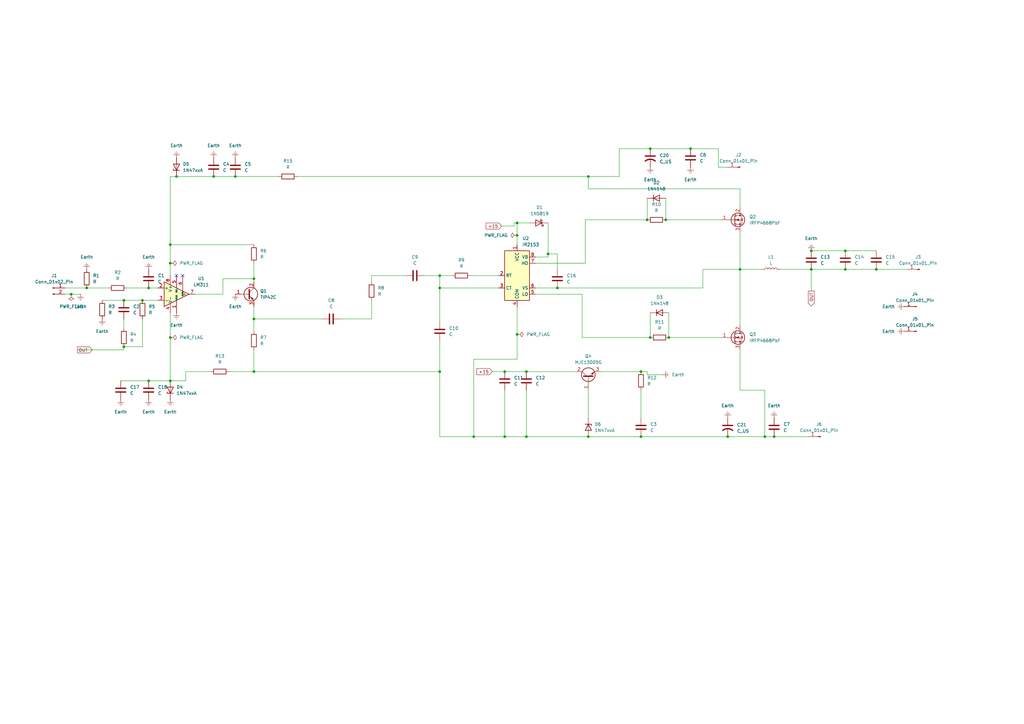
<source format=kicad_sch>
(kicad_sch
	(version 20250114)
	(generator "eeschema")
	(generator_version "9.0")
	(uuid "4396108e-e71f-466c-88ce-af300423d4c8")
	(paper "A3")
	(title_block
		(title "Class_D Amplifier")
	)
	(lib_symbols
		(symbol "Comparator:LM311"
			(pin_names
				(offset 0.127)
			)
			(exclude_from_sim no)
			(in_bom yes)
			(on_board yes)
			(property "Reference" "U"
				(at 3.81 6.35 0)
				(effects
					(font
						(size 1.27 1.27)
					)
					(justify left)
				)
			)
			(property "Value" "LM311"
				(at 3.81 3.81 0)
				(effects
					(font
						(size 1.27 1.27)
					)
					(justify left)
				)
			)
			(property "Footprint" ""
				(at 0 0 0)
				(effects
					(font
						(size 1.27 1.27)
					)
					(hide yes)
				)
			)
			(property "Datasheet" "https://www.st.com/resource/en/datasheet/lm311.pdf"
				(at 0 0 0)
				(effects
					(font
						(size 1.27 1.27)
					)
					(hide yes)
				)
			)
			(property "Description" "Voltage Comparator, DIP-8/SOIC-8"
				(at 0 0 0)
				(effects
					(font
						(size 1.27 1.27)
					)
					(hide yes)
				)
			)
			(property "ki_keywords" "cmp open collector"
				(at 0 0 0)
				(effects
					(font
						(size 1.27 1.27)
					)
					(hide yes)
				)
			)
			(property "ki_fp_filters" "SOIC*3.9x4.9mm*P1.27mm* DIP*W7.62mm*"
				(at 0 0 0)
				(effects
					(font
						(size 1.27 1.27)
					)
					(hide yes)
				)
			)
			(symbol "LM311_0_1"
				(polyline
					(pts
						(xy 3.683 -0.381) (xy 3.302 -0.381) (xy 3.683 0) (xy 3.302 0.381) (xy 2.921 0) (xy 3.302 -0.381)
						(xy 2.921 -0.381)
					)
					(stroke
						(width 0.127)
						(type default)
					)
					(fill
						(type none)
					)
				)
				(polyline
					(pts
						(xy 5.08 0) (xy -5.08 5.08) (xy -5.08 -5.08) (xy 5.08 0)
					)
					(stroke
						(width 0.254)
						(type default)
					)
					(fill
						(type background)
					)
				)
			)
			(symbol "LM311_1_1"
				(pin input line
					(at -7.62 2.54 0)
					(length 2.54)
					(name "+"
						(effects
							(font
								(size 1.27 1.27)
							)
						)
					)
					(number "2"
						(effects
							(font
								(size 1.27 1.27)
							)
						)
					)
				)
				(pin input line
					(at -7.62 -2.54 0)
					(length 2.54)
					(name "-"
						(effects
							(font
								(size 1.27 1.27)
							)
						)
					)
					(number "3"
						(effects
							(font
								(size 1.27 1.27)
							)
						)
					)
				)
				(pin power_in line
					(at -2.54 7.62 270)
					(length 3.81)
					(name "V+"
						(effects
							(font
								(size 1.27 1.27)
							)
						)
					)
					(number "8"
						(effects
							(font
								(size 1.27 1.27)
							)
						)
					)
				)
				(pin power_in line
					(at -2.54 -7.62 90)
					(length 3.81)
					(name "V-"
						(effects
							(font
								(size 1.27 1.27)
							)
						)
					)
					(number "4"
						(effects
							(font
								(size 1.27 1.27)
							)
						)
					)
				)
				(pin input line
					(at 0 7.62 270)
					(length 5.08)
					(name "BAL"
						(effects
							(font
								(size 0.635 0.635)
							)
						)
					)
					(number "5"
						(effects
							(font
								(size 1.27 1.27)
							)
						)
					)
				)
				(pin passive line
					(at 0 -7.62 90)
					(length 5.08)
					(name "GND"
						(effects
							(font
								(size 0.635 0.635)
							)
						)
					)
					(number "1"
						(effects
							(font
								(size 1.27 1.27)
							)
						)
					)
				)
				(pin input line
					(at 2.54 7.62 270)
					(length 6.35)
					(name "STRB"
						(effects
							(font
								(size 0.508 0.508)
							)
						)
					)
					(number "6"
						(effects
							(font
								(size 1.27 1.27)
							)
						)
					)
				)
				(pin open_collector line
					(at 7.62 0 180)
					(length 2.54)
					(name "~"
						(effects
							(font
								(size 1.27 1.27)
							)
						)
					)
					(number "7"
						(effects
							(font
								(size 1.27 1.27)
							)
						)
					)
				)
			)
			(embedded_fonts no)
		)
		(symbol "Connector:Conn_01x01_Pin"
			(pin_names
				(offset 1.016)
				(hide yes)
			)
			(exclude_from_sim no)
			(in_bom yes)
			(on_board yes)
			(property "Reference" "J"
				(at 0 2.54 0)
				(effects
					(font
						(size 1.27 1.27)
					)
				)
			)
			(property "Value" "Conn_01x01_Pin"
				(at 0 -2.54 0)
				(effects
					(font
						(size 1.27 1.27)
					)
				)
			)
			(property "Footprint" ""
				(at 0 0 0)
				(effects
					(font
						(size 1.27 1.27)
					)
					(hide yes)
				)
			)
			(property "Datasheet" "~"
				(at 0 0 0)
				(effects
					(font
						(size 1.27 1.27)
					)
					(hide yes)
				)
			)
			(property "Description" "Generic connector, single row, 01x01, script generated"
				(at 0 0 0)
				(effects
					(font
						(size 1.27 1.27)
					)
					(hide yes)
				)
			)
			(property "ki_locked" ""
				(at 0 0 0)
				(effects
					(font
						(size 1.27 1.27)
					)
				)
			)
			(property "ki_keywords" "connector"
				(at 0 0 0)
				(effects
					(font
						(size 1.27 1.27)
					)
					(hide yes)
				)
			)
			(property "ki_fp_filters" "Connector*:*_1x??_*"
				(at 0 0 0)
				(effects
					(font
						(size 1.27 1.27)
					)
					(hide yes)
				)
			)
			(symbol "Conn_01x01_Pin_1_1"
				(rectangle
					(start 0.8636 0.127)
					(end 0 -0.127)
					(stroke
						(width 0.1524)
						(type default)
					)
					(fill
						(type outline)
					)
				)
				(polyline
					(pts
						(xy 1.27 0) (xy 0.8636 0)
					)
					(stroke
						(width 0.1524)
						(type default)
					)
					(fill
						(type none)
					)
				)
				(pin passive line
					(at 5.08 0 180)
					(length 3.81)
					(name "Pin_1"
						(effects
							(font
								(size 1.27 1.27)
							)
						)
					)
					(number "1"
						(effects
							(font
								(size 1.27 1.27)
							)
						)
					)
				)
			)
			(embedded_fonts no)
		)
		(symbol "Connector:Conn_01x02_Pin"
			(pin_names
				(offset 1.016)
				(hide yes)
			)
			(exclude_from_sim no)
			(in_bom yes)
			(on_board yes)
			(property "Reference" "J"
				(at 0 2.54 0)
				(effects
					(font
						(size 1.27 1.27)
					)
				)
			)
			(property "Value" "Conn_01x02_Pin"
				(at 0 -5.08 0)
				(effects
					(font
						(size 1.27 1.27)
					)
				)
			)
			(property "Footprint" ""
				(at 0 0 0)
				(effects
					(font
						(size 1.27 1.27)
					)
					(hide yes)
				)
			)
			(property "Datasheet" "~"
				(at 0 0 0)
				(effects
					(font
						(size 1.27 1.27)
					)
					(hide yes)
				)
			)
			(property "Description" "Generic connector, single row, 01x02, script generated"
				(at 0 0 0)
				(effects
					(font
						(size 1.27 1.27)
					)
					(hide yes)
				)
			)
			(property "ki_locked" ""
				(at 0 0 0)
				(effects
					(font
						(size 1.27 1.27)
					)
				)
			)
			(property "ki_keywords" "connector"
				(at 0 0 0)
				(effects
					(font
						(size 1.27 1.27)
					)
					(hide yes)
				)
			)
			(property "ki_fp_filters" "Connector*:*_1x??_*"
				(at 0 0 0)
				(effects
					(font
						(size 1.27 1.27)
					)
					(hide yes)
				)
			)
			(symbol "Conn_01x02_Pin_1_1"
				(rectangle
					(start 0.8636 0.127)
					(end 0 -0.127)
					(stroke
						(width 0.1524)
						(type default)
					)
					(fill
						(type outline)
					)
				)
				(rectangle
					(start 0.8636 -2.413)
					(end 0 -2.667)
					(stroke
						(width 0.1524)
						(type default)
					)
					(fill
						(type outline)
					)
				)
				(polyline
					(pts
						(xy 1.27 0) (xy 0.8636 0)
					)
					(stroke
						(width 0.1524)
						(type default)
					)
					(fill
						(type none)
					)
				)
				(polyline
					(pts
						(xy 1.27 -2.54) (xy 0.8636 -2.54)
					)
					(stroke
						(width 0.1524)
						(type default)
					)
					(fill
						(type none)
					)
				)
				(pin passive line
					(at 5.08 0 180)
					(length 3.81)
					(name "Pin_1"
						(effects
							(font
								(size 1.27 1.27)
							)
						)
					)
					(number "1"
						(effects
							(font
								(size 1.27 1.27)
							)
						)
					)
				)
				(pin passive line
					(at 5.08 -2.54 180)
					(length 3.81)
					(name "Pin_2"
						(effects
							(font
								(size 1.27 1.27)
							)
						)
					)
					(number "2"
						(effects
							(font
								(size 1.27 1.27)
							)
						)
					)
				)
			)
			(embedded_fonts no)
		)
		(symbol "Device:C"
			(pin_numbers
				(hide yes)
			)
			(pin_names
				(offset 0.254)
			)
			(exclude_from_sim no)
			(in_bom yes)
			(on_board yes)
			(property "Reference" "C"
				(at 0.635 2.54 0)
				(effects
					(font
						(size 1.27 1.27)
					)
					(justify left)
				)
			)
			(property "Value" "C"
				(at 0.635 -2.54 0)
				(effects
					(font
						(size 1.27 1.27)
					)
					(justify left)
				)
			)
			(property "Footprint" ""
				(at 0.9652 -3.81 0)
				(effects
					(font
						(size 1.27 1.27)
					)
					(hide yes)
				)
			)
			(property "Datasheet" "~"
				(at 0 0 0)
				(effects
					(font
						(size 1.27 1.27)
					)
					(hide yes)
				)
			)
			(property "Description" "Unpolarized capacitor"
				(at 0 0 0)
				(effects
					(font
						(size 1.27 1.27)
					)
					(hide yes)
				)
			)
			(property "ki_keywords" "cap capacitor"
				(at 0 0 0)
				(effects
					(font
						(size 1.27 1.27)
					)
					(hide yes)
				)
			)
			(property "ki_fp_filters" "C_*"
				(at 0 0 0)
				(effects
					(font
						(size 1.27 1.27)
					)
					(hide yes)
				)
			)
			(symbol "C_0_1"
				(polyline
					(pts
						(xy -2.032 0.762) (xy 2.032 0.762)
					)
					(stroke
						(width 0.508)
						(type default)
					)
					(fill
						(type none)
					)
				)
				(polyline
					(pts
						(xy -2.032 -0.762) (xy 2.032 -0.762)
					)
					(stroke
						(width 0.508)
						(type default)
					)
					(fill
						(type none)
					)
				)
			)
			(symbol "C_1_1"
				(pin passive line
					(at 0 3.81 270)
					(length 2.794)
					(name "~"
						(effects
							(font
								(size 1.27 1.27)
							)
						)
					)
					(number "1"
						(effects
							(font
								(size 1.27 1.27)
							)
						)
					)
				)
				(pin passive line
					(at 0 -3.81 90)
					(length 2.794)
					(name "~"
						(effects
							(font
								(size 1.27 1.27)
							)
						)
					)
					(number "2"
						(effects
							(font
								(size 1.27 1.27)
							)
						)
					)
				)
			)
			(embedded_fonts no)
		)
		(symbol "Device:C_US"
			(pin_numbers
				(hide yes)
			)
			(pin_names
				(offset 0.254)
				(hide yes)
			)
			(exclude_from_sim no)
			(in_bom yes)
			(on_board yes)
			(property "Reference" "C"
				(at 0.635 2.54 0)
				(effects
					(font
						(size 1.27 1.27)
					)
					(justify left)
				)
			)
			(property "Value" "C_US"
				(at 0.635 -2.54 0)
				(effects
					(font
						(size 1.27 1.27)
					)
					(justify left)
				)
			)
			(property "Footprint" ""
				(at 0 0 0)
				(effects
					(font
						(size 1.27 1.27)
					)
					(hide yes)
				)
			)
			(property "Datasheet" ""
				(at 0 0 0)
				(effects
					(font
						(size 1.27 1.27)
					)
					(hide yes)
				)
			)
			(property "Description" "capacitor, US symbol"
				(at 0 0 0)
				(effects
					(font
						(size 1.27 1.27)
					)
					(hide yes)
				)
			)
			(property "ki_keywords" "cap capacitor"
				(at 0 0 0)
				(effects
					(font
						(size 1.27 1.27)
					)
					(hide yes)
				)
			)
			(property "ki_fp_filters" "C_*"
				(at 0 0 0)
				(effects
					(font
						(size 1.27 1.27)
					)
					(hide yes)
				)
			)
			(symbol "C_US_0_1"
				(polyline
					(pts
						(xy -2.032 0.762) (xy 2.032 0.762)
					)
					(stroke
						(width 0.508)
						(type default)
					)
					(fill
						(type none)
					)
				)
				(arc
					(start -2.032 -1.27)
					(mid 0 -0.5572)
					(end 2.032 -1.27)
					(stroke
						(width 0.508)
						(type default)
					)
					(fill
						(type none)
					)
				)
			)
			(symbol "C_US_1_1"
				(pin passive line
					(at 0 3.81 270)
					(length 2.794)
					(name "~"
						(effects
							(font
								(size 1.27 1.27)
							)
						)
					)
					(number "1"
						(effects
							(font
								(size 1.27 1.27)
							)
						)
					)
				)
				(pin passive line
					(at 0 -3.81 90)
					(length 3.302)
					(name "~"
						(effects
							(font
								(size 1.27 1.27)
							)
						)
					)
					(number "2"
						(effects
							(font
								(size 1.27 1.27)
							)
						)
					)
				)
			)
			(embedded_fonts no)
		)
		(symbol "Device:L"
			(pin_numbers
				(hide yes)
			)
			(pin_names
				(offset 1.016)
				(hide yes)
			)
			(exclude_from_sim no)
			(in_bom yes)
			(on_board yes)
			(property "Reference" "L"
				(at -1.27 0 90)
				(effects
					(font
						(size 1.27 1.27)
					)
				)
			)
			(property "Value" "L"
				(at 1.905 0 90)
				(effects
					(font
						(size 1.27 1.27)
					)
				)
			)
			(property "Footprint" ""
				(at 0 0 0)
				(effects
					(font
						(size 1.27 1.27)
					)
					(hide yes)
				)
			)
			(property "Datasheet" "~"
				(at 0 0 0)
				(effects
					(font
						(size 1.27 1.27)
					)
					(hide yes)
				)
			)
			(property "Description" "Inductor"
				(at 0 0 0)
				(effects
					(font
						(size 1.27 1.27)
					)
					(hide yes)
				)
			)
			(property "ki_keywords" "inductor choke coil reactor magnetic"
				(at 0 0 0)
				(effects
					(font
						(size 1.27 1.27)
					)
					(hide yes)
				)
			)
			(property "ki_fp_filters" "Choke_* *Coil* Inductor_* L_*"
				(at 0 0 0)
				(effects
					(font
						(size 1.27 1.27)
					)
					(hide yes)
				)
			)
			(symbol "L_0_1"
				(arc
					(start 0 2.54)
					(mid 0.6323 1.905)
					(end 0 1.27)
					(stroke
						(width 0)
						(type default)
					)
					(fill
						(type none)
					)
				)
				(arc
					(start 0 1.27)
					(mid 0.6323 0.635)
					(end 0 0)
					(stroke
						(width 0)
						(type default)
					)
					(fill
						(type none)
					)
				)
				(arc
					(start 0 0)
					(mid 0.6323 -0.635)
					(end 0 -1.27)
					(stroke
						(width 0)
						(type default)
					)
					(fill
						(type none)
					)
				)
				(arc
					(start 0 -1.27)
					(mid 0.6323 -1.905)
					(end 0 -2.54)
					(stroke
						(width 0)
						(type default)
					)
					(fill
						(type none)
					)
				)
			)
			(symbol "L_1_1"
				(pin passive line
					(at 0 3.81 270)
					(length 1.27)
					(name "1"
						(effects
							(font
								(size 1.27 1.27)
							)
						)
					)
					(number "1"
						(effects
							(font
								(size 1.27 1.27)
							)
						)
					)
				)
				(pin passive line
					(at 0 -3.81 90)
					(length 1.27)
					(name "2"
						(effects
							(font
								(size 1.27 1.27)
							)
						)
					)
					(number "2"
						(effects
							(font
								(size 1.27 1.27)
							)
						)
					)
				)
			)
			(embedded_fonts no)
		)
		(symbol "Device:R"
			(pin_numbers
				(hide yes)
			)
			(pin_names
				(offset 0)
			)
			(exclude_from_sim no)
			(in_bom yes)
			(on_board yes)
			(property "Reference" "R"
				(at 2.032 0 90)
				(effects
					(font
						(size 1.27 1.27)
					)
				)
			)
			(property "Value" "R"
				(at 0 0 90)
				(effects
					(font
						(size 1.27 1.27)
					)
				)
			)
			(property "Footprint" ""
				(at -1.778 0 90)
				(effects
					(font
						(size 1.27 1.27)
					)
					(hide yes)
				)
			)
			(property "Datasheet" "~"
				(at 0 0 0)
				(effects
					(font
						(size 1.27 1.27)
					)
					(hide yes)
				)
			)
			(property "Description" "Resistor"
				(at 0 0 0)
				(effects
					(font
						(size 1.27 1.27)
					)
					(hide yes)
				)
			)
			(property "ki_keywords" "R res resistor"
				(at 0 0 0)
				(effects
					(font
						(size 1.27 1.27)
					)
					(hide yes)
				)
			)
			(property "ki_fp_filters" "R_*"
				(at 0 0 0)
				(effects
					(font
						(size 1.27 1.27)
					)
					(hide yes)
				)
			)
			(symbol "R_0_1"
				(rectangle
					(start -1.016 -2.54)
					(end 1.016 2.54)
					(stroke
						(width 0.254)
						(type default)
					)
					(fill
						(type none)
					)
				)
			)
			(symbol "R_1_1"
				(pin passive line
					(at 0 3.81 270)
					(length 1.27)
					(name "~"
						(effects
							(font
								(size 1.27 1.27)
							)
						)
					)
					(number "1"
						(effects
							(font
								(size 1.27 1.27)
							)
						)
					)
				)
				(pin passive line
					(at 0 -3.81 90)
					(length 1.27)
					(name "~"
						(effects
							(font
								(size 1.27 1.27)
							)
						)
					)
					(number "2"
						(effects
							(font
								(size 1.27 1.27)
							)
						)
					)
				)
			)
			(embedded_fonts no)
		)
		(symbol "Diode:1N4148"
			(pin_numbers
				(hide yes)
			)
			(pin_names
				(hide yes)
			)
			(exclude_from_sim no)
			(in_bom yes)
			(on_board yes)
			(property "Reference" "D"
				(at 0 2.54 0)
				(effects
					(font
						(size 1.27 1.27)
					)
				)
			)
			(property "Value" "1N4148"
				(at 0 -2.54 0)
				(effects
					(font
						(size 1.27 1.27)
					)
				)
			)
			(property "Footprint" "Diode_THT:D_DO-35_SOD27_P7.62mm_Horizontal"
				(at 0 0 0)
				(effects
					(font
						(size 1.27 1.27)
					)
					(hide yes)
				)
			)
			(property "Datasheet" "https://assets.nexperia.com/documents/data-sheet/1N4148_1N4448.pdf"
				(at 0 0 0)
				(effects
					(font
						(size 1.27 1.27)
					)
					(hide yes)
				)
			)
			(property "Description" "100V 0.15A standard switching diode, DO-35"
				(at 0 0 0)
				(effects
					(font
						(size 1.27 1.27)
					)
					(hide yes)
				)
			)
			(property "Sim.Device" "D"
				(at 0 0 0)
				(effects
					(font
						(size 1.27 1.27)
					)
					(hide yes)
				)
			)
			(property "Sim.Pins" "1=K 2=A"
				(at 0 0 0)
				(effects
					(font
						(size 1.27 1.27)
					)
					(hide yes)
				)
			)
			(property "ki_keywords" "diode"
				(at 0 0 0)
				(effects
					(font
						(size 1.27 1.27)
					)
					(hide yes)
				)
			)
			(property "ki_fp_filters" "D*DO?35*"
				(at 0 0 0)
				(effects
					(font
						(size 1.27 1.27)
					)
					(hide yes)
				)
			)
			(symbol "1N4148_0_1"
				(polyline
					(pts
						(xy -1.27 1.27) (xy -1.27 -1.27)
					)
					(stroke
						(width 0.254)
						(type default)
					)
					(fill
						(type none)
					)
				)
				(polyline
					(pts
						(xy 1.27 1.27) (xy 1.27 -1.27) (xy -1.27 0) (xy 1.27 1.27)
					)
					(stroke
						(width 0.254)
						(type default)
					)
					(fill
						(type none)
					)
				)
				(polyline
					(pts
						(xy 1.27 0) (xy -1.27 0)
					)
					(stroke
						(width 0)
						(type default)
					)
					(fill
						(type none)
					)
				)
			)
			(symbol "1N4148_1_1"
				(pin passive line
					(at -3.81 0 0)
					(length 2.54)
					(name "K"
						(effects
							(font
								(size 1.27 1.27)
							)
						)
					)
					(number "1"
						(effects
							(font
								(size 1.27 1.27)
							)
						)
					)
				)
				(pin passive line
					(at 3.81 0 180)
					(length 2.54)
					(name "A"
						(effects
							(font
								(size 1.27 1.27)
							)
						)
					)
					(number "2"
						(effects
							(font
								(size 1.27 1.27)
							)
						)
					)
				)
			)
			(embedded_fonts no)
		)
		(symbol "Diode:1N47xxA"
			(pin_numbers
				(hide yes)
			)
			(pin_names
				(hide yes)
			)
			(exclude_from_sim no)
			(in_bom yes)
			(on_board yes)
			(property "Reference" "D"
				(at 0 2.54 0)
				(effects
					(font
						(size 1.27 1.27)
					)
				)
			)
			(property "Value" "1N47xxA"
				(at 0 -2.54 0)
				(effects
					(font
						(size 1.27 1.27)
					)
				)
			)
			(property "Footprint" "Diode_THT:D_DO-41_SOD81_P10.16mm_Horizontal"
				(at 0 -4.445 0)
				(effects
					(font
						(size 1.27 1.27)
					)
					(hide yes)
				)
			)
			(property "Datasheet" "https://www.vishay.com/docs/85816/1n4728a.pdf"
				(at 0 0 0)
				(effects
					(font
						(size 1.27 1.27)
					)
					(hide yes)
				)
			)
			(property "Description" "1300mW Silicon planar power Zener diodes, DO-41"
				(at 0 0 0)
				(effects
					(font
						(size 1.27 1.27)
					)
					(hide yes)
				)
			)
			(property "ki_keywords" "zener diode"
				(at 0 0 0)
				(effects
					(font
						(size 1.27 1.27)
					)
					(hide yes)
				)
			)
			(property "ki_fp_filters" "D*DO?41*"
				(at 0 0 0)
				(effects
					(font
						(size 1.27 1.27)
					)
					(hide yes)
				)
			)
			(symbol "1N47xxA_0_1"
				(polyline
					(pts
						(xy -1.27 -1.27) (xy -1.27 1.27) (xy -0.762 1.27)
					)
					(stroke
						(width 0.254)
						(type default)
					)
					(fill
						(type none)
					)
				)
				(polyline
					(pts
						(xy 1.27 0) (xy -1.27 0)
					)
					(stroke
						(width 0)
						(type default)
					)
					(fill
						(type none)
					)
				)
				(polyline
					(pts
						(xy 1.27 -1.27) (xy 1.27 1.27) (xy -1.27 0) (xy 1.27 -1.27)
					)
					(stroke
						(width 0.254)
						(type default)
					)
					(fill
						(type none)
					)
				)
			)
			(symbol "1N47xxA_1_1"
				(pin passive line
					(at -3.81 0 0)
					(length 2.54)
					(name "K"
						(effects
							(font
								(size 1.27 1.27)
							)
						)
					)
					(number "1"
						(effects
							(font
								(size 1.27 1.27)
							)
						)
					)
				)
				(pin passive line
					(at 3.81 0 180)
					(length 2.54)
					(name "A"
						(effects
							(font
								(size 1.27 1.27)
							)
						)
					)
					(number "2"
						(effects
							(font
								(size 1.27 1.27)
							)
						)
					)
				)
			)
			(embedded_fonts no)
		)
		(symbol "Diode:1N5819"
			(pin_numbers
				(hide yes)
			)
			(pin_names
				(offset 1.016)
				(hide yes)
			)
			(exclude_from_sim no)
			(in_bom yes)
			(on_board yes)
			(property "Reference" "D"
				(at 0 2.54 0)
				(effects
					(font
						(size 1.27 1.27)
					)
				)
			)
			(property "Value" "1N5819"
				(at 0 -2.54 0)
				(effects
					(font
						(size 1.27 1.27)
					)
				)
			)
			(property "Footprint" "Diode_THT:D_DO-41_SOD81_P10.16mm_Horizontal"
				(at 0 -4.445 0)
				(effects
					(font
						(size 1.27 1.27)
					)
					(hide yes)
				)
			)
			(property "Datasheet" "http://www.vishay.com/docs/88525/1n5817.pdf"
				(at 0 0 0)
				(effects
					(font
						(size 1.27 1.27)
					)
					(hide yes)
				)
			)
			(property "Description" "40V 1A Schottky Barrier Rectifier Diode, DO-41"
				(at 0 0 0)
				(effects
					(font
						(size 1.27 1.27)
					)
					(hide yes)
				)
			)
			(property "ki_keywords" "diode Schottky"
				(at 0 0 0)
				(effects
					(font
						(size 1.27 1.27)
					)
					(hide yes)
				)
			)
			(property "ki_fp_filters" "D*DO?41*"
				(at 0 0 0)
				(effects
					(font
						(size 1.27 1.27)
					)
					(hide yes)
				)
			)
			(symbol "1N5819_0_1"
				(polyline
					(pts
						(xy -1.905 0.635) (xy -1.905 1.27) (xy -1.27 1.27) (xy -1.27 -1.27) (xy -0.635 -1.27) (xy -0.635 -0.635)
					)
					(stroke
						(width 0.254)
						(type default)
					)
					(fill
						(type none)
					)
				)
				(polyline
					(pts
						(xy 1.27 1.27) (xy 1.27 -1.27) (xy -1.27 0) (xy 1.27 1.27)
					)
					(stroke
						(width 0.254)
						(type default)
					)
					(fill
						(type none)
					)
				)
				(polyline
					(pts
						(xy 1.27 0) (xy -1.27 0)
					)
					(stroke
						(width 0)
						(type default)
					)
					(fill
						(type none)
					)
				)
			)
			(symbol "1N5819_1_1"
				(pin passive line
					(at -3.81 0 0)
					(length 2.54)
					(name "K"
						(effects
							(font
								(size 1.27 1.27)
							)
						)
					)
					(number "1"
						(effects
							(font
								(size 1.27 1.27)
							)
						)
					)
				)
				(pin passive line
					(at 3.81 0 180)
					(length 2.54)
					(name "A"
						(effects
							(font
								(size 1.27 1.27)
							)
						)
					)
					(number "2"
						(effects
							(font
								(size 1.27 1.27)
							)
						)
					)
				)
			)
			(embedded_fonts no)
		)
		(symbol "Driver_FET:IR2153"
			(exclude_from_sim no)
			(in_bom yes)
			(on_board yes)
			(property "Reference" "U"
				(at 1.27 13.335 0)
				(effects
					(font
						(size 1.27 1.27)
					)
					(justify left)
				)
			)
			(property "Value" "IR2153"
				(at 1.27 11.43 0)
				(effects
					(font
						(size 1.27 1.27)
					)
					(justify left)
				)
			)
			(property "Footprint" ""
				(at 0 0 0)
				(effects
					(font
						(size 1.27 1.27)
						(italic yes)
					)
					(hide yes)
				)
			)
			(property "Datasheet" "https://www.infineon.com/dgdl/ir2153.pdf?fileId=5546d462533600a4015355c8c5fc16af"
				(at 0 0 0)
				(effects
					(font
						(size 1.27 1.27)
					)
					(hide yes)
				)
			)
			(property "Description" "Self-Oscillating Half-Bridge Driver, 600V, PDIP-8/SOIC-8"
				(at 0 0 0)
				(effects
					(font
						(size 1.27 1.27)
					)
					(hide yes)
				)
			)
			(property "ki_keywords" "Oscillating Gate Driver"
				(at 0 0 0)
				(effects
					(font
						(size 1.27 1.27)
					)
					(hide yes)
				)
			)
			(property "ki_fp_filters" "SOIC*3.9x4.9mm*P1.27mm* DIP*W7.62mm*"
				(at 0 0 0)
				(effects
					(font
						(size 1.27 1.27)
					)
					(hide yes)
				)
			)
			(symbol "IR2153_0_1"
				(rectangle
					(start -5.08 -10.16)
					(end 5.08 10.16)
					(stroke
						(width 0.254)
						(type default)
					)
					(fill
						(type background)
					)
				)
			)
			(symbol "IR2153_1_1"
				(pin passive line
					(at -7.62 0 0)
					(length 2.54)
					(name "RT"
						(effects
							(font
								(size 1.27 1.27)
							)
						)
					)
					(number "2"
						(effects
							(font
								(size 1.27 1.27)
							)
						)
					)
				)
				(pin passive line
					(at -7.62 -5.08 0)
					(length 2.54)
					(name "CT"
						(effects
							(font
								(size 1.27 1.27)
							)
						)
					)
					(number "3"
						(effects
							(font
								(size 1.27 1.27)
							)
						)
					)
				)
				(pin power_in line
					(at 0 12.7 270)
					(length 2.54)
					(name "VCC"
						(effects
							(font
								(size 1.27 1.27)
							)
						)
					)
					(number "1"
						(effects
							(font
								(size 1.27 1.27)
							)
						)
					)
				)
				(pin power_in line
					(at 0 -12.7 90)
					(length 2.54)
					(name "COM"
						(effects
							(font
								(size 1.27 1.27)
							)
						)
					)
					(number "4"
						(effects
							(font
								(size 1.27 1.27)
							)
						)
					)
				)
				(pin passive line
					(at 7.62 7.62 180)
					(length 2.54)
					(name "VB"
						(effects
							(font
								(size 1.27 1.27)
							)
						)
					)
					(number "8"
						(effects
							(font
								(size 1.27 1.27)
							)
						)
					)
				)
				(pin output line
					(at 7.62 5.08 180)
					(length 2.54)
					(name "HO"
						(effects
							(font
								(size 1.27 1.27)
							)
						)
					)
					(number "7"
						(effects
							(font
								(size 1.27 1.27)
							)
						)
					)
				)
				(pin passive line
					(at 7.62 -5.08 180)
					(length 2.54)
					(name "VS"
						(effects
							(font
								(size 1.27 1.27)
							)
						)
					)
					(number "6"
						(effects
							(font
								(size 1.27 1.27)
							)
						)
					)
				)
				(pin output line
					(at 7.62 -7.62 180)
					(length 2.54)
					(name "LO"
						(effects
							(font
								(size 1.27 1.27)
							)
						)
					)
					(number "5"
						(effects
							(font
								(size 1.27 1.27)
							)
						)
					)
				)
			)
			(embedded_fonts no)
		)
		(symbol "Transistor_BJT:MJE13005G"
			(pin_names
				(offset 0)
				(hide yes)
			)
			(exclude_from_sim no)
			(in_bom yes)
			(on_board yes)
			(property "Reference" "Q"
				(at 6.35 1.905 0)
				(effects
					(font
						(size 1.27 1.27)
					)
					(justify left)
				)
			)
			(property "Value" "MJE13005G"
				(at 6.35 0 0)
				(effects
					(font
						(size 1.27 1.27)
					)
					(justify left)
				)
			)
			(property "Footprint" "Package_TO_SOT_THT:TO-220-3_Vertical"
				(at 6.35 -1.905 0)
				(effects
					(font
						(size 1.27 1.27)
						(italic yes)
					)
					(justify left)
					(hide yes)
				)
			)
			(property "Datasheet" "http://www.onsemi.com/pub_link/Collateral/MJE13005-D.PDF"
				(at 0 0 0)
				(effects
					(font
						(size 1.27 1.27)
					)
					(justify left)
					(hide yes)
				)
			)
			(property "Description" "4A Ic, 400V Vce, Silicon Switching Power NPN Transistors, TO-220"
				(at 0 0 0)
				(effects
					(font
						(size 1.27 1.27)
					)
					(hide yes)
				)
			)
			(property "ki_keywords" "Switching Power NPN Transistor"
				(at 0 0 0)
				(effects
					(font
						(size 1.27 1.27)
					)
					(hide yes)
				)
			)
			(property "ki_fp_filters" "TO?220*"
				(at 0 0 0)
				(effects
					(font
						(size 1.27 1.27)
					)
					(hide yes)
				)
			)
			(symbol "MJE13005G_0_1"
				(polyline
					(pts
						(xy -2.54 0) (xy 0.635 0)
					)
					(stroke
						(width 0)
						(type default)
					)
					(fill
						(type none)
					)
				)
				(polyline
					(pts
						(xy 0.635 1.905) (xy 0.635 -1.905)
					)
					(stroke
						(width 0.508)
						(type default)
					)
					(fill
						(type none)
					)
				)
				(circle
					(center 1.27 0)
					(radius 2.8194)
					(stroke
						(width 0.254)
						(type default)
					)
					(fill
						(type none)
					)
				)
			)
			(symbol "MJE13005G_1_1"
				(polyline
					(pts
						(xy 0.635 0.635) (xy 2.54 2.54)
					)
					(stroke
						(width 0)
						(type default)
					)
					(fill
						(type none)
					)
				)
				(polyline
					(pts
						(xy 0.635 -0.635) (xy 2.54 -2.54)
					)
					(stroke
						(width 0)
						(type default)
					)
					(fill
						(type none)
					)
				)
				(polyline
					(pts
						(xy 1.27 -1.778) (xy 1.778 -1.27) (xy 2.286 -2.286) (xy 1.27 -1.778)
					)
					(stroke
						(width 0)
						(type default)
					)
					(fill
						(type outline)
					)
				)
				(pin input line
					(at -5.08 0 0)
					(length 2.54)
					(name "B"
						(effects
							(font
								(size 1.27 1.27)
							)
						)
					)
					(number "1"
						(effects
							(font
								(size 1.27 1.27)
							)
						)
					)
				)
				(pin passive line
					(at 2.54 5.08 270)
					(length 2.54)
					(name "C"
						(effects
							(font
								(size 1.27 1.27)
							)
						)
					)
					(number "2"
						(effects
							(font
								(size 1.27 1.27)
							)
						)
					)
				)
				(pin passive line
					(at 2.54 -5.08 90)
					(length 2.54)
					(name "E"
						(effects
							(font
								(size 1.27 1.27)
							)
						)
					)
					(number "3"
						(effects
							(font
								(size 1.27 1.27)
							)
						)
					)
				)
			)
			(embedded_fonts no)
		)
		(symbol "Transistor_BJT:TIP42C"
			(pin_names
				(offset 0)
				(hide yes)
			)
			(exclude_from_sim no)
			(in_bom yes)
			(on_board yes)
			(property "Reference" "Q"
				(at 6.35 1.905 0)
				(effects
					(font
						(size 1.27 1.27)
					)
					(justify left)
				)
			)
			(property "Value" "TIP42C"
				(at 6.35 0 0)
				(effects
					(font
						(size 1.27 1.27)
					)
					(justify left)
				)
			)
			(property "Footprint" "Package_TO_SOT_THT:TO-220-3_Vertical"
				(at 6.35 -1.905 0)
				(effects
					(font
						(size 1.27 1.27)
						(italic yes)
					)
					(justify left)
					(hide yes)
				)
			)
			(property "Datasheet" "https://www.centralsemi.com/get_document.php?cmp=1&mergetype=pd&mergepath=pd&pdf_id=TIP42.PDF"
				(at 0 0 0)
				(effects
					(font
						(size 1.27 1.27)
					)
					(justify left)
					(hide yes)
				)
			)
			(property "Description" "-6A Ic, -100V Vce, Power PNP Transistor, TO-220"
				(at 0 0 0)
				(effects
					(font
						(size 1.27 1.27)
					)
					(hide yes)
				)
			)
			(property "ki_keywords" "power PNP Transistor"
				(at 0 0 0)
				(effects
					(font
						(size 1.27 1.27)
					)
					(hide yes)
				)
			)
			(property "ki_fp_filters" "TO?220*"
				(at 0 0 0)
				(effects
					(font
						(size 1.27 1.27)
					)
					(hide yes)
				)
			)
			(symbol "TIP42C_0_1"
				(polyline
					(pts
						(xy -2.54 0) (xy 0.635 0)
					)
					(stroke
						(width 0)
						(type default)
					)
					(fill
						(type none)
					)
				)
				(polyline
					(pts
						(xy 0.635 1.905) (xy 0.635 -1.905)
					)
					(stroke
						(width 0.508)
						(type default)
					)
					(fill
						(type none)
					)
				)
				(polyline
					(pts
						(xy 0.635 0.635) (xy 2.54 2.54)
					)
					(stroke
						(width 0)
						(type default)
					)
					(fill
						(type none)
					)
				)
				(polyline
					(pts
						(xy 0.635 -0.635) (xy 2.54 -2.54)
					)
					(stroke
						(width 0)
						(type default)
					)
					(fill
						(type none)
					)
				)
				(circle
					(center 1.27 0)
					(radius 2.8194)
					(stroke
						(width 0.254)
						(type default)
					)
					(fill
						(type none)
					)
				)
				(polyline
					(pts
						(xy 2.286 -1.778) (xy 1.778 -2.286) (xy 1.27 -1.27) (xy 2.286 -1.778)
					)
					(stroke
						(width 0)
						(type default)
					)
					(fill
						(type outline)
					)
				)
			)
			(symbol "TIP42C_1_1"
				(pin input line
					(at -5.08 0 0)
					(length 2.54)
					(name "B"
						(effects
							(font
								(size 1.27 1.27)
							)
						)
					)
					(number "1"
						(effects
							(font
								(size 1.27 1.27)
							)
						)
					)
				)
				(pin passive line
					(at 2.54 5.08 270)
					(length 2.54)
					(name "C"
						(effects
							(font
								(size 1.27 1.27)
							)
						)
					)
					(number "2"
						(effects
							(font
								(size 1.27 1.27)
							)
						)
					)
				)
				(pin passive line
					(at 2.54 -5.08 90)
					(length 2.54)
					(name "E"
						(effects
							(font
								(size 1.27 1.27)
							)
						)
					)
					(number "3"
						(effects
							(font
								(size 1.27 1.27)
							)
						)
					)
				)
			)
			(embedded_fonts no)
		)
		(symbol "Transistor_FET:IRFP4668PbF"
			(pin_names
				(hide yes)
			)
			(exclude_from_sim no)
			(in_bom yes)
			(on_board yes)
			(property "Reference" "Q"
				(at 5.08 1.905 0)
				(effects
					(font
						(size 1.27 1.27)
					)
					(justify left)
				)
			)
			(property "Value" "IRFP4668PbF"
				(at 5.08 0 0)
				(effects
					(font
						(size 1.27 1.27)
					)
					(justify left)
				)
			)
			(property "Footprint" "Package_TO_SOT_THT:TO-247-3_Vertical"
				(at 5.08 -1.905 0)
				(effects
					(font
						(size 1.27 1.27)
						(italic yes)
					)
					(justify left)
					(hide yes)
				)
			)
			(property "Datasheet" "https://www.infineon.com/dgdl/irfp4668pbf.pdf?fileId=5546d462533600a40153562c8528201d"
				(at 5.08 -3.81 0)
				(effects
					(font
						(size 1.27 1.27)
					)
					(justify left)
					(hide yes)
				)
			)
			(property "Description" "130A Id, 200V Vds, N-Channel Power MOSFET, TO-247"
				(at 0 0 0)
				(effects
					(font
						(size 1.27 1.27)
					)
					(hide yes)
				)
			)
			(property "ki_keywords" "N-Channel Power MOSFET"
				(at 0 0 0)
				(effects
					(font
						(size 1.27 1.27)
					)
					(hide yes)
				)
			)
			(property "ki_fp_filters" "TO?247*"
				(at 0 0 0)
				(effects
					(font
						(size 1.27 1.27)
					)
					(hide yes)
				)
			)
			(symbol "IRFP4668PbF_0_1"
				(polyline
					(pts
						(xy 0.254 1.905) (xy 0.254 -1.905)
					)
					(stroke
						(width 0.254)
						(type default)
					)
					(fill
						(type none)
					)
				)
				(polyline
					(pts
						(xy 0.254 0) (xy -2.54 0)
					)
					(stroke
						(width 0)
						(type default)
					)
					(fill
						(type none)
					)
				)
				(polyline
					(pts
						(xy 0.762 2.286) (xy 0.762 1.27)
					)
					(stroke
						(width 0.254)
						(type default)
					)
					(fill
						(type none)
					)
				)
				(polyline
					(pts
						(xy 0.762 0.508) (xy 0.762 -0.508)
					)
					(stroke
						(width 0.254)
						(type default)
					)
					(fill
						(type none)
					)
				)
				(polyline
					(pts
						(xy 0.762 -1.27) (xy 0.762 -2.286)
					)
					(stroke
						(width 0.254)
						(type default)
					)
					(fill
						(type none)
					)
				)
				(polyline
					(pts
						(xy 0.762 -1.778) (xy 3.302 -1.778) (xy 3.302 1.778) (xy 0.762 1.778)
					)
					(stroke
						(width 0)
						(type default)
					)
					(fill
						(type none)
					)
				)
				(polyline
					(pts
						(xy 1.016 0) (xy 2.032 0.381) (xy 2.032 -0.381) (xy 1.016 0)
					)
					(stroke
						(width 0)
						(type default)
					)
					(fill
						(type outline)
					)
				)
				(circle
					(center 1.651 0)
					(radius 2.794)
					(stroke
						(width 0.254)
						(type default)
					)
					(fill
						(type none)
					)
				)
				(polyline
					(pts
						(xy 2.54 2.54) (xy 2.54 1.778)
					)
					(stroke
						(width 0)
						(type default)
					)
					(fill
						(type none)
					)
				)
				(circle
					(center 2.54 1.778)
					(radius 0.254)
					(stroke
						(width 0)
						(type default)
					)
					(fill
						(type outline)
					)
				)
				(circle
					(center 2.54 -1.778)
					(radius 0.254)
					(stroke
						(width 0)
						(type default)
					)
					(fill
						(type outline)
					)
				)
				(polyline
					(pts
						(xy 2.54 -2.54) (xy 2.54 0) (xy 0.762 0)
					)
					(stroke
						(width 0)
						(type default)
					)
					(fill
						(type none)
					)
				)
				(polyline
					(pts
						(xy 2.794 0.508) (xy 2.921 0.381) (xy 3.683 0.381) (xy 3.81 0.254)
					)
					(stroke
						(width 0)
						(type default)
					)
					(fill
						(type none)
					)
				)
				(polyline
					(pts
						(xy 3.302 0.381) (xy 2.921 -0.254) (xy 3.683 -0.254) (xy 3.302 0.381)
					)
					(stroke
						(width 0)
						(type default)
					)
					(fill
						(type none)
					)
				)
			)
			(symbol "IRFP4668PbF_1_1"
				(pin input line
					(at -5.08 0 0)
					(length 2.54)
					(name "G"
						(effects
							(font
								(size 1.27 1.27)
							)
						)
					)
					(number "1"
						(effects
							(font
								(size 1.27 1.27)
							)
						)
					)
				)
				(pin passive line
					(at 2.54 5.08 270)
					(length 2.54)
					(name "D"
						(effects
							(font
								(size 1.27 1.27)
							)
						)
					)
					(number "2"
						(effects
							(font
								(size 1.27 1.27)
							)
						)
					)
				)
				(pin passive line
					(at 2.54 -5.08 90)
					(length 2.54)
					(name "S"
						(effects
							(font
								(size 1.27 1.27)
							)
						)
					)
					(number "3"
						(effects
							(font
								(size 1.27 1.27)
							)
						)
					)
				)
			)
			(embedded_fonts no)
		)
		(symbol "power:Earth"
			(power)
			(pin_numbers
				(hide yes)
			)
			(pin_names
				(offset 0)
				(hide yes)
			)
			(exclude_from_sim no)
			(in_bom yes)
			(on_board yes)
			(property "Reference" "#PWR"
				(at 0 -6.35 0)
				(effects
					(font
						(size 1.27 1.27)
					)
					(hide yes)
				)
			)
			(property "Value" "Earth"
				(at 0 -3.81 0)
				(effects
					(font
						(size 1.27 1.27)
					)
				)
			)
			(property "Footprint" ""
				(at 0 0 0)
				(effects
					(font
						(size 1.27 1.27)
					)
					(hide yes)
				)
			)
			(property "Datasheet" "~"
				(at 0 0 0)
				(effects
					(font
						(size 1.27 1.27)
					)
					(hide yes)
				)
			)
			(property "Description" "Power symbol creates a global label with name \"Earth\""
				(at 0 0 0)
				(effects
					(font
						(size 1.27 1.27)
					)
					(hide yes)
				)
			)
			(property "ki_keywords" "global ground gnd"
				(at 0 0 0)
				(effects
					(font
						(size 1.27 1.27)
					)
					(hide yes)
				)
			)
			(symbol "Earth_0_1"
				(polyline
					(pts
						(xy -0.635 -1.905) (xy 0.635 -1.905)
					)
					(stroke
						(width 0)
						(type default)
					)
					(fill
						(type none)
					)
				)
				(polyline
					(pts
						(xy -0.127 -2.54) (xy 0.127 -2.54)
					)
					(stroke
						(width 0)
						(type default)
					)
					(fill
						(type none)
					)
				)
				(polyline
					(pts
						(xy 0 -1.27) (xy 0 0)
					)
					(stroke
						(width 0)
						(type default)
					)
					(fill
						(type none)
					)
				)
				(polyline
					(pts
						(xy 1.27 -1.27) (xy -1.27 -1.27)
					)
					(stroke
						(width 0)
						(type default)
					)
					(fill
						(type none)
					)
				)
			)
			(symbol "Earth_1_1"
				(pin power_in line
					(at 0 0 270)
					(length 0)
					(name "~"
						(effects
							(font
								(size 1.27 1.27)
							)
						)
					)
					(number "1"
						(effects
							(font
								(size 1.27 1.27)
							)
						)
					)
				)
			)
			(embedded_fonts no)
		)
		(symbol "power:PWR_FLAG"
			(power)
			(pin_numbers
				(hide yes)
			)
			(pin_names
				(offset 0)
				(hide yes)
			)
			(exclude_from_sim no)
			(in_bom yes)
			(on_board yes)
			(property "Reference" "#FLG"
				(at 0 1.905 0)
				(effects
					(font
						(size 1.27 1.27)
					)
					(hide yes)
				)
			)
			(property "Value" "PWR_FLAG"
				(at 0 3.81 0)
				(effects
					(font
						(size 1.27 1.27)
					)
				)
			)
			(property "Footprint" ""
				(at 0 0 0)
				(effects
					(font
						(size 1.27 1.27)
					)
					(hide yes)
				)
			)
			(property "Datasheet" "~"
				(at 0 0 0)
				(effects
					(font
						(size 1.27 1.27)
					)
					(hide yes)
				)
			)
			(property "Description" "Special symbol for telling ERC where power comes from"
				(at 0 0 0)
				(effects
					(font
						(size 1.27 1.27)
					)
					(hide yes)
				)
			)
			(property "ki_keywords" "flag power"
				(at 0 0 0)
				(effects
					(font
						(size 1.27 1.27)
					)
					(hide yes)
				)
			)
			(symbol "PWR_FLAG_0_0"
				(pin power_out line
					(at 0 0 90)
					(length 0)
					(name "~"
						(effects
							(font
								(size 1.27 1.27)
							)
						)
					)
					(number "1"
						(effects
							(font
								(size 1.27 1.27)
							)
						)
					)
				)
			)
			(symbol "PWR_FLAG_0_1"
				(polyline
					(pts
						(xy 0 0) (xy 0 1.27) (xy -1.016 1.905) (xy 0 2.54) (xy 1.016 1.905) (xy 0 1.27)
					)
					(stroke
						(width 0)
						(type default)
					)
					(fill
						(type none)
					)
				)
			)
			(embedded_fonts no)
		)
	)
	(junction
		(at 215.9 179.07)
		(diameter 0)
		(color 0 0 0 0)
		(uuid "035b0220-9a03-4e03-9587-9dc29a22370e")
	)
	(junction
		(at 215.9 152.4)
		(diameter 0)
		(color 0 0 0 0)
		(uuid "05597141-e7ff-48fa-af68-04aebd5393c9")
	)
	(junction
		(at 58.42 123.19)
		(diameter 0)
		(color 0 0 0 0)
		(uuid "073682b3-145a-4bbe-ab19-e8d65d4d6074")
	)
	(junction
		(at 180.34 118.11)
		(diameter 0)
		(color 0 0 0 0)
		(uuid "09e310ea-83ad-48be-a595-b0467c71b801")
	)
	(junction
		(at 303.53 110.49)
		(diameter 0)
		(color 0 0 0 0)
		(uuid "0ab18b8a-c807-455d-8f7d-c470add850af")
	)
	(junction
		(at 298.45 179.07)
		(diameter 0)
		(color 0 0 0 0)
		(uuid "11572fdb-f84e-49c6-a14f-0653c63605d2")
	)
	(junction
		(at 262.89 152.4)
		(diameter 0)
		(color 0 0 0 0)
		(uuid "158419ff-103c-4fe9-8bd6-cb1ddd435cc5")
	)
	(junction
		(at 332.74 102.87)
		(diameter 0)
		(color 0 0 0 0)
		(uuid "1c059dc2-22d4-47f5-8cf5-3fe1837ed417")
	)
	(junction
		(at 180.34 113.03)
		(diameter 0)
		(color 0 0 0 0)
		(uuid "1c0c0c6d-b517-4d69-a5f5-12513ed0d636")
	)
	(junction
		(at 87.63 72.39)
		(diameter 0)
		(color 0 0 0 0)
		(uuid "2643d3ce-addf-4715-9b53-1068c0be299e")
	)
	(junction
		(at 50.8 123.19)
		(diameter 0)
		(color 0 0 0 0)
		(uuid "35de8ce2-2498-4fd7-95bd-928ccc4e115b")
	)
	(junction
		(at 359.41 110.49)
		(diameter 0)
		(color 0 0 0 0)
		(uuid "3be0d6be-e3d5-4f44-a34c-98e9c8d5d67c")
	)
	(junction
		(at 50.8 142.24)
		(diameter 0)
		(color 0 0 0 0)
		(uuid "41e9e079-d855-49cc-a817-409b42e75eb5")
	)
	(junction
		(at 262.89 179.07)
		(diameter 0)
		(color 0 0 0 0)
		(uuid "4c2e357f-6b78-482f-b639-4557ee177ed5")
	)
	(junction
		(at 224.79 104.14)
		(diameter 0)
		(color 0 0 0 0)
		(uuid "4d1ee566-20ab-4891-acdb-81b2798bf356")
	)
	(junction
		(at 212.09 91.44)
		(diameter 0)
		(color 0 0 0 0)
		(uuid "4d8cd041-f1b8-4b5a-acb1-223343bfb2b1")
	)
	(junction
		(at 212.09 137.16)
		(diameter 0)
		(color 0 0 0 0)
		(uuid "520c25ec-4d81-4f5f-8fef-ce3261a55cd2")
	)
	(junction
		(at 212.09 96.52)
		(diameter 0)
		(color 0 0 0 0)
		(uuid "5dfb1247-7c8a-4a98-b67d-2da3e082aac2")
	)
	(junction
		(at 69.85 138.43)
		(diameter 0)
		(color 0 0 0 0)
		(uuid "63fe62be-cefd-4140-889f-c51c2d90cfab")
	)
	(junction
		(at 228.6 118.11)
		(diameter 0)
		(color 0 0 0 0)
		(uuid "6c1fbdbf-63df-4982-85e8-84d7df331b5f")
	)
	(junction
		(at 69.85 100.33)
		(diameter 0)
		(color 0 0 0 0)
		(uuid "6e6a20f1-4b4d-4927-99a3-73d38bd0051a")
	)
	(junction
		(at 241.3 72.39)
		(diameter 0)
		(color 0 0 0 0)
		(uuid "6ebe0b0d-fa1f-42b7-b18c-3267265a7483")
	)
	(junction
		(at 241.3 179.07)
		(diameter 0)
		(color 0 0 0 0)
		(uuid "7e2316a5-9303-4566-a30f-1164c1c8b98c")
	)
	(junction
		(at 265.43 90.17)
		(diameter 0)
		(color 0 0 0 0)
		(uuid "7ee69608-5558-4a11-9351-afd45e324c31")
	)
	(junction
		(at 273.05 90.17)
		(diameter 0)
		(color 0 0 0 0)
		(uuid "89a99ae7-8a1e-4b02-b81e-0419389527d4")
	)
	(junction
		(at 104.14 152.4)
		(diameter 0)
		(color 0 0 0 0)
		(uuid "8f6fb6d1-5fd1-4edd-874d-dcc95a87c4f2")
	)
	(junction
		(at 69.85 107.95)
		(diameter 0)
		(color 0 0 0 0)
		(uuid "91cb911a-a0b7-497e-8d4a-8c7cb1418d26")
	)
	(junction
		(at 104.14 130.81)
		(diameter 0)
		(color 0 0 0 0)
		(uuid "9559e271-91aa-49a9-a2e8-7f6ae4da6c95")
	)
	(junction
		(at 180.34 152.4)
		(diameter 0)
		(color 0 0 0 0)
		(uuid "9fa4de57-0bdf-4c5a-b7dd-bf6426f7b4f7")
	)
	(junction
		(at 274.32 138.43)
		(diameter 0)
		(color 0 0 0 0)
		(uuid "a279d7fc-b796-465f-bf06-4abb589e9d33")
	)
	(junction
		(at 194.31 179.07)
		(diameter 0)
		(color 0 0 0 0)
		(uuid "a7685fb1-84d7-403c-a4cc-1fddfea957a6")
	)
	(junction
		(at 266.7 60.96)
		(diameter 0)
		(color 0 0 0 0)
		(uuid "abfa64fe-bd50-43b3-a7b8-03ef31e43e8d")
	)
	(junction
		(at 29.21 120.65)
		(diameter 0)
		(color 0 0 0 0)
		(uuid "ad7116b5-2844-4313-8363-413f6eb45009")
	)
	(junction
		(at 317.5 179.07)
		(diameter 0)
		(color 0 0 0 0)
		(uuid "bab18374-a2d0-4bcd-aeef-5f70e857e8dd")
	)
	(junction
		(at 69.85 156.21)
		(diameter 0)
		(color 0 0 0 0)
		(uuid "bdf8f8e3-e7f8-4fcd-9604-a615e0a00ce2")
	)
	(junction
		(at 60.96 156.21)
		(diameter 0)
		(color 0 0 0 0)
		(uuid "c6d72c10-3458-4761-a2a1-0ccdf285f9fa")
	)
	(junction
		(at 60.96 118.11)
		(diameter 0)
		(color 0 0 0 0)
		(uuid "cc393d48-619c-4326-8db9-0db828cadf23")
	)
	(junction
		(at 346.71 102.87)
		(diameter 0)
		(color 0 0 0 0)
		(uuid "ce2e89a3-d1b9-4968-9d70-ffb80e514c97")
	)
	(junction
		(at 313.69 179.07)
		(diameter 0)
		(color 0 0 0 0)
		(uuid "cf460349-4c48-4eee-85b1-2c90d6771811")
	)
	(junction
		(at 104.14 114.3)
		(diameter 0)
		(color 0 0 0 0)
		(uuid "dcb128f7-5151-4ef0-b650-9f38c3ae53c4")
	)
	(junction
		(at 283.21 60.96)
		(diameter 0)
		(color 0 0 0 0)
		(uuid "dd7baa2c-53fb-4684-9c43-e9d10f58e1e7")
	)
	(junction
		(at 266.7 138.43)
		(diameter 0)
		(color 0 0 0 0)
		(uuid "e1d32be1-7860-4225-9b00-ea0c4d6846ec")
	)
	(junction
		(at 332.74 110.49)
		(diameter 0)
		(color 0 0 0 0)
		(uuid "e234628a-b73d-4263-a01d-02ca4e44dadb")
	)
	(junction
		(at 72.39 72.39)
		(diameter 0)
		(color 0 0 0 0)
		(uuid "ee0a2785-3210-499a-b25c-4ee2c23a3574")
	)
	(junction
		(at 207.01 152.4)
		(diameter 0)
		(color 0 0 0 0)
		(uuid "ee3cbce7-c5b4-4367-bb1a-85a5267f085f")
	)
	(junction
		(at 207.01 179.07)
		(diameter 0)
		(color 0 0 0 0)
		(uuid "ef6a1aef-4dc5-4c52-b192-71598ff703ba")
	)
	(junction
		(at 96.52 72.39)
		(diameter 0)
		(color 0 0 0 0)
		(uuid "f36f5502-8309-45b5-9bbe-3a60d1c84784")
	)
	(junction
		(at 35.56 118.11)
		(diameter 0)
		(color 0 0 0 0)
		(uuid "f55a223f-cbca-4094-82bf-51b8f6840e86")
	)
	(junction
		(at 346.71 110.49)
		(diameter 0)
		(color 0 0 0 0)
		(uuid "fcfeac17-0dc5-4913-98cb-89d0bfbb925e")
	)
	(no_connect
		(at 74.93 113.03)
		(uuid "35c75387-23c2-4db7-b563-76823ebdd913")
	)
	(no_connect
		(at 72.39 113.03)
		(uuid "90bd4f99-8af1-4b23-81b9-1ab8f9ef1666")
	)
	(wire
		(pts
			(xy 80.01 120.65) (xy 91.44 120.65)
		)
		(stroke
			(width 0)
			(type default)
		)
		(uuid "00730911-5126-43dd-ab60-9e1b95c56641")
	)
	(wire
		(pts
			(xy 50.8 142.24) (xy 58.42 142.24)
		)
		(stroke
			(width 0)
			(type default)
		)
		(uuid "023de1f4-f647-4b75-bbfc-7dbc652840fb")
	)
	(wire
		(pts
			(xy 152.4 113.03) (xy 166.37 113.03)
		)
		(stroke
			(width 0)
			(type default)
		)
		(uuid "03845235-1ee4-4020-bba8-0dcf7e34bb8a")
	)
	(wire
		(pts
			(xy 69.85 107.95) (xy 69.85 100.33)
		)
		(stroke
			(width 0)
			(type default)
		)
		(uuid "0463db8e-c4e6-4ac2-9b10-9c2966a969f2")
	)
	(wire
		(pts
			(xy 104.14 130.81) (xy 132.08 130.81)
		)
		(stroke
			(width 0)
			(type default)
		)
		(uuid "071ba173-9cd8-445e-9077-519ae58dc108")
	)
	(wire
		(pts
			(xy 50.8 143.51) (xy 50.8 142.24)
		)
		(stroke
			(width 0)
			(type default)
		)
		(uuid "077e1120-ca75-40d5-8d43-704e71962a36")
	)
	(wire
		(pts
			(xy 265.43 153.67) (xy 265.43 152.4)
		)
		(stroke
			(width 0)
			(type default)
		)
		(uuid "088e1b42-81fe-47aa-bfaa-1548c950e247")
	)
	(wire
		(pts
			(xy 313.69 160.02) (xy 313.69 179.07)
		)
		(stroke
			(width 0)
			(type default)
		)
		(uuid "090b4794-8837-46bd-bdd5-0ebf3847de50")
	)
	(wire
		(pts
			(xy 224.79 104.14) (xy 224.79 105.41)
		)
		(stroke
			(width 0)
			(type default)
		)
		(uuid "099a6012-fc81-4f79-bc0f-c2f6493e5fe9")
	)
	(wire
		(pts
			(xy 104.14 152.4) (xy 93.98 152.4)
		)
		(stroke
			(width 0)
			(type default)
		)
		(uuid "09da4766-324b-495c-91a7-d92712428c98")
	)
	(wire
		(pts
			(xy 224.79 91.44) (xy 224.79 104.14)
		)
		(stroke
			(width 0)
			(type default)
		)
		(uuid "1575aed2-d822-47e5-97bb-10c47276d6c6")
	)
	(wire
		(pts
			(xy 238.76 120.65) (xy 238.76 138.43)
		)
		(stroke
			(width 0)
			(type default)
		)
		(uuid "17050802-7a7c-4ad5-b15b-c3f4b1b5cf32")
	)
	(wire
		(pts
			(xy 121.92 72.39) (xy 241.3 72.39)
		)
		(stroke
			(width 0)
			(type default)
		)
		(uuid "1b3995cf-708b-4476-aca3-25cbb60938b4")
	)
	(wire
		(pts
			(xy 58.42 130.81) (xy 58.42 142.24)
		)
		(stroke
			(width 0)
			(type default)
		)
		(uuid "1f89e2da-4f23-49dd-bdb7-7a5c5bde157e")
	)
	(wire
		(pts
			(xy 194.31 147.32) (xy 194.31 179.07)
		)
		(stroke
			(width 0)
			(type default)
		)
		(uuid "2080db60-30d5-429d-8507-3deefbe417fb")
	)
	(wire
		(pts
			(xy 266.7 128.27) (xy 266.7 138.43)
		)
		(stroke
			(width 0)
			(type default)
		)
		(uuid "20d51826-7c9f-45e8-b52b-06f5338159c7")
	)
	(wire
		(pts
			(xy 180.34 118.11) (xy 204.47 118.11)
		)
		(stroke
			(width 0)
			(type default)
		)
		(uuid "21abf106-18e2-482b-80b6-2f3678537ff3")
	)
	(wire
		(pts
			(xy 86.36 152.4) (xy 76.2 152.4)
		)
		(stroke
			(width 0)
			(type default)
		)
		(uuid "2497c9c9-88cf-4f4d-b4fc-76f3b1419079")
	)
	(wire
		(pts
			(xy 69.85 138.43) (xy 69.85 156.21)
		)
		(stroke
			(width 0)
			(type default)
		)
		(uuid "254ba160-c5b4-4180-aeda-9c67e02155af")
	)
	(wire
		(pts
			(xy 241.3 77.47) (xy 241.3 72.39)
		)
		(stroke
			(width 0)
			(type default)
		)
		(uuid "25c684bf-4fbd-481c-96d4-b74b801b7097")
	)
	(wire
		(pts
			(xy 212.09 125.73) (xy 212.09 137.16)
		)
		(stroke
			(width 0)
			(type default)
		)
		(uuid "2bd4dbd0-b7ef-4188-88f9-6c0fd1ee293a")
	)
	(wire
		(pts
			(xy 180.34 132.08) (xy 180.34 118.11)
		)
		(stroke
			(width 0)
			(type default)
		)
		(uuid "2e225feb-25ec-48bd-8a1e-88856ca9f296")
	)
	(wire
		(pts
			(xy 273.05 90.17) (xy 295.91 90.17)
		)
		(stroke
			(width 0)
			(type default)
		)
		(uuid "2e971696-c06c-40ee-b0b4-0cc87a5085c3")
	)
	(wire
		(pts
			(xy 212.09 137.16) (xy 212.09 147.32)
		)
		(stroke
			(width 0)
			(type default)
		)
		(uuid "2ef45972-a409-4c03-9ba0-a86b1d63f9e7")
	)
	(wire
		(pts
			(xy 212.09 147.32) (xy 194.31 147.32)
		)
		(stroke
			(width 0)
			(type default)
		)
		(uuid "33375262-b8ae-4c3f-b7d6-e3f0d9dc2e21")
	)
	(wire
		(pts
			(xy 26.67 120.65) (xy 29.21 120.65)
		)
		(stroke
			(width 0)
			(type default)
		)
		(uuid "3afc2e28-fbc8-4397-aa6a-7f0ab6efb117")
	)
	(wire
		(pts
			(xy 35.56 118.11) (xy 44.45 118.11)
		)
		(stroke
			(width 0)
			(type default)
		)
		(uuid "3c8d507c-fe8e-4d4f-8de9-cc39857ecfb6")
	)
	(wire
		(pts
			(xy 152.4 115.57) (xy 152.4 113.03)
		)
		(stroke
			(width 0)
			(type default)
		)
		(uuid "3d6e45ef-8e14-46c9-8319-00a896d311db")
	)
	(wire
		(pts
			(xy 104.14 125.73) (xy 104.14 130.81)
		)
		(stroke
			(width 0)
			(type default)
		)
		(uuid "3dccc126-dd27-403d-8482-06374e1be9ff")
	)
	(wire
		(pts
			(xy 210.82 91.44) (xy 212.09 91.44)
		)
		(stroke
			(width 0)
			(type default)
		)
		(uuid "3e02222c-e308-4ed9-913e-c55fb51ad949")
	)
	(wire
		(pts
			(xy 50.8 130.81) (xy 50.8 134.62)
		)
		(stroke
			(width 0)
			(type default)
		)
		(uuid "3ed36e14-4cee-4cb9-aa03-31eebfdcbdaa")
	)
	(wire
		(pts
			(xy 273.05 81.28) (xy 273.05 90.17)
		)
		(stroke
			(width 0)
			(type default)
		)
		(uuid "3f51ac99-ff1c-4b49-8339-f67fa511eb77")
	)
	(wire
		(pts
			(xy 219.71 107.95) (xy 240.03 107.95)
		)
		(stroke
			(width 0)
			(type default)
		)
		(uuid "3fcba01a-ca8e-4fc3-a9c6-f774862107fd")
	)
	(wire
		(pts
			(xy 246.38 152.4) (xy 262.89 152.4)
		)
		(stroke
			(width 0)
			(type default)
		)
		(uuid "4145331c-177d-43ff-ba1e-e576223ec32d")
	)
	(wire
		(pts
			(xy 346.71 102.87) (xy 359.41 102.87)
		)
		(stroke
			(width 0)
			(type default)
		)
		(uuid "438a621b-9fa2-4f73-8bbc-804db005ce1c")
	)
	(wire
		(pts
			(xy 274.32 128.27) (xy 274.32 138.43)
		)
		(stroke
			(width 0)
			(type default)
		)
		(uuid "467a3602-0a54-4e49-a1dd-52e2776776b9")
	)
	(wire
		(pts
			(xy 210.82 92.71) (xy 210.82 91.44)
		)
		(stroke
			(width 0)
			(type default)
		)
		(uuid "47128550-5120-463f-8683-b4778e94a153")
	)
	(wire
		(pts
			(xy 207.01 152.4) (xy 215.9 152.4)
		)
		(stroke
			(width 0)
			(type default)
		)
		(uuid "47f9c30d-f2ce-49e2-937b-bca4b9b8234c")
	)
	(wire
		(pts
			(xy 26.67 118.11) (xy 35.56 118.11)
		)
		(stroke
			(width 0)
			(type default)
		)
		(uuid "492533f3-6560-4c8a-9294-766862f690c8")
	)
	(wire
		(pts
			(xy 228.6 104.14) (xy 224.79 104.14)
		)
		(stroke
			(width 0)
			(type default)
		)
		(uuid "4a53bc2d-2357-4bf8-835f-82d70aa3843a")
	)
	(wire
		(pts
			(xy 298.45 68.58) (xy 294.64 68.58)
		)
		(stroke
			(width 0)
			(type default)
		)
		(uuid "4dcc792c-af71-49f5-bc09-09400c471fc8")
	)
	(wire
		(pts
			(xy 180.34 113.03) (xy 185.42 113.03)
		)
		(stroke
			(width 0)
			(type default)
		)
		(uuid "4f0245d1-6b0b-4e60-bb65-431c27e36350")
	)
	(wire
		(pts
			(xy 241.3 160.02) (xy 241.3 171.45)
		)
		(stroke
			(width 0)
			(type default)
		)
		(uuid "4f5a1e60-c4c9-4812-8e0d-914c8e60d627")
	)
	(wire
		(pts
			(xy 180.34 139.7) (xy 180.34 152.4)
		)
		(stroke
			(width 0)
			(type default)
		)
		(uuid "4f85e54c-6f20-459c-8d47-eae476724e67")
	)
	(wire
		(pts
			(xy 104.14 143.51) (xy 104.14 152.4)
		)
		(stroke
			(width 0)
			(type default)
		)
		(uuid "51b8fb52-a74b-4c99-8275-b6902c56de09")
	)
	(wire
		(pts
			(xy 52.07 118.11) (xy 60.96 118.11)
		)
		(stroke
			(width 0)
			(type default)
		)
		(uuid "52b3d737-51be-464d-b042-5f5abaa2440d")
	)
	(wire
		(pts
			(xy 359.41 110.49) (xy 372.11 110.49)
		)
		(stroke
			(width 0)
			(type default)
		)
		(uuid "54e65ab9-3d8a-41f0-b73f-c469e6235443")
	)
	(wire
		(pts
			(xy 31.75 143.51) (xy 50.8 143.51)
		)
		(stroke
			(width 0)
			(type default)
		)
		(uuid "55f10f9c-92b5-4b1f-bcc6-72d90a56827e")
	)
	(wire
		(pts
			(xy 76.2 156.21) (xy 69.85 156.21)
		)
		(stroke
			(width 0)
			(type default)
		)
		(uuid "5a1a4930-da09-49a4-a169-ef7893bb943e")
	)
	(wire
		(pts
			(xy 332.74 110.49) (xy 332.74 119.38)
		)
		(stroke
			(width 0)
			(type default)
		)
		(uuid "5ba051cb-7e51-4e8f-bcc4-36f694b971ee")
	)
	(wire
		(pts
			(xy 91.44 114.3) (xy 104.14 114.3)
		)
		(stroke
			(width 0)
			(type default)
		)
		(uuid "5c1eea3d-a6e4-4c94-b399-4827c5eb2365")
	)
	(wire
		(pts
			(xy 238.76 138.43) (xy 266.7 138.43)
		)
		(stroke
			(width 0)
			(type default)
		)
		(uuid "64f8f92f-110c-4156-8342-0a94d80182e1")
	)
	(wire
		(pts
			(xy 219.71 120.65) (xy 238.76 120.65)
		)
		(stroke
			(width 0)
			(type default)
		)
		(uuid "6aa06a60-ec02-401c-9c55-b66babccee74")
	)
	(wire
		(pts
			(xy 303.53 85.09) (xy 303.53 77.47)
		)
		(stroke
			(width 0)
			(type default)
		)
		(uuid "6feff131-51a8-484b-94e7-644c08218a96")
	)
	(wire
		(pts
			(xy 240.03 90.17) (xy 265.43 90.17)
		)
		(stroke
			(width 0)
			(type default)
		)
		(uuid "70ae9a32-1d19-4f60-acad-1f92798d20b6")
	)
	(wire
		(pts
			(xy 271.78 153.67) (xy 265.43 153.67)
		)
		(stroke
			(width 0)
			(type default)
		)
		(uuid "71d68457-22cb-4846-9d0c-1d08f417c129")
	)
	(wire
		(pts
			(xy 215.9 160.02) (xy 215.9 179.07)
		)
		(stroke
			(width 0)
			(type default)
		)
		(uuid "74873684-d146-4290-8ea5-7315551d59cd")
	)
	(wire
		(pts
			(xy 104.14 107.95) (xy 104.14 114.3)
		)
		(stroke
			(width 0)
			(type default)
		)
		(uuid "748ea2fe-af6c-49ef-a4c2-576278218916")
	)
	(wire
		(pts
			(xy 69.85 100.33) (xy 69.85 72.39)
		)
		(stroke
			(width 0)
			(type default)
		)
		(uuid "76c2a9f5-650e-4057-b237-f9b29b70ed6c")
	)
	(wire
		(pts
			(xy 139.7 130.81) (xy 152.4 130.81)
		)
		(stroke
			(width 0)
			(type default)
		)
		(uuid "774ca588-b41d-4e20-bdec-91d4c691ff25")
	)
	(wire
		(pts
			(xy 104.14 114.3) (xy 104.14 115.57)
		)
		(stroke
			(width 0)
			(type default)
		)
		(uuid "7921e609-9e7a-4048-addb-5a3ac957c9f0")
	)
	(wire
		(pts
			(xy 219.71 118.11) (xy 228.6 118.11)
		)
		(stroke
			(width 0)
			(type default)
		)
		(uuid "7b7fdde8-599b-4719-b3e4-8550ec6bd952")
	)
	(wire
		(pts
			(xy 76.2 152.4) (xy 76.2 156.21)
		)
		(stroke
			(width 0)
			(type default)
		)
		(uuid "85707a65-bc77-4162-810c-0055057d3786")
	)
	(wire
		(pts
			(xy 346.71 110.49) (xy 359.41 110.49)
		)
		(stroke
			(width 0)
			(type default)
		)
		(uuid "860529c4-24bb-4055-b07f-db2957a7d98c")
	)
	(wire
		(pts
			(xy 173.99 113.03) (xy 180.34 113.03)
		)
		(stroke
			(width 0)
			(type default)
		)
		(uuid "871c1e0f-6e21-43a4-b015-f693471c7a61")
	)
	(wire
		(pts
			(xy 87.63 72.39) (xy 96.52 72.39)
		)
		(stroke
			(width 0)
			(type default)
		)
		(uuid "87a43d25-4150-493a-8676-2a3134e63bf7")
	)
	(wire
		(pts
			(xy 224.79 105.41) (xy 219.71 105.41)
		)
		(stroke
			(width 0)
			(type default)
		)
		(uuid "898c026d-781e-4ef0-9713-abc515f93731")
	)
	(wire
		(pts
			(xy 69.85 113.03) (xy 69.85 107.95)
		)
		(stroke
			(width 0)
			(type default)
		)
		(uuid "8af3272c-10eb-4a72-be25-c01204ca4e66")
	)
	(wire
		(pts
			(xy 215.9 152.4) (xy 236.22 152.4)
		)
		(stroke
			(width 0)
			(type default)
		)
		(uuid "90372a6c-61bf-42b6-8347-ba1a649c7d58")
	)
	(wire
		(pts
			(xy 180.34 118.11) (xy 180.34 113.03)
		)
		(stroke
			(width 0)
			(type default)
		)
		(uuid "91657279-462f-4db0-a77f-7db67e70bc10")
	)
	(wire
		(pts
			(xy 228.6 110.49) (xy 228.6 104.14)
		)
		(stroke
			(width 0)
			(type default)
		)
		(uuid "931dd1c8-725a-4b29-b5cd-d8d7e5c6b426")
	)
	(wire
		(pts
			(xy 207.01 179.07) (xy 194.31 179.07)
		)
		(stroke
			(width 0)
			(type default)
		)
		(uuid "937eb6f9-1769-4492-ba62-020ff7d32fa2")
	)
	(wire
		(pts
			(xy 317.5 179.07) (xy 331.47 179.07)
		)
		(stroke
			(width 0)
			(type default)
		)
		(uuid "9984fc7f-a310-4ac9-9fce-4cdf28ac1d88")
	)
	(wire
		(pts
			(xy 41.91 123.19) (xy 50.8 123.19)
		)
		(stroke
			(width 0)
			(type default)
		)
		(uuid "9b862303-58ce-410e-ade6-7c79332c0f40")
	)
	(wire
		(pts
			(xy 29.21 120.65) (xy 33.02 120.65)
		)
		(stroke
			(width 0)
			(type default)
		)
		(uuid "9beb1ed0-ce68-47bf-912a-759ee08fc639")
	)
	(wire
		(pts
			(xy 152.4 130.81) (xy 152.4 123.19)
		)
		(stroke
			(width 0)
			(type default)
		)
		(uuid "9eaa523d-6d98-4b0f-b09f-e92e2104e5f9")
	)
	(wire
		(pts
			(xy 303.53 95.25) (xy 303.53 110.49)
		)
		(stroke
			(width 0)
			(type default)
		)
		(uuid "9ef5d48c-8e25-4d49-b33b-5d563bdf52d4")
	)
	(wire
		(pts
			(xy 60.96 156.21) (xy 69.85 156.21)
		)
		(stroke
			(width 0)
			(type default)
		)
		(uuid "a13a3681-3de9-4b36-bbb1-491e6f51edef")
	)
	(wire
		(pts
			(xy 212.09 100.33) (xy 212.09 96.52)
		)
		(stroke
			(width 0)
			(type default)
		)
		(uuid "a2a5d894-220f-494f-b388-9489c5a3abaa")
	)
	(wire
		(pts
			(xy 265.43 81.28) (xy 265.43 90.17)
		)
		(stroke
			(width 0)
			(type default)
		)
		(uuid "a2fdcd49-3d6e-4929-b38c-4c459e5b6f28")
	)
	(wire
		(pts
			(xy 205.74 92.71) (xy 210.82 92.71)
		)
		(stroke
			(width 0)
			(type default)
		)
		(uuid "a7e210a1-ff88-4a24-becb-1242bcb0e147")
	)
	(wire
		(pts
			(xy 72.39 72.39) (xy 87.63 72.39)
		)
		(stroke
			(width 0)
			(type default)
		)
		(uuid "a7e614fe-3062-41a0-876c-53b98cd54956")
	)
	(wire
		(pts
			(xy 241.3 179.07) (xy 215.9 179.07)
		)
		(stroke
			(width 0)
			(type default)
		)
		(uuid "a832ee58-40aa-42ec-b4e2-cfaaf2cbc96e")
	)
	(wire
		(pts
			(xy 262.89 179.07) (xy 298.45 179.07)
		)
		(stroke
			(width 0)
			(type default)
		)
		(uuid "a9ed8458-c9dc-43af-b760-a6b5ce314feb")
	)
	(wire
		(pts
			(xy 212.09 96.52) (xy 212.09 91.44)
		)
		(stroke
			(width 0)
			(type default)
		)
		(uuid "aa7a0626-877c-4fd9-85d7-1580e6b70411")
	)
	(wire
		(pts
			(xy 228.6 118.11) (xy 288.29 118.11)
		)
		(stroke
			(width 0)
			(type default)
		)
		(uuid "ae929a10-8833-471b-8ee3-80e8cef6169c")
	)
	(wire
		(pts
			(xy 91.44 120.65) (xy 91.44 114.3)
		)
		(stroke
			(width 0)
			(type default)
		)
		(uuid "aecbece7-194e-4f42-adc4-0a27e11eec97")
	)
	(wire
		(pts
			(xy 274.32 138.43) (xy 295.91 138.43)
		)
		(stroke
			(width 0)
			(type default)
		)
		(uuid "b41d3db5-2c89-4609-9f9a-26ebb9e26cf2")
	)
	(wire
		(pts
			(xy 193.04 113.03) (xy 204.47 113.03)
		)
		(stroke
			(width 0)
			(type default)
		)
		(uuid "b6c5f124-dd92-48d0-9d22-33a8a305f04d")
	)
	(wire
		(pts
			(xy 262.89 160.02) (xy 262.89 171.45)
		)
		(stroke
			(width 0)
			(type default)
		)
		(uuid "b7c58513-3c5a-4618-bdcd-91c1a6885bea")
	)
	(wire
		(pts
			(xy 58.42 123.19) (xy 64.77 123.19)
		)
		(stroke
			(width 0)
			(type default)
		)
		(uuid "b8592cf8-aa0c-4f1e-8569-b0b482602be0")
	)
	(wire
		(pts
			(xy 288.29 110.49) (xy 303.53 110.49)
		)
		(stroke
			(width 0)
			(type default)
		)
		(uuid "b984ae76-924e-4eac-96ab-1fcea020011d")
	)
	(wire
		(pts
			(xy 294.64 68.58) (xy 294.64 60.96)
		)
		(stroke
			(width 0)
			(type default)
		)
		(uuid "bc682e58-6046-4701-a21e-29dc06fef54c")
	)
	(wire
		(pts
			(xy 69.85 72.39) (xy 72.39 72.39)
		)
		(stroke
			(width 0)
			(type default)
		)
		(uuid "bd50ac1e-17fd-4e95-962b-738cac2da0f9")
	)
	(wire
		(pts
			(xy 180.34 179.07) (xy 180.34 152.4)
		)
		(stroke
			(width 0)
			(type default)
		)
		(uuid "beb075db-29dc-49c7-bfbb-b0996aa71ff6")
	)
	(wire
		(pts
			(xy 332.74 102.87) (xy 346.71 102.87)
		)
		(stroke
			(width 0)
			(type default)
		)
		(uuid "c7625b04-871d-4b77-8077-f6ff24ff34ab")
	)
	(wire
		(pts
			(xy 215.9 179.07) (xy 207.01 179.07)
		)
		(stroke
			(width 0)
			(type default)
		)
		(uuid "c7846adf-c576-4d54-9d64-a79af2e66bff")
	)
	(wire
		(pts
			(xy 303.53 143.51) (xy 303.53 160.02)
		)
		(stroke
			(width 0)
			(type default)
		)
		(uuid "c823dbff-73ee-404c-b21c-535f6b30913e")
	)
	(wire
		(pts
			(xy 283.21 60.96) (xy 294.64 60.96)
		)
		(stroke
			(width 0)
			(type default)
		)
		(uuid "ca96fe00-8778-4992-a55d-e7fa07eb1351")
	)
	(wire
		(pts
			(xy 303.53 110.49) (xy 312.42 110.49)
		)
		(stroke
			(width 0)
			(type default)
		)
		(uuid "cb230234-2cc7-43cf-b9a2-b7dd1db6dd3f")
	)
	(wire
		(pts
			(xy 180.34 152.4) (xy 104.14 152.4)
		)
		(stroke
			(width 0)
			(type default)
		)
		(uuid "ceed8da4-3a35-4d10-bed7-a4450ed62f2c")
	)
	(wire
		(pts
			(xy 240.03 107.95) (xy 240.03 90.17)
		)
		(stroke
			(width 0)
			(type default)
		)
		(uuid "cf964c93-37d6-47af-8d2b-530a34c0f2a8")
	)
	(wire
		(pts
			(xy 50.8 123.19) (xy 58.42 123.19)
		)
		(stroke
			(width 0)
			(type default)
		)
		(uuid "cff8ff7f-32e5-4e4d-9d06-031d22e1db2c")
	)
	(wire
		(pts
			(xy 49.53 156.21) (xy 60.96 156.21)
		)
		(stroke
			(width 0)
			(type default)
		)
		(uuid "d3dce283-91d2-4585-8a13-be81363c493c")
	)
	(wire
		(pts
			(xy 303.53 110.49) (xy 303.53 133.35)
		)
		(stroke
			(width 0)
			(type default)
		)
		(uuid "d41c2f17-9ddd-441b-abe2-dd9cccb415a9")
	)
	(wire
		(pts
			(xy 96.52 72.39) (xy 114.3 72.39)
		)
		(stroke
			(width 0)
			(type default)
		)
		(uuid "d7d7d49f-1ecb-4cbc-aa19-55f7092aec03")
	)
	(wire
		(pts
			(xy 288.29 118.11) (xy 288.29 110.49)
		)
		(stroke
			(width 0)
			(type default)
		)
		(uuid "d92101f0-22bf-48f3-bd6e-d885cd5bf30b")
	)
	(wire
		(pts
			(xy 332.74 110.49) (xy 346.71 110.49)
		)
		(stroke
			(width 0)
			(type default)
		)
		(uuid "da641fd3-7cec-45ab-9541-92354b6c08f4")
	)
	(wire
		(pts
			(xy 313.69 179.07) (xy 317.5 179.07)
		)
		(stroke
			(width 0)
			(type default)
		)
		(uuid "dd2324ac-317b-45f1-ab68-532c0f46b30f")
	)
	(wire
		(pts
			(xy 254 72.39) (xy 254 60.96)
		)
		(stroke
			(width 0)
			(type default)
		)
		(uuid "dde48f2f-c29a-4564-ad77-15a8391a100a")
	)
	(wire
		(pts
			(xy 241.3 179.07) (xy 262.89 179.07)
		)
		(stroke
			(width 0)
			(type default)
		)
		(uuid "e010bf4c-1773-4262-9576-e910708b4730")
	)
	(wire
		(pts
			(xy 207.01 160.02) (xy 207.01 179.07)
		)
		(stroke
			(width 0)
			(type default)
		)
		(uuid "e071c25f-740b-4a92-9551-c2a3bd5ae26f")
	)
	(wire
		(pts
			(xy 298.45 179.07) (xy 313.69 179.07)
		)
		(stroke
			(width 0)
			(type default)
		)
		(uuid "e1822022-1732-4427-9c07-a45ef87edf66")
	)
	(wire
		(pts
			(xy 266.7 60.96) (xy 283.21 60.96)
		)
		(stroke
			(width 0)
			(type default)
		)
		(uuid "e1d94ece-4f65-4f0e-92bb-b85a62c5e27c")
	)
	(wire
		(pts
			(xy 212.09 91.44) (xy 217.17 91.44)
		)
		(stroke
			(width 0)
			(type default)
		)
		(uuid "e8fcaec1-18ef-4152-99d6-9dc871de42fe")
	)
	(wire
		(pts
			(xy 201.93 152.4) (xy 207.01 152.4)
		)
		(stroke
			(width 0)
			(type default)
		)
		(uuid "e993794a-6f8f-4266-9a95-86d6d4231636")
	)
	(wire
		(pts
			(xy 69.85 100.33) (xy 104.14 100.33)
		)
		(stroke
			(width 0)
			(type default)
		)
		(uuid "eb7495c5-1636-4c0e-bbac-dadebe525ca0")
	)
	(wire
		(pts
			(xy 69.85 128.27) (xy 69.85 138.43)
		)
		(stroke
			(width 0)
			(type default)
		)
		(uuid "f1387f20-189a-4ade-9cc0-4fbff9508815")
	)
	(wire
		(pts
			(xy 60.96 118.11) (xy 64.77 118.11)
		)
		(stroke
			(width 0)
			(type default)
		)
		(uuid "f28b559c-bc02-4fa2-a202-0a97ebcf9923")
	)
	(wire
		(pts
			(xy 320.04 110.49) (xy 332.74 110.49)
		)
		(stroke
			(width 0)
			(type default)
		)
		(uuid "f3bf9e2a-98b9-46e2-b21f-a2cfa87444d1")
	)
	(wire
		(pts
			(xy 241.3 77.47) (xy 303.53 77.47)
		)
		(stroke
			(width 0)
			(type default)
		)
		(uuid "f6d86340-ee87-442e-abea-376271888d08")
	)
	(wire
		(pts
			(xy 104.14 130.81) (xy 104.14 135.89)
		)
		(stroke
			(width 0)
			(type default)
		)
		(uuid "f8cbdc8d-725e-4f9e-b7e3-123fcab99a40")
	)
	(wire
		(pts
			(xy 254 60.96) (xy 266.7 60.96)
		)
		(stroke
			(width 0)
			(type default)
		)
		(uuid "f97e5740-848f-4ce7-b4e5-04d0cdcafdcd")
	)
	(wire
		(pts
			(xy 265.43 152.4) (xy 262.89 152.4)
		)
		(stroke
			(width 0)
			(type default)
		)
		(uuid "fb40370a-6a63-490a-a6f8-ea1ef270dcd6")
	)
	(wire
		(pts
			(xy 194.31 179.07) (xy 180.34 179.07)
		)
		(stroke
			(width 0)
			(type default)
		)
		(uuid "fb5168f7-0e22-44bd-8c01-93b508bd8418")
	)
	(wire
		(pts
			(xy 303.53 160.02) (xy 313.69 160.02)
		)
		(stroke
			(width 0)
			(type default)
		)
		(uuid "fca23ab7-d320-4207-8d71-639e525e2e33")
	)
	(wire
		(pts
			(xy 241.3 72.39) (xy 254 72.39)
		)
		(stroke
			(width 0)
			(type default)
		)
		(uuid "ff49e3a5-7c95-4f0b-93b1-788f07c5e3e9")
	)
	(global_label "+15"
		(shape input)
		(at 205.74 92.71 180)
		(fields_autoplaced yes)
		(effects
			(font
				(size 1.27 1.27)
			)
			(justify right)
		)
		(uuid "333d2aff-f38c-44a1-b566-13f62876f2e2")
		(property "Intersheetrefs" "${INTERSHEET_REFS}"
			(at 198.7634 92.71 0)
			(effects
				(font
					(size 1.27 1.27)
				)
				(justify right)
				(hide yes)
			)
		)
	)
	(global_label "OUT"
		(shape output)
		(at 332.74 119.38 270)
		(fields_autoplaced yes)
		(effects
			(font
				(size 1.27 1.27)
			)
			(justify right)
		)
		(uuid "39c954cf-25ad-4b9c-991e-aceadd5ddcc8")
		(property "Intersheetrefs" "${INTERSHEET_REFS}"
			(at 332.74 125.9938 90)
			(effects
				(font
					(size 1.27 1.27)
				)
				(justify right)
				(hide yes)
			)
		)
	)
	(global_label "OUT"
		(shape output)
		(at 31.75 143.51 0)
		(fields_autoplaced yes)
		(effects
			(font
				(size 1.27 1.27)
			)
			(justify left)
		)
		(uuid "688df2cc-ddbf-4bd0-bfbf-c74c7287581a")
		(property "Intersheetrefs" "${INTERSHEET_REFS}"
			(at 38.3638 143.51 0)
			(effects
				(font
					(size 1.27 1.27)
				)
				(justify left)
				(hide yes)
			)
		)
	)
	(global_label "+15"
		(shape input)
		(at 201.93 152.4 180)
		(fields_autoplaced yes)
		(effects
			(font
				(size 1.27 1.27)
			)
			(justify right)
		)
		(uuid "d2c6010b-951b-48c3-b4e6-b2306528db2b")
		(property "Intersheetrefs" "${INTERSHEET_REFS}"
			(at 194.9534 152.4 0)
			(effects
				(font
					(size 1.27 1.27)
				)
				(justify right)
				(hide yes)
			)
		)
	)
	(symbol
		(lib_id "Device:C")
		(at 215.9 156.21 0)
		(unit 1)
		(exclude_from_sim no)
		(in_bom yes)
		(on_board yes)
		(dnp no)
		(fields_autoplaced yes)
		(uuid "04a0fec3-907e-4a4a-a8c6-f40078a7a88e")
		(property "Reference" "C12"
			(at 219.71 154.9399 0)
			(effects
				(font
					(size 1.27 1.27)
				)
				(justify left)
			)
		)
		(property "Value" "C"
			(at 219.71 157.4799 0)
			(effects
				(font
					(size 1.27 1.27)
				)
				(justify left)
			)
		)
		(property "Footprint" "Capacitor_THT:CP_Radial_D8.0mm_P3.50mm"
			(at 216.8652 160.02 0)
			(effects
				(font
					(size 1.27 1.27)
				)
				(hide yes)
			)
		)
		(property "Datasheet" "~"
			(at 215.9 156.21 0)
			(effects
				(font
					(size 1.27 1.27)
				)
				(hide yes)
			)
		)
		(property "Description" "Unpolarized capacitor"
			(at 215.9 156.21 0)
			(effects
				(font
					(size 1.27 1.27)
				)
				(hide yes)
			)
		)
		(pin "2"
			(uuid "22851685-164c-45af-9929-26256afa0325")
		)
		(pin "1"
			(uuid "edc613fd-4010-4e95-842f-50d373730a2a")
		)
		(instances
			(project ""
				(path "/4396108e-e71f-466c-88ce-af300423d4c8"
					(reference "C12")
					(unit 1)
				)
			)
		)
	)
	(symbol
		(lib_id "power:Earth")
		(at 35.56 110.49 180)
		(unit 1)
		(exclude_from_sim no)
		(in_bom yes)
		(on_board yes)
		(dnp no)
		(fields_autoplaced yes)
		(uuid "073ff7a5-a913-459d-bf91-efc293ec8d84")
		(property "Reference" "#PWR018"
			(at 35.56 104.14 0)
			(effects
				(font
					(size 1.27 1.27)
				)
				(hide yes)
			)
		)
		(property "Value" "Earth"
			(at 35.56 105.41 0)
			(effects
				(font
					(size 1.27 1.27)
				)
			)
		)
		(property "Footprint" ""
			(at 35.56 110.49 0)
			(effects
				(font
					(size 1.27 1.27)
				)
				(hide yes)
			)
		)
		(property "Datasheet" "~"
			(at 35.56 110.49 0)
			(effects
				(font
					(size 1.27 1.27)
				)
				(hide yes)
			)
		)
		(property "Description" "Power symbol creates a global label with name \"Earth\""
			(at 35.56 110.49 0)
			(effects
				(font
					(size 1.27 1.27)
				)
				(hide yes)
			)
		)
		(pin "1"
			(uuid "611a7a69-f19d-4066-9638-05ee9d2f6b19")
		)
		(instances
			(project ""
				(path "/4396108e-e71f-466c-88ce-af300423d4c8"
					(reference "#PWR018")
					(unit 1)
				)
			)
		)
	)
	(symbol
		(lib_id "power:Earth")
		(at 72.39 128.27 0)
		(unit 1)
		(exclude_from_sim no)
		(in_bom yes)
		(on_board yes)
		(dnp no)
		(fields_autoplaced yes)
		(uuid "0809f116-55a1-470a-a450-1cf46c18a2e5")
		(property "Reference" "#PWR05"
			(at 72.39 134.62 0)
			(effects
				(font
					(size 1.27 1.27)
				)
				(hide yes)
			)
		)
		(property "Value" "Earth"
			(at 72.39 133.35 0)
			(effects
				(font
					(size 1.27 1.27)
				)
			)
		)
		(property "Footprint" ""
			(at 72.39 128.27 0)
			(effects
				(font
					(size 1.27 1.27)
				)
				(hide yes)
			)
		)
		(property "Datasheet" "~"
			(at 72.39 128.27 0)
			(effects
				(font
					(size 1.27 1.27)
				)
				(hide yes)
			)
		)
		(property "Description" "Power symbol creates a global label with name \"Earth\""
			(at 72.39 128.27 0)
			(effects
				(font
					(size 1.27 1.27)
				)
				(hide yes)
			)
		)
		(pin "1"
			(uuid "9eb5ebd6-2924-4469-a935-cbf5cf4249ab")
		)
		(instances
			(project ""
				(path "/4396108e-e71f-466c-88ce-af300423d4c8"
					(reference "#PWR05")
					(unit 1)
				)
			)
		)
	)
	(symbol
		(lib_id "Device:C")
		(at 283.21 64.77 0)
		(unit 1)
		(exclude_from_sim no)
		(in_bom yes)
		(on_board yes)
		(dnp no)
		(fields_autoplaced yes)
		(uuid "096c95e1-65e0-4628-ab67-73764b202e11")
		(property "Reference" "C6"
			(at 287.02 63.4999 0)
			(effects
				(font
					(size 1.27 1.27)
				)
				(justify left)
			)
		)
		(property "Value" "C"
			(at 287.02 66.0399 0)
			(effects
				(font
					(size 1.27 1.27)
				)
				(justify left)
			)
		)
		(property "Footprint" "Capacitor_THT:CP_Radial_D8.0mm_P3.50mm"
			(at 284.1752 68.58 0)
			(effects
				(font
					(size 1.27 1.27)
				)
				(hide yes)
			)
		)
		(property "Datasheet" "~"
			(at 283.21 64.77 0)
			(effects
				(font
					(size 1.27 1.27)
				)
				(hide yes)
			)
		)
		(property "Description" "Unpolarized capacitor"
			(at 283.21 64.77 0)
			(effects
				(font
					(size 1.27 1.27)
				)
				(hide yes)
			)
		)
		(pin "2"
			(uuid "22851685-164c-45af-9929-26256afa0326")
		)
		(pin "1"
			(uuid "edc613fd-4010-4e95-842f-50d373730a2b")
		)
		(instances
			(project ""
				(path "/4396108e-e71f-466c-88ce-af300423d4c8"
					(reference "C6")
					(unit 1)
				)
			)
		)
	)
	(symbol
		(lib_id "Device:R")
		(at 189.23 113.03 90)
		(unit 1)
		(exclude_from_sim no)
		(in_bom yes)
		(on_board yes)
		(dnp no)
		(fields_autoplaced yes)
		(uuid "0ac7183f-05cd-4f4a-8ac1-6f544533a4e1")
		(property "Reference" "R9"
			(at 189.23 106.68 90)
			(effects
				(font
					(size 1.27 1.27)
				)
			)
		)
		(property "Value" "R"
			(at 189.23 109.22 90)
			(effects
				(font
					(size 1.27 1.27)
				)
			)
		)
		(property "Footprint" "Resistor_THT:R_Box_L8.4mm_W2.5mm_P5.08mm"
			(at 189.23 114.808 90)
			(effects
				(font
					(size 1.27 1.27)
				)
				(hide yes)
			)
		)
		(property "Datasheet" "~"
			(at 189.23 113.03 0)
			(effects
				(font
					(size 1.27 1.27)
				)
				(hide yes)
			)
		)
		(property "Description" "Resistor"
			(at 189.23 113.03 0)
			(effects
				(font
					(size 1.27 1.27)
				)
				(hide yes)
			)
		)
		(pin "1"
			(uuid "8393b7f1-c501-4731-a257-24cd5c6653e2")
		)
		(pin "2"
			(uuid "7b43e232-8e76-4f84-a9c8-1489426ec600")
		)
		(instances
			(project ""
				(path "/4396108e-e71f-466c-88ce-af300423d4c8"
					(reference "R9")
					(unit 1)
				)
			)
		)
	)
	(symbol
		(lib_id "power:Earth")
		(at 266.7 68.58 0)
		(unit 1)
		(exclude_from_sim no)
		(in_bom yes)
		(on_board yes)
		(dnp no)
		(fields_autoplaced yes)
		(uuid "0bc3cf48-431c-465c-8c65-3ff04eef7727")
		(property "Reference" "#PWR012"
			(at 266.7 74.93 0)
			(effects
				(font
					(size 1.27 1.27)
				)
				(hide yes)
			)
		)
		(property "Value" "Earth"
			(at 266.7 73.66 0)
			(effects
				(font
					(size 1.27 1.27)
				)
			)
		)
		(property "Footprint" ""
			(at 266.7 68.58 0)
			(effects
				(font
					(size 1.27 1.27)
				)
				(hide yes)
			)
		)
		(property "Datasheet" "~"
			(at 266.7 68.58 0)
			(effects
				(font
					(size 1.27 1.27)
				)
				(hide yes)
			)
		)
		(property "Description" "Power symbol creates a global label with name \"Earth\""
			(at 266.7 68.58 0)
			(effects
				(font
					(size 1.27 1.27)
				)
				(hide yes)
			)
		)
		(pin "1"
			(uuid "9eb5ebd6-2924-4469-a935-cbf5cf4249ac")
		)
		(instances
			(project ""
				(path "/4396108e-e71f-466c-88ce-af300423d4c8"
					(reference "#PWR012")
					(unit 1)
				)
			)
		)
	)
	(symbol
		(lib_id "power:Earth")
		(at 60.96 110.49 180)
		(unit 1)
		(exclude_from_sim no)
		(in_bom yes)
		(on_board yes)
		(dnp no)
		(fields_autoplaced yes)
		(uuid "0cff2dac-25f6-49df-990d-dc362364187e")
		(property "Reference" "#PWR019"
			(at 60.96 104.14 0)
			(effects
				(font
					(size 1.27 1.27)
				)
				(hide yes)
			)
		)
		(property "Value" "Earth"
			(at 60.96 105.41 0)
			(effects
				(font
					(size 1.27 1.27)
				)
			)
		)
		(property "Footprint" ""
			(at 60.96 110.49 0)
			(effects
				(font
					(size 1.27 1.27)
				)
				(hide yes)
			)
		)
		(property "Datasheet" "~"
			(at 60.96 110.49 0)
			(effects
				(font
					(size 1.27 1.27)
				)
				(hide yes)
			)
		)
		(property "Description" "Power symbol creates a global label with name \"Earth\""
			(at 60.96 110.49 0)
			(effects
				(font
					(size 1.27 1.27)
				)
				(hide yes)
			)
		)
		(pin "1"
			(uuid "611a7a69-f19d-4066-9638-05ee9d2f6b1a")
		)
		(instances
			(project ""
				(path "/4396108e-e71f-466c-88ce-af300423d4c8"
					(reference "#PWR019")
					(unit 1)
				)
			)
		)
	)
	(symbol
		(lib_id "Device:C")
		(at 346.71 106.68 0)
		(unit 1)
		(exclude_from_sim no)
		(in_bom yes)
		(on_board yes)
		(dnp no)
		(fields_autoplaced yes)
		(uuid "0e1bcb03-23a8-49d2-a43d-9610064174d3")
		(property "Reference" "C14"
			(at 350.52 105.4099 0)
			(effects
				(font
					(size 1.27 1.27)
				)
				(justify left)
			)
		)
		(property "Value" "C"
			(at 350.52 107.9499 0)
			(effects
				(font
					(size 1.27 1.27)
				)
				(justify left)
			)
		)
		(property "Footprint" "Capacitor_THT:CP_Radial_D8.0mm_P3.50mm"
			(at 347.6752 110.49 0)
			(effects
				(font
					(size 1.27 1.27)
				)
				(hide yes)
			)
		)
		(property "Datasheet" "~"
			(at 346.71 106.68 0)
			(effects
				(font
					(size 1.27 1.27)
				)
				(hide yes)
			)
		)
		(property "Description" "Unpolarized capacitor"
			(at 346.71 106.68 0)
			(effects
				(font
					(size 1.27 1.27)
				)
				(hide yes)
			)
		)
		(pin "2"
			(uuid "22851685-164c-45af-9929-26256afa0327")
		)
		(pin "1"
			(uuid "edc613fd-4010-4e95-842f-50d373730a2c")
		)
		(instances
			(project ""
				(path "/4396108e-e71f-466c-88ce-af300423d4c8"
					(reference "C14")
					(unit 1)
				)
			)
		)
	)
	(symbol
		(lib_id "Diode:1N47xxA")
		(at 241.3 175.26 270)
		(unit 1)
		(exclude_from_sim no)
		(in_bom yes)
		(on_board yes)
		(dnp no)
		(fields_autoplaced yes)
		(uuid "0f763bec-ccd7-46ad-8a0f-8571e88e66fc")
		(property "Reference" "D6"
			(at 243.84 173.9899 90)
			(effects
				(font
					(size 1.27 1.27)
				)
				(justify left)
			)
		)
		(property "Value" "1N47xxA"
			(at 243.84 176.5299 90)
			(effects
				(font
					(size 1.27 1.27)
				)
				(justify left)
			)
		)
		(property "Footprint" "Diode_THT:D_DO-41_SOD81_P10.16mm_Horizontal"
			(at 236.855 175.26 0)
			(effects
				(font
					(size 1.27 1.27)
				)
				(hide yes)
			)
		)
		(property "Datasheet" "https://www.vishay.com/docs/85816/1n4728a.pdf"
			(at 241.3 175.26 0)
			(effects
				(font
					(size 1.27 1.27)
				)
				(hide yes)
			)
		)
		(property "Description" "1300mW Silicon planar power Zener diodes, DO-41"
			(at 241.3 175.26 0)
			(effects
				(font
					(size 1.27 1.27)
				)
				(hide yes)
			)
		)
		(pin "1"
			(uuid "e9465b6d-322b-4163-aab7-307039a13269")
		)
		(pin "2"
			(uuid "889e3000-4cd6-4edc-9ed8-8d3a49952eca")
		)
		(instances
			(project ""
				(path "/4396108e-e71f-466c-88ce-af300423d4c8"
					(reference "D6")
					(unit 1)
				)
			)
		)
	)
	(symbol
		(lib_id "power:Earth")
		(at 370.84 135.89 270)
		(unit 1)
		(exclude_from_sim no)
		(in_bom yes)
		(on_board yes)
		(dnp no)
		(fields_autoplaced yes)
		(uuid "14b6b133-481e-42ca-879e-b7bba470d188")
		(property "Reference" "#PWR010"
			(at 364.49 135.89 0)
			(effects
				(font
					(size 1.27 1.27)
				)
				(hide yes)
			)
		)
		(property "Value" "Earth"
			(at 367.03 135.8899 90)
			(effects
				(font
					(size 1.27 1.27)
				)
				(justify right)
			)
		)
		(property "Footprint" ""
			(at 370.84 135.89 0)
			(effects
				(font
					(size 1.27 1.27)
				)
				(hide yes)
			)
		)
		(property "Datasheet" "~"
			(at 370.84 135.89 0)
			(effects
				(font
					(size 1.27 1.27)
				)
				(hide yes)
			)
		)
		(property "Description" "Power symbol creates a global label with name \"Earth\""
			(at 370.84 135.89 0)
			(effects
				(font
					(size 1.27 1.27)
				)
				(hide yes)
			)
		)
		(pin "1"
			(uuid "9eb5ebd6-2924-4469-a935-cbf5cf4249ad")
		)
		(instances
			(project ""
				(path "/4396108e-e71f-466c-88ce-af300423d4c8"
					(reference "#PWR010")
					(unit 1)
				)
			)
		)
	)
	(symbol
		(lib_id "power:PWR_FLAG")
		(at 29.21 120.65 180)
		(unit 1)
		(exclude_from_sim no)
		(in_bom yes)
		(on_board yes)
		(dnp no)
		(fields_autoplaced yes)
		(uuid "17fab0f3-4aff-42c8-bbbc-604200bac3ea")
		(property "Reference" "#FLG05"
			(at 29.21 122.555 0)
			(effects
				(font
					(size 1.27 1.27)
				)
				(hide yes)
			)
		)
		(property "Value" "PWR_FLAG"
			(at 29.21 125.73 0)
			(effects
				(font
					(size 1.27 1.27)
				)
			)
		)
		(property "Footprint" ""
			(at 29.21 120.65 0)
			(effects
				(font
					(size 1.27 1.27)
				)
				(hide yes)
			)
		)
		(property "Datasheet" "~"
			(at 29.21 120.65 0)
			(effects
				(font
					(size 1.27 1.27)
				)
				(hide yes)
			)
		)
		(property "Description" "Special symbol for telling ERC where power comes from"
			(at 29.21 120.65 0)
			(effects
				(font
					(size 1.27 1.27)
				)
				(hide yes)
			)
		)
		(pin "1"
			(uuid "d520e3a8-ad32-4162-a615-603c92772806")
		)
		(instances
			(project ""
				(path "/4396108e-e71f-466c-88ce-af300423d4c8"
					(reference "#FLG05")
					(unit 1)
				)
			)
		)
	)
	(symbol
		(lib_id "power:Earth")
		(at 370.84 125.73 270)
		(unit 1)
		(exclude_from_sim no)
		(in_bom yes)
		(on_board yes)
		(dnp no)
		(fields_autoplaced yes)
		(uuid "18739e30-30ab-42f2-94cb-e98ac9dab4c2")
		(property "Reference" "#PWR011"
			(at 364.49 125.73 0)
			(effects
				(font
					(size 1.27 1.27)
				)
				(hide yes)
			)
		)
		(property "Value" "Earth"
			(at 367.03 125.7299 90)
			(effects
				(font
					(size 1.27 1.27)
				)
				(justify right)
			)
		)
		(property "Footprint" ""
			(at 370.84 125.73 0)
			(effects
				(font
					(size 1.27 1.27)
				)
				(hide yes)
			)
		)
		(property "Datasheet" "~"
			(at 370.84 125.73 0)
			(effects
				(font
					(size 1.27 1.27)
				)
				(hide yes)
			)
		)
		(property "Description" "Power symbol creates a global label with name \"Earth\""
			(at 370.84 125.73 0)
			(effects
				(font
					(size 1.27 1.27)
				)
				(hide yes)
			)
		)
		(pin "1"
			(uuid "9eb5ebd6-2924-4469-a935-cbf5cf4249ae")
		)
		(instances
			(project ""
				(path "/4396108e-e71f-466c-88ce-af300423d4c8"
					(reference "#PWR011")
					(unit 1)
				)
			)
		)
	)
	(symbol
		(lib_id "Diode:1N5819")
		(at 220.98 91.44 180)
		(unit 1)
		(exclude_from_sim no)
		(in_bom yes)
		(on_board yes)
		(dnp no)
		(fields_autoplaced yes)
		(uuid "1f1122ba-62f2-474f-b800-5e72843420ad")
		(property "Reference" "D1"
			(at 221.2975 85.09 0)
			(effects
				(font
					(size 1.27 1.27)
				)
			)
		)
		(property "Value" "1N5819"
			(at 221.2975 87.63 0)
			(effects
				(font
					(size 1.27 1.27)
				)
			)
		)
		(property "Footprint" "Diode_THT:D_DO-41_SOD81_P10.16mm_Horizontal"
			(at 220.98 86.995 0)
			(effects
				(font
					(size 1.27 1.27)
				)
				(hide yes)
			)
		)
		(property "Datasheet" "http://www.vishay.com/docs/88525/1n5817.pdf"
			(at 220.98 91.44 0)
			(effects
				(font
					(size 1.27 1.27)
				)
				(hide yes)
			)
		)
		(property "Description" "40V 1A Schottky Barrier Rectifier Diode, DO-41"
			(at 220.98 91.44 0)
			(effects
				(font
					(size 1.27 1.27)
				)
				(hide yes)
			)
		)
		(pin "2"
			(uuid "0e8f8198-ff16-46d1-9ab8-bcbb61e833ef")
		)
		(pin "1"
			(uuid "2cb2178a-016c-4947-bf6f-5a0b61ed8743")
		)
		(instances
			(project ""
				(path "/4396108e-e71f-466c-88ce-af300423d4c8"
					(reference "D1")
					(unit 1)
				)
			)
		)
	)
	(symbol
		(lib_id "Device:R")
		(at 58.42 127 0)
		(unit 1)
		(exclude_from_sim no)
		(in_bom yes)
		(on_board yes)
		(dnp no)
		(fields_autoplaced yes)
		(uuid "268ef728-73d8-4e61-98ca-814d83936754")
		(property "Reference" "R5"
			(at 60.96 125.7299 0)
			(effects
				(font
					(size 1.27 1.27)
				)
				(justify left)
			)
		)
		(property "Value" "R"
			(at 60.96 128.2699 0)
			(effects
				(font
					(size 1.27 1.27)
				)
				(justify left)
			)
		)
		(property "Footprint" "Resistor_THT:R_Box_L8.4mm_W2.5mm_P5.08mm"
			(at 56.642 127 90)
			(effects
				(font
					(size 1.27 1.27)
				)
				(hide yes)
			)
		)
		(property "Datasheet" "~"
			(at 58.42 127 0)
			(effects
				(font
					(size 1.27 1.27)
				)
				(hide yes)
			)
		)
		(property "Description" "Resistor"
			(at 58.42 127 0)
			(effects
				(font
					(size 1.27 1.27)
				)
				(hide yes)
			)
		)
		(pin "1"
			(uuid "8393b7f1-c501-4731-a257-24cd5c6653e3")
		)
		(pin "2"
			(uuid "7b43e232-8e76-4f84-a9c8-1489426ec601")
		)
		(instances
			(project ""
				(path "/4396108e-e71f-466c-88ce-af300423d4c8"
					(reference "R5")
					(unit 1)
				)
			)
		)
	)
	(symbol
		(lib_id "Device:C")
		(at 207.01 156.21 0)
		(unit 1)
		(exclude_from_sim no)
		(in_bom yes)
		(on_board yes)
		(dnp no)
		(fields_autoplaced yes)
		(uuid "29c5e50d-c21e-49c1-98dc-5b590c18446a")
		(property "Reference" "C11"
			(at 210.82 154.9399 0)
			(effects
				(font
					(size 1.27 1.27)
				)
				(justify left)
			)
		)
		(property "Value" "C"
			(at 210.82 157.4799 0)
			(effects
				(font
					(size 1.27 1.27)
				)
				(justify left)
			)
		)
		(property "Footprint" "Capacitor_THT:CP_Radial_D8.0mm_P3.50mm"
			(at 207.9752 160.02 0)
			(effects
				(font
					(size 1.27 1.27)
				)
				(hide yes)
			)
		)
		(property "Datasheet" "~"
			(at 207.01 156.21 0)
			(effects
				(font
					(size 1.27 1.27)
				)
				(hide yes)
			)
		)
		(property "Description" "Unpolarized capacitor"
			(at 207.01 156.21 0)
			(effects
				(font
					(size 1.27 1.27)
				)
				(hide yes)
			)
		)
		(pin "2"
			(uuid "22851685-164c-45af-9929-26256afa0328")
		)
		(pin "1"
			(uuid "edc613fd-4010-4e95-842f-50d373730a2d")
		)
		(instances
			(project ""
				(path "/4396108e-e71f-466c-88ce-af300423d4c8"
					(reference "C11")
					(unit 1)
				)
			)
		)
	)
	(symbol
		(lib_id "power:PWR_FLAG")
		(at 212.09 137.16 270)
		(unit 1)
		(exclude_from_sim no)
		(in_bom yes)
		(on_board yes)
		(dnp no)
		(fields_autoplaced yes)
		(uuid "2a88c273-0312-4763-a3f0-93597a81abc6")
		(property "Reference" "#FLG04"
			(at 213.995 137.16 0)
			(effects
				(font
					(size 1.27 1.27)
				)
				(hide yes)
			)
		)
		(property "Value" "PWR_FLAG"
			(at 215.9 137.1599 90)
			(effects
				(font
					(size 1.27 1.27)
				)
				(justify left)
			)
		)
		(property "Footprint" ""
			(at 212.09 137.16 0)
			(effects
				(font
					(size 1.27 1.27)
				)
				(hide yes)
			)
		)
		(property "Datasheet" "~"
			(at 212.09 137.16 0)
			(effects
				(font
					(size 1.27 1.27)
				)
				(hide yes)
			)
		)
		(property "Description" "Special symbol for telling ERC where power comes from"
			(at 212.09 137.16 0)
			(effects
				(font
					(size 1.27 1.27)
				)
				(hide yes)
			)
		)
		(pin "1"
			(uuid "67907e26-bfbd-40e4-9efc-8289ce63b533")
		)
		(instances
			(project ""
				(path "/4396108e-e71f-466c-88ce-af300423d4c8"
					(reference "#FLG04")
					(unit 1)
				)
			)
		)
	)
	(symbol
		(lib_id "power:Earth")
		(at 72.39 64.77 180)
		(unit 1)
		(exclude_from_sim no)
		(in_bom yes)
		(on_board yes)
		(dnp no)
		(fields_autoplaced yes)
		(uuid "2b7ce88d-6d18-4e05-b868-b480301e3a7e")
		(property "Reference" "#PWR016"
			(at 72.39 58.42 0)
			(effects
				(font
					(size 1.27 1.27)
				)
				(hide yes)
			)
		)
		(property "Value" "Earth"
			(at 72.39 59.69 0)
			(effects
				(font
					(size 1.27 1.27)
				)
			)
		)
		(property "Footprint" ""
			(at 72.39 64.77 0)
			(effects
				(font
					(size 1.27 1.27)
				)
				(hide yes)
			)
		)
		(property "Datasheet" "~"
			(at 72.39 64.77 0)
			(effects
				(font
					(size 1.27 1.27)
				)
				(hide yes)
			)
		)
		(property "Description" "Power symbol creates a global label with name \"Earth\""
			(at 72.39 64.77 0)
			(effects
				(font
					(size 1.27 1.27)
				)
				(hide yes)
			)
		)
		(pin "1"
			(uuid "9eb5ebd6-2924-4469-a935-cbf5cf4249af")
		)
		(instances
			(project ""
				(path "/4396108e-e71f-466c-88ce-af300423d4c8"
					(reference "#PWR016")
					(unit 1)
				)
			)
		)
	)
	(symbol
		(lib_id "Connector:Conn_01x01_Pin")
		(at 336.55 179.07 180)
		(unit 1)
		(exclude_from_sim no)
		(in_bom yes)
		(on_board yes)
		(dnp no)
		(fields_autoplaced yes)
		(uuid "2bfb60ca-3068-4f64-b069-9b6aef8e7add")
		(property "Reference" "J6"
			(at 335.915 173.99 0)
			(effects
				(font
					(size 1.27 1.27)
				)
			)
		)
		(property "Value" "Conn_01x01_Pin"
			(at 335.915 176.53 0)
			(effects
				(font
					(size 1.27 1.27)
				)
			)
		)
		(property "Footprint" "Connector_Pin:Pin_D1.0mm_L10.0mm"
			(at 336.55 179.07 0)
			(effects
				(font
					(size 1.27 1.27)
				)
				(hide yes)
			)
		)
		(property "Datasheet" "~"
			(at 336.55 179.07 0)
			(effects
				(font
					(size 1.27 1.27)
				)
				(hide yes)
			)
		)
		(property "Description" "Generic connector, single row, 01x01, script generated"
			(at 336.55 179.07 0)
			(effects
				(font
					(size 1.27 1.27)
				)
				(hide yes)
			)
		)
		(pin "1"
			(uuid "87900228-1d6e-4cee-8c1b-5cb222996a6c")
		)
		(instances
			(project ""
				(path "/4396108e-e71f-466c-88ce-af300423d4c8"
					(reference "J6")
					(unit 1)
				)
			)
		)
	)
	(symbol
		(lib_id "Driver_FET:IR2153")
		(at 212.09 113.03 0)
		(unit 1)
		(exclude_from_sim no)
		(in_bom yes)
		(on_board yes)
		(dnp no)
		(fields_autoplaced yes)
		(uuid "2c36558a-0b07-4798-90ba-48daa88d9b09")
		(property "Reference" "U2"
			(at 214.2333 97.79 0)
			(effects
				(font
					(size 1.27 1.27)
				)
				(justify left)
			)
		)
		(property "Value" "IR2153"
			(at 214.2333 100.33 0)
			(effects
				(font
					(size 1.27 1.27)
				)
				(justify left)
			)
		)
		(property "Footprint" "Package_DIP:DIP-8_W7.62mm"
			(at 212.09 113.03 0)
			(effects
				(font
					(size 1.27 1.27)
					(italic yes)
				)
				(hide yes)
			)
		)
		(property "Datasheet" "https://www.infineon.com/dgdl/ir2153.pdf?fileId=5546d462533600a4015355c8c5fc16af"
			(at 212.09 113.03 0)
			(effects
				(font
					(size 1.27 1.27)
				)
				(hide yes)
			)
		)
		(property "Description" "Self-Oscillating Half-Bridge Driver, 600V, PDIP-8/SOIC-8"
			(at 212.09 113.03 0)
			(effects
				(font
					(size 1.27 1.27)
				)
				(hide yes)
			)
		)
		(pin "6"
			(uuid "14247015-479b-4e05-a2e8-13d877f6c895")
		)
		(pin "2"
			(uuid "27f09f59-c895-4ca2-a70e-8a9893dcc89b")
		)
		(pin "3"
			(uuid "889673d9-0a46-4579-ada2-4ea7041c364d")
		)
		(pin "4"
			(uuid "233582ff-62fc-40a4-a8c3-b0b8f3b99cb1")
		)
		(pin "8"
			(uuid "697ec02c-ea0e-49e6-9511-5c71ce13a4a7")
		)
		(pin "1"
			(uuid "c37b1153-d1e2-4e2b-b9c3-7bba80912a3a")
		)
		(pin "7"
			(uuid "d6bcefd5-341c-4063-a635-ac5d0cc68063")
		)
		(pin "5"
			(uuid "bdd2da79-a2aa-4aac-874e-387a0997458d")
		)
		(instances
			(project ""
				(path "/4396108e-e71f-466c-88ce-af300423d4c8"
					(reference "U2")
					(unit 1)
				)
			)
		)
	)
	(symbol
		(lib_id "Transistor_FET:IRFP4668PbF")
		(at 300.99 138.43 0)
		(unit 1)
		(exclude_from_sim no)
		(in_bom yes)
		(on_board yes)
		(dnp no)
		(fields_autoplaced yes)
		(uuid "3267c48e-33a8-45f2-a27b-b53c4fa92df0")
		(property "Reference" "Q3"
			(at 307.34 137.1599 0)
			(effects
				(font
					(size 1.27 1.27)
				)
				(justify left)
			)
		)
		(property "Value" "IRFP4668PbF"
			(at 307.34 139.6999 0)
			(effects
				(font
					(size 1.27 1.27)
				)
				(justify left)
			)
		)
		(property "Footprint" "Package_TO_SOT_THT:TO-247-3_Vertical"
			(at 306.07 140.335 0)
			(effects
				(font
					(size 1.27 1.27)
					(italic yes)
				)
				(justify left)
				(hide yes)
			)
		)
		(property "Datasheet" "https://www.infineon.com/dgdl/irfp4668pbf.pdf?fileId=5546d462533600a40153562c8528201d"
			(at 306.07 142.24 0)
			(effects
				(font
					(size 1.27 1.27)
				)
				(justify left)
				(hide yes)
			)
		)
		(property "Description" "130A Id, 200V Vds, N-Channel Power MOSFET, TO-247"
			(at 300.99 138.43 0)
			(effects
				(font
					(size 1.27 1.27)
				)
				(hide yes)
			)
		)
		(pin "1"
			(uuid "deb09c06-c4a1-4ef9-bfd0-1e73d3ed9b72")
		)
		(pin "3"
			(uuid "27783f3e-90f3-4a89-8137-aea9a2eea4e2")
		)
		(pin "2"
			(uuid "5c059781-06b6-42a9-a7e5-3c98f3080443")
		)
		(instances
			(project ""
				(path "/4396108e-e71f-466c-88ce-af300423d4c8"
					(reference "Q3")
					(unit 1)
				)
			)
		)
	)
	(symbol
		(lib_id "Device:R")
		(at 90.17 152.4 90)
		(unit 1)
		(exclude_from_sim no)
		(in_bom yes)
		(on_board yes)
		(dnp no)
		(fields_autoplaced yes)
		(uuid "32dcbcc8-a7dd-4495-b2a9-4101c427b224")
		(property "Reference" "R13"
			(at 90.17 146.05 90)
			(effects
				(font
					(size 1.27 1.27)
				)
			)
		)
		(property "Value" "R"
			(at 90.17 148.59 90)
			(effects
				(font
					(size 1.27 1.27)
				)
			)
		)
		(property "Footprint" "Resistor_THT:R_Box_L8.4mm_W2.5mm_P5.08mm"
			(at 90.17 154.178 90)
			(effects
				(font
					(size 1.27 1.27)
				)
				(hide yes)
			)
		)
		(property "Datasheet" "~"
			(at 90.17 152.4 0)
			(effects
				(font
					(size 1.27 1.27)
				)
				(hide yes)
			)
		)
		(property "Description" "Resistor"
			(at 90.17 152.4 0)
			(effects
				(font
					(size 1.27 1.27)
				)
				(hide yes)
			)
		)
		(pin "1"
			(uuid "8393b7f1-c501-4731-a257-24cd5c6653e4")
		)
		(pin "2"
			(uuid "7b43e232-8e76-4f84-a9c8-1489426ec602")
		)
		(instances
			(project ""
				(path "/4396108e-e71f-466c-88ce-af300423d4c8"
					(reference "R13")
					(unit 1)
				)
			)
		)
	)
	(symbol
		(lib_id "Connector:Conn_01x01_Pin")
		(at 377.19 110.49 180)
		(unit 1)
		(exclude_from_sim no)
		(in_bom yes)
		(on_board yes)
		(dnp no)
		(fields_autoplaced yes)
		(uuid "359afaa4-ac4f-4d02-92ec-5d78450018d4")
		(property "Reference" "J3"
			(at 376.555 105.41 0)
			(effects
				(font
					(size 1.27 1.27)
				)
			)
		)
		(property "Value" "Conn_01x01_Pin"
			(at 376.555 107.95 0)
			(effects
				(font
					(size 1.27 1.27)
				)
			)
		)
		(property "Footprint" "Connector_Pin:Pin_D1.0mm_L10.0mm"
			(at 377.19 110.49 0)
			(effects
				(font
					(size 1.27 1.27)
				)
				(hide yes)
			)
		)
		(property "Datasheet" "~"
			(at 377.19 110.49 0)
			(effects
				(font
					(size 1.27 1.27)
				)
				(hide yes)
			)
		)
		(property "Description" "Generic connector, single row, 01x01, script generated"
			(at 377.19 110.49 0)
			(effects
				(font
					(size 1.27 1.27)
				)
				(hide yes)
			)
		)
		(pin "1"
			(uuid "87900228-1d6e-4cee-8c1b-5cb222996a6d")
		)
		(instances
			(project ""
				(path "/4396108e-e71f-466c-88ce-af300423d4c8"
					(reference "J3")
					(unit 1)
				)
			)
		)
	)
	(symbol
		(lib_id "Device:R")
		(at 50.8 138.43 180)
		(unit 1)
		(exclude_from_sim no)
		(in_bom yes)
		(on_board yes)
		(dnp no)
		(fields_autoplaced yes)
		(uuid "36640201-5842-47c9-96eb-826c84c14503")
		(property "Reference" "R4"
			(at 53.34 137.1599 0)
			(effects
				(font
					(size 1.27 1.27)
				)
				(justify right)
			)
		)
		(property "Value" "R"
			(at 53.34 139.6999 0)
			(effects
				(font
					(size 1.27 1.27)
				)
				(justify right)
			)
		)
		(property "Footprint" "Resistor_THT:R_Box_L8.4mm_W2.5mm_P5.08mm"
			(at 52.578 138.43 90)
			(effects
				(font
					(size 1.27 1.27)
				)
				(hide yes)
			)
		)
		(property "Datasheet" "~"
			(at 50.8 138.43 0)
			(effects
				(font
					(size 1.27 1.27)
				)
				(hide yes)
			)
		)
		(property "Description" "Resistor"
			(at 50.8 138.43 0)
			(effects
				(font
					(size 1.27 1.27)
				)
				(hide yes)
			)
		)
		(pin "1"
			(uuid "8393b7f1-c501-4731-a257-24cd5c6653e5")
		)
		(pin "2"
			(uuid "7b43e232-8e76-4f84-a9c8-1489426ec603")
		)
		(instances
			(project ""
				(path "/4396108e-e71f-466c-88ce-af300423d4c8"
					(reference "R4")
					(unit 1)
				)
			)
		)
	)
	(symbol
		(lib_id "Connector:Conn_01x01_Pin")
		(at 375.92 125.73 180)
		(unit 1)
		(exclude_from_sim no)
		(in_bom yes)
		(on_board yes)
		(dnp no)
		(fields_autoplaced yes)
		(uuid "36a71ddf-b434-4dfc-9eb9-c4d49bb7e6c3")
		(property "Reference" "J4"
			(at 375.285 120.65 0)
			(effects
				(font
					(size 1.27 1.27)
				)
			)
		)
		(property "Value" "Conn_01x01_Pin"
			(at 375.285 123.19 0)
			(effects
				(font
					(size 1.27 1.27)
				)
			)
		)
		(property "Footprint" "Connector_Pin:Pin_D1.0mm_L10.0mm"
			(at 375.92 125.73 0)
			(effects
				(font
					(size 1.27 1.27)
				)
				(hide yes)
			)
		)
		(property "Datasheet" "~"
			(at 375.92 125.73 0)
			(effects
				(font
					(size 1.27 1.27)
				)
				(hide yes)
			)
		)
		(property "Description" "Generic connector, single row, 01x01, script generated"
			(at 375.92 125.73 0)
			(effects
				(font
					(size 1.27 1.27)
				)
				(hide yes)
			)
		)
		(pin "1"
			(uuid "87900228-1d6e-4cee-8c1b-5cb222996a6e")
		)
		(instances
			(project ""
				(path "/4396108e-e71f-466c-88ce-af300423d4c8"
					(reference "J4")
					(unit 1)
				)
			)
		)
	)
	(symbol
		(lib_id "Diode:1N4148")
		(at 270.51 128.27 0)
		(unit 1)
		(exclude_from_sim no)
		(in_bom yes)
		(on_board yes)
		(dnp no)
		(fields_autoplaced yes)
		(uuid "38969742-a13d-4642-8104-0735bc7d810d")
		(property "Reference" "D3"
			(at 270.51 121.92 0)
			(effects
				(font
					(size 1.27 1.27)
				)
			)
		)
		(property "Value" "1N4148"
			(at 270.51 124.46 0)
			(effects
				(font
					(size 1.27 1.27)
				)
			)
		)
		(property "Footprint" "Diode_THT:D_DO-35_SOD27_P7.62mm_Horizontal"
			(at 270.51 128.27 0)
			(effects
				(font
					(size 1.27 1.27)
				)
				(hide yes)
			)
		)
		(property "Datasheet" "https://assets.nexperia.com/documents/data-sheet/1N4148_1N4448.pdf"
			(at 270.51 128.27 0)
			(effects
				(font
					(size 1.27 1.27)
				)
				(hide yes)
			)
		)
		(property "Description" "100V 0.15A standard switching diode, DO-35"
			(at 270.51 128.27 0)
			(effects
				(font
					(size 1.27 1.27)
				)
				(hide yes)
			)
		)
		(property "Sim.Device" "D"
			(at 270.51 128.27 0)
			(effects
				(font
					(size 1.27 1.27)
				)
				(hide yes)
			)
		)
		(property "Sim.Pins" "1=K 2=A"
			(at 270.51 128.27 0)
			(effects
				(font
					(size 1.27 1.27)
				)
				(hide yes)
			)
		)
		(pin "2"
			(uuid "a1a5fc17-0cdd-43eb-8ffb-5ba1d12e01ec")
		)
		(pin "1"
			(uuid "dea9b18a-81ff-4883-ab4f-7f9e60c91199")
		)
		(instances
			(project ""
				(path "/4396108e-e71f-466c-88ce-af300423d4c8"
					(reference "D3")
					(unit 1)
				)
			)
		)
	)
	(symbol
		(lib_id "Device:R")
		(at 35.56 114.3 0)
		(unit 1)
		(exclude_from_sim no)
		(in_bom yes)
		(on_board yes)
		(dnp no)
		(fields_autoplaced yes)
		(uuid "3b266b26-78e0-4af0-be0a-62c0d5afcc94")
		(property "Reference" "R1"
			(at 38.1 113.0299 0)
			(effects
				(font
					(size 1.27 1.27)
				)
				(justify left)
			)
		)
		(property "Value" "R"
			(at 38.1 115.5699 0)
			(effects
				(font
					(size 1.27 1.27)
				)
				(justify left)
			)
		)
		(property "Footprint" "Resistor_THT:R_Box_L8.4mm_W2.5mm_P5.08mm"
			(at 33.782 114.3 90)
			(effects
				(font
					(size 1.27 1.27)
				)
				(hide yes)
			)
		)
		(property "Datasheet" "~"
			(at 35.56 114.3 0)
			(effects
				(font
					(size 1.27 1.27)
				)
				(hide yes)
			)
		)
		(property "Description" "Resistor"
			(at 35.56 114.3 0)
			(effects
				(font
					(size 1.27 1.27)
				)
				(hide yes)
			)
		)
		(pin "1"
			(uuid "8393b7f1-c501-4731-a257-24cd5c6653e6")
		)
		(pin "2"
			(uuid "7b43e232-8e76-4f84-a9c8-1489426ec604")
		)
		(instances
			(project ""
				(path "/4396108e-e71f-466c-88ce-af300423d4c8"
					(reference "R1")
					(unit 1)
				)
			)
		)
	)
	(symbol
		(lib_id "power:Earth")
		(at 41.91 130.81 0)
		(unit 1)
		(exclude_from_sim no)
		(in_bom yes)
		(on_board yes)
		(dnp no)
		(fields_autoplaced yes)
		(uuid "3b86946a-a904-430e-8422-c67ab2be5414")
		(property "Reference" "#PWR03"
			(at 41.91 137.16 0)
			(effects
				(font
					(size 1.27 1.27)
				)
				(hide yes)
			)
		)
		(property "Value" "Earth"
			(at 41.91 135.89 0)
			(effects
				(font
					(size 1.27 1.27)
				)
			)
		)
		(property "Footprint" ""
			(at 41.91 130.81 0)
			(effects
				(font
					(size 1.27 1.27)
				)
				(hide yes)
			)
		)
		(property "Datasheet" "~"
			(at 41.91 130.81 0)
			(effects
				(font
					(size 1.27 1.27)
				)
				(hide yes)
			)
		)
		(property "Description" "Power symbol creates a global label with name \"Earth\""
			(at 41.91 130.81 0)
			(effects
				(font
					(size 1.27 1.27)
				)
				(hide yes)
			)
		)
		(pin "1"
			(uuid "52d414e6-0845-4542-8eee-052b9d3073d7")
		)
		(instances
			(project ""
				(path "/4396108e-e71f-466c-88ce-af300423d4c8"
					(reference "#PWR03")
					(unit 1)
				)
			)
		)
	)
	(symbol
		(lib_id "power:PWR_FLAG")
		(at 69.85 107.95 270)
		(unit 1)
		(exclude_from_sim no)
		(in_bom yes)
		(on_board yes)
		(dnp no)
		(fields_autoplaced yes)
		(uuid "3c3b9a3b-1488-4a14-b35e-0b18772957ff")
		(property "Reference" "#FLG02"
			(at 71.755 107.95 0)
			(effects
				(font
					(size 1.27 1.27)
				)
				(hide yes)
			)
		)
		(property "Value" "PWR_FLAG"
			(at 73.66 107.9499 90)
			(effects
				(font
					(size 1.27 1.27)
				)
				(justify left)
			)
		)
		(property "Footprint" ""
			(at 69.85 107.95 0)
			(effects
				(font
					(size 1.27 1.27)
				)
				(hide yes)
			)
		)
		(property "Datasheet" "~"
			(at 69.85 107.95 0)
			(effects
				(font
					(size 1.27 1.27)
				)
				(hide yes)
			)
		)
		(property "Description" "Special symbol for telling ERC where power comes from"
			(at 69.85 107.95 0)
			(effects
				(font
					(size 1.27 1.27)
				)
				(hide yes)
			)
		)
		(pin "1"
			(uuid "bbbc8a6c-608f-4466-8cbb-d53e78203d94")
		)
		(instances
			(project ""
				(path "/4396108e-e71f-466c-88ce-af300423d4c8"
					(reference "#FLG02")
					(unit 1)
				)
			)
		)
	)
	(symbol
		(lib_id "Device:C")
		(at 49.53 160.02 0)
		(unit 1)
		(exclude_from_sim no)
		(in_bom yes)
		(on_board yes)
		(dnp no)
		(uuid "45345377-893a-43b8-96be-e203389b1711")
		(property "Reference" "C17"
			(at 53.34 158.7499 0)
			(effects
				(font
					(size 1.27 1.27)
				)
				(justify left)
			)
		)
		(property "Value" "C"
			(at 53.34 161.2899 0)
			(effects
				(font
					(size 1.27 1.27)
				)
				(justify left)
			)
		)
		(property "Footprint" "Capacitor_THT:CP_Radial_D8.0mm_P3.50mm"
			(at 50.4952 163.83 0)
			(effects
				(font
					(size 1.27 1.27)
				)
				(hide yes)
			)
		)
		(property "Datasheet" "~"
			(at 49.53 160.02 0)
			(effects
				(font
					(size 1.27 1.27)
				)
				(hide yes)
			)
		)
		(property "Description" "Unpolarized capacitor"
			(at 49.53 160.02 0)
			(effects
				(font
					(size 1.27 1.27)
				)
				(hide yes)
			)
		)
		(pin "2"
			(uuid "22851685-164c-45af-9929-26256afa0329")
		)
		(pin "1"
			(uuid "edc613fd-4010-4e95-842f-50d373730a2e")
		)
		(instances
			(project ""
				(path "/4396108e-e71f-466c-88ce-af300423d4c8"
					(reference "C17")
					(unit 1)
				)
			)
		)
	)
	(symbol
		(lib_id "Device:C")
		(at 317.5 175.26 0)
		(unit 1)
		(exclude_from_sim no)
		(in_bom yes)
		(on_board yes)
		(dnp no)
		(fields_autoplaced yes)
		(uuid "48c50c8c-8947-4f8f-b25e-07e296e04887")
		(property "Reference" "C7"
			(at 321.31 173.9899 0)
			(effects
				(font
					(size 1.27 1.27)
				)
				(justify left)
			)
		)
		(property "Value" "C"
			(at 321.31 176.5299 0)
			(effects
				(font
					(size 1.27 1.27)
				)
				(justify left)
			)
		)
		(property "Footprint" "Capacitor_THT:CP_Radial_D8.0mm_P3.50mm"
			(at 318.4652 179.07 0)
			(effects
				(font
					(size 1.27 1.27)
				)
				(hide yes)
			)
		)
		(property "Datasheet" "~"
			(at 317.5 175.26 0)
			(effects
				(font
					(size 1.27 1.27)
				)
				(hide yes)
			)
		)
		(property "Description" "Unpolarized capacitor"
			(at 317.5 175.26 0)
			(effects
				(font
					(size 1.27 1.27)
				)
				(hide yes)
			)
		)
		(pin "2"
			(uuid "22851685-164c-45af-9929-26256afa032a")
		)
		(pin "1"
			(uuid "edc613fd-4010-4e95-842f-50d373730a2f")
		)
		(instances
			(project ""
				(path "/4396108e-e71f-466c-88ce-af300423d4c8"
					(reference "C7")
					(unit 1)
				)
			)
		)
	)
	(symbol
		(lib_id "Device:C")
		(at 87.63 68.58 0)
		(unit 1)
		(exclude_from_sim no)
		(in_bom yes)
		(on_board yes)
		(dnp no)
		(fields_autoplaced yes)
		(uuid "4b45a644-3256-41fd-a101-c8e554b00576")
		(property "Reference" "C4"
			(at 91.44 67.3099 0)
			(effects
				(font
					(size 1.27 1.27)
				)
				(justify left)
			)
		)
		(property "Value" "C"
			(at 91.44 69.8499 0)
			(effects
				(font
					(size 1.27 1.27)
				)
				(justify left)
			)
		)
		(property "Footprint" "Capacitor_THT:CP_Radial_D8.0mm_P3.50mm"
			(at 88.5952 72.39 0)
			(effects
				(font
					(size 1.27 1.27)
				)
				(hide yes)
			)
		)
		(property "Datasheet" "~"
			(at 87.63 68.58 0)
			(effects
				(font
					(size 1.27 1.27)
				)
				(hide yes)
			)
		)
		(property "Description" "Unpolarized capacitor"
			(at 87.63 68.58 0)
			(effects
				(font
					(size 1.27 1.27)
				)
				(hide yes)
			)
		)
		(pin "2"
			(uuid "22851685-164c-45af-9929-26256afa032b")
		)
		(pin "1"
			(uuid "edc613fd-4010-4e95-842f-50d373730a30")
		)
		(instances
			(project ""
				(path "/4396108e-e71f-466c-88ce-af300423d4c8"
					(reference "C4")
					(unit 1)
				)
			)
		)
	)
	(symbol
		(lib_id "Device:R")
		(at 104.14 139.7 0)
		(unit 1)
		(exclude_from_sim no)
		(in_bom yes)
		(on_board yes)
		(dnp no)
		(fields_autoplaced yes)
		(uuid "4d7898de-cb04-4b04-84de-bc3beef82b73")
		(property "Reference" "R7"
			(at 106.68 138.4299 0)
			(effects
				(font
					(size 1.27 1.27)
				)
				(justify left)
			)
		)
		(property "Value" "R"
			(at 106.68 140.9699 0)
			(effects
				(font
					(size 1.27 1.27)
				)
				(justify left)
			)
		)
		(property "Footprint" "Resistor_THT:R_Box_L8.4mm_W2.5mm_P5.08mm"
			(at 102.362 139.7 90)
			(effects
				(font
					(size 1.27 1.27)
				)
				(hide yes)
			)
		)
		(property "Datasheet" "~"
			(at 104.14 139.7 0)
			(effects
				(font
					(size 1.27 1.27)
				)
				(hide yes)
			)
		)
		(property "Description" "Resistor"
			(at 104.14 139.7 0)
			(effects
				(font
					(size 1.27 1.27)
				)
				(hide yes)
			)
		)
		(pin "1"
			(uuid "8393b7f1-c501-4731-a257-24cd5c6653e7")
		)
		(pin "2"
			(uuid "7b43e232-8e76-4f84-a9c8-1489426ec605")
		)
		(instances
			(project ""
				(path "/4396108e-e71f-466c-88ce-af300423d4c8"
					(reference "R7")
					(unit 1)
				)
			)
		)
	)
	(symbol
		(lib_id "Device:C")
		(at 228.6 114.3 0)
		(unit 1)
		(exclude_from_sim no)
		(in_bom yes)
		(on_board yes)
		(dnp no)
		(fields_autoplaced yes)
		(uuid "4f70d628-2c4f-4cd5-8ee5-8b90c66164eb")
		(property "Reference" "C16"
			(at 232.41 113.0299 0)
			(effects
				(font
					(size 1.27 1.27)
				)
				(justify left)
			)
		)
		(property "Value" "C"
			(at 232.41 115.5699 0)
			(effects
				(font
					(size 1.27 1.27)
				)
				(justify left)
			)
		)
		(property "Footprint" "Capacitor_THT:CP_Radial_D8.0mm_P3.50mm"
			(at 229.5652 118.11 0)
			(effects
				(font
					(size 1.27 1.27)
				)
				(hide yes)
			)
		)
		(property "Datasheet" "~"
			(at 228.6 114.3 0)
			(effects
				(font
					(size 1.27 1.27)
				)
				(hide yes)
			)
		)
		(property "Description" "Unpolarized capacitor"
			(at 228.6 114.3 0)
			(effects
				(font
					(size 1.27 1.27)
				)
				(hide yes)
			)
		)
		(pin "2"
			(uuid "22851685-164c-45af-9929-26256afa032c")
		)
		(pin "1"
			(uuid "edc613fd-4010-4e95-842f-50d373730a31")
		)
		(instances
			(project ""
				(path "/4396108e-e71f-466c-88ce-af300423d4c8"
					(reference "C16")
					(unit 1)
				)
			)
		)
	)
	(symbol
		(lib_id "Diode:1N47xxA")
		(at 72.39 68.58 90)
		(unit 1)
		(exclude_from_sim no)
		(in_bom yes)
		(on_board yes)
		(dnp no)
		(fields_autoplaced yes)
		(uuid "54f99836-6ecc-465e-bb6c-0b84dcceb9c1")
		(property "Reference" "D5"
			(at 74.93 67.3099 90)
			(effects
				(font
					(size 1.27 1.27)
				)
				(justify right)
			)
		)
		(property "Value" "1N47xxA"
			(at 74.93 69.8499 90)
			(effects
				(font
					(size 1.27 1.27)
				)
				(justify right)
			)
		)
		(property "Footprint" "Diode_THT:D_DO-41_SOD81_P10.16mm_Horizontal"
			(at 76.835 68.58 0)
			(effects
				(font
					(size 1.27 1.27)
				)
				(hide yes)
			)
		)
		(property "Datasheet" "https://www.vishay.com/docs/85816/1n4728a.pdf"
			(at 72.39 68.58 0)
			(effects
				(font
					(size 1.27 1.27)
				)
				(hide yes)
			)
		)
		(property "Description" "1300mW Silicon planar power Zener diodes, DO-41"
			(at 72.39 68.58 0)
			(effects
				(font
					(size 1.27 1.27)
				)
				(hide yes)
			)
		)
		(pin "1"
			(uuid "e9465b6d-322b-4163-aab7-307039a1326a")
		)
		(pin "2"
			(uuid "889e3000-4cd6-4edc-9ed8-8d3a49952ecb")
		)
		(instances
			(project ""
				(path "/4396108e-e71f-466c-88ce-af300423d4c8"
					(reference "D5")
					(unit 1)
				)
			)
		)
	)
	(symbol
		(lib_id "Connector:Conn_01x02_Pin")
		(at 21.59 118.11 0)
		(unit 1)
		(exclude_from_sim no)
		(in_bom yes)
		(on_board yes)
		(dnp no)
		(fields_autoplaced yes)
		(uuid "576efac6-dfe5-4677-8bf3-221d2a18ba11")
		(property "Reference" "J1"
			(at 22.225 113.03 0)
			(effects
				(font
					(size 1.27 1.27)
				)
			)
		)
		(property "Value" "Conn_01x02_Pin"
			(at 22.225 115.57 0)
			(effects
				(font
					(size 1.27 1.27)
				)
			)
		)
		(property "Footprint" "Connector_Pin:Pin_D1.0mm_L10.0mm"
			(at 21.59 118.11 0)
			(effects
				(font
					(size 1.27 1.27)
				)
				(hide yes)
			)
		)
		(property "Datasheet" "~"
			(at 21.59 118.11 0)
			(effects
				(font
					(size 1.27 1.27)
				)
				(hide yes)
			)
		)
		(property "Description" "Generic connector, single row, 01x02, script generated"
			(at 21.59 118.11 0)
			(effects
				(font
					(size 1.27 1.27)
				)
				(hide yes)
			)
		)
		(pin "2"
			(uuid "cfaa2e0b-4c5a-40fe-a116-4b250d1b0ac0")
		)
		(pin "1"
			(uuid "f6928f4f-83f8-4774-8add-1b7bc4c92324")
		)
		(instances
			(project ""
				(path "/4396108e-e71f-466c-88ce-af300423d4c8"
					(reference "J1")
					(unit 1)
				)
			)
		)
	)
	(symbol
		(lib_id "Device:C_US")
		(at 298.45 175.26 0)
		(unit 1)
		(exclude_from_sim no)
		(in_bom yes)
		(on_board yes)
		(dnp no)
		(fields_autoplaced yes)
		(uuid "5e2e83c0-f744-4680-93c8-69968efc9f8c")
		(property "Reference" "C21"
			(at 302.26 174.2439 0)
			(effects
				(font
					(size 1.27 1.27)
				)
				(justify left)
			)
		)
		(property "Value" "C_US"
			(at 302.26 176.7839 0)
			(effects
				(font
					(size 1.27 1.27)
				)
				(justify left)
			)
		)
		(property "Footprint" "Capacitor_THT:CP_Radial_D8.0mm_P3.50mm"
			(at 298.45 175.26 0)
			(effects
				(font
					(size 1.27 1.27)
				)
				(hide yes)
			)
		)
		(property "Datasheet" ""
			(at 298.45 175.26 0)
			(effects
				(font
					(size 1.27 1.27)
				)
				(hide yes)
			)
		)
		(property "Description" "capacitor, US symbol"
			(at 298.45 175.26 0)
			(effects
				(font
					(size 1.27 1.27)
				)
				(hide yes)
			)
		)
		(pin "1"
			(uuid "00e6efba-50a2-4b2c-832b-cf5858a26c3f")
		)
		(pin "2"
			(uuid "ec611959-c137-48fb-822b-b644457ffe04")
		)
		(instances
			(project ""
				(path "/4396108e-e71f-466c-88ce-af300423d4c8"
					(reference "C21")
					(unit 1)
				)
			)
		)
	)
	(symbol
		(lib_id "power:Earth")
		(at 317.5 171.45 180)
		(unit 1)
		(exclude_from_sim no)
		(in_bom yes)
		(on_board yes)
		(dnp no)
		(fields_autoplaced yes)
		(uuid "6148a4d6-6034-4b1f-8256-f08ad2de6e4e")
		(property "Reference" "#PWR09"
			(at 317.5 165.1 0)
			(effects
				(font
					(size 1.27 1.27)
				)
				(hide yes)
			)
		)
		(property "Value" "Earth"
			(at 317.5 166.37 0)
			(effects
				(font
					(size 1.27 1.27)
				)
			)
		)
		(property "Footprint" ""
			(at 317.5 171.45 0)
			(effects
				(font
					(size 1.27 1.27)
				)
				(hide yes)
			)
		)
		(property "Datasheet" "~"
			(at 317.5 171.45 0)
			(effects
				(font
					(size 1.27 1.27)
				)
				(hide yes)
			)
		)
		(property "Description" "Power symbol creates a global label with name \"Earth\""
			(at 317.5 171.45 0)
			(effects
				(font
					(size 1.27 1.27)
				)
				(hide yes)
			)
		)
		(pin "1"
			(uuid "9eb5ebd6-2924-4469-a935-cbf5cf4249b0")
		)
		(instances
			(project ""
				(path "/4396108e-e71f-466c-88ce-af300423d4c8"
					(reference "#PWR09")
					(unit 1)
				)
			)
		)
	)
	(symbol
		(lib_id "power:Earth")
		(at 298.45 171.45 180)
		(unit 1)
		(exclude_from_sim no)
		(in_bom yes)
		(on_board yes)
		(dnp no)
		(fields_autoplaced yes)
		(uuid "71c5249d-8d5f-4481-9b05-a5cf843e4416")
		(property "Reference" "#PWR08"
			(at 298.45 165.1 0)
			(effects
				(font
					(size 1.27 1.27)
				)
				(hide yes)
			)
		)
		(property "Value" "Earth"
			(at 298.45 166.37 0)
			(effects
				(font
					(size 1.27 1.27)
				)
			)
		)
		(property "Footprint" ""
			(at 298.45 171.45 0)
			(effects
				(font
					(size 1.27 1.27)
				)
				(hide yes)
			)
		)
		(property "Datasheet" "~"
			(at 298.45 171.45 0)
			(effects
				(font
					(size 1.27 1.27)
				)
				(hide yes)
			)
		)
		(property "Description" "Power symbol creates a global label with name \"Earth\""
			(at 298.45 171.45 0)
			(effects
				(font
					(size 1.27 1.27)
				)
				(hide yes)
			)
		)
		(pin "1"
			(uuid "9eb5ebd6-2924-4469-a935-cbf5cf4249b1")
		)
		(instances
			(project ""
				(path "/4396108e-e71f-466c-88ce-af300423d4c8"
					(reference "#PWR08")
					(unit 1)
				)
			)
		)
	)
	(symbol
		(lib_id "Connector:Conn_01x01_Pin")
		(at 303.53 68.58 180)
		(unit 1)
		(exclude_from_sim no)
		(in_bom yes)
		(on_board yes)
		(dnp no)
		(fields_autoplaced yes)
		(uuid "7a26cae6-f41a-47b8-b700-ccebf7060b94")
		(property "Reference" "J2"
			(at 302.895 63.5 0)
			(effects
				(font
					(size 1.27 1.27)
				)
			)
		)
		(property "Value" "Conn_01x01_Pin"
			(at 302.895 66.04 0)
			(effects
				(font
					(size 1.27 1.27)
				)
			)
		)
		(property "Footprint" "Connector_Pin:Pin_D1.0mm_L10.0mm"
			(at 303.53 68.58 0)
			(effects
				(font
					(size 1.27 1.27)
				)
				(hide yes)
			)
		)
		(property "Datasheet" "~"
			(at 303.53 68.58 0)
			(effects
				(font
					(size 1.27 1.27)
				)
				(hide yes)
			)
		)
		(property "Description" "Generic connector, single row, 01x01, script generated"
			(at 303.53 68.58 0)
			(effects
				(font
					(size 1.27 1.27)
				)
				(hide yes)
			)
		)
		(pin "1"
			(uuid "87900228-1d6e-4cee-8c1b-5cb222996a6f")
		)
		(instances
			(project ""
				(path "/4396108e-e71f-466c-88ce-af300423d4c8"
					(reference "J2")
					(unit 1)
				)
			)
		)
	)
	(symbol
		(lib_id "Device:C_US")
		(at 266.7 64.77 0)
		(unit 1)
		(exclude_from_sim no)
		(in_bom yes)
		(on_board yes)
		(dnp no)
		(fields_autoplaced yes)
		(uuid "7a29a0ef-658f-45fa-8bda-29e49eb4b7b1")
		(property "Reference" "C20"
			(at 270.51 63.7539 0)
			(effects
				(font
					(size 1.27 1.27)
				)
				(justify left)
			)
		)
		(property "Value" "C_US"
			(at 270.51 66.2939 0)
			(effects
				(font
					(size 1.27 1.27)
				)
				(justify left)
			)
		)
		(property "Footprint" "Capacitor_THT:CP_Radial_D8.0mm_P3.50mm"
			(at 266.7 64.77 0)
			(effects
				(font
					(size 1.27 1.27)
				)
				(hide yes)
			)
		)
		(property "Datasheet" ""
			(at 266.7 64.77 0)
			(effects
				(font
					(size 1.27 1.27)
				)
				(hide yes)
			)
		)
		(property "Description" "capacitor, US symbol"
			(at 266.7 64.77 0)
			(effects
				(font
					(size 1.27 1.27)
				)
				(hide yes)
			)
		)
		(pin "1"
			(uuid "00e6efba-50a2-4b2c-832b-cf5858a26c40")
		)
		(pin "2"
			(uuid "ec611959-c137-48fb-822b-b644457ffe05")
		)
		(instances
			(project ""
				(path "/4396108e-e71f-466c-88ce-af300423d4c8"
					(reference "C20")
					(unit 1)
				)
			)
		)
	)
	(symbol
		(lib_id "Device:C")
		(at 96.52 68.58 0)
		(unit 1)
		(exclude_from_sim no)
		(in_bom yes)
		(on_board yes)
		(dnp no)
		(fields_autoplaced yes)
		(uuid "8969f96a-f4ef-4853-8b82-0fe360a752b7")
		(property "Reference" "C5"
			(at 100.33 67.3099 0)
			(effects
				(font
					(size 1.27 1.27)
				)
				(justify left)
			)
		)
		(property "Value" "C"
			(at 100.33 69.8499 0)
			(effects
				(font
					(size 1.27 1.27)
				)
				(justify left)
			)
		)
		(property "Footprint" "Capacitor_THT:CP_Radial_D8.0mm_P3.50mm"
			(at 97.4852 72.39 0)
			(effects
				(font
					(size 1.27 1.27)
				)
				(hide yes)
			)
		)
		(property "Datasheet" "~"
			(at 96.52 68.58 0)
			(effects
				(font
					(size 1.27 1.27)
				)
				(hide yes)
			)
		)
		(property "Description" "Unpolarized capacitor"
			(at 96.52 68.58 0)
			(effects
				(font
					(size 1.27 1.27)
				)
				(hide yes)
			)
		)
		(pin "2"
			(uuid "22851685-164c-45af-9929-26256afa032d")
		)
		(pin "1"
			(uuid "edc613fd-4010-4e95-842f-50d373730a32")
		)
		(instances
			(project ""
				(path "/4396108e-e71f-466c-88ce-af300423d4c8"
					(reference "C5")
					(unit 1)
				)
			)
		)
	)
	(symbol
		(lib_id "Transistor_BJT:TIP42C")
		(at 101.6 120.65 0)
		(unit 1)
		(exclude_from_sim no)
		(in_bom yes)
		(on_board yes)
		(dnp no)
		(fields_autoplaced yes)
		(uuid "8eda701e-c29c-4f89-9d28-157345fbbb33")
		(property "Reference" "Q1"
			(at 106.68 119.3799 0)
			(effects
				(font
					(size 1.27 1.27)
				)
				(justify left)
			)
		)
		(property "Value" "TIP42C"
			(at 106.68 121.9199 0)
			(effects
				(font
					(size 1.27 1.27)
				)
				(justify left)
			)
		)
		(property "Footprint" "Package_TO_SOT_THT:TO-220-3_Vertical"
			(at 107.95 122.555 0)
			(effects
				(font
					(size 1.27 1.27)
					(italic yes)
				)
				(justify left)
				(hide yes)
			)
		)
		(property "Datasheet" "https://www.centralsemi.com/get_document.php?cmp=1&mergetype=pd&mergepath=pd&pdf_id=TIP42.PDF"
			(at 101.6 120.65 0)
			(effects
				(font
					(size 1.27 1.27)
				)
				(justify left)
				(hide yes)
			)
		)
		(property "Description" "-6A Ic, -100V Vce, Power PNP Transistor, TO-220"
			(at 101.6 120.65 0)
			(effects
				(font
					(size 1.27 1.27)
				)
				(hide yes)
			)
		)
		(pin "3"
			(uuid "ee692623-7249-4f2d-987e-8c3b20e625d1")
		)
		(pin "2"
			(uuid "07dd3a52-86e3-4877-8125-a2351125d4a5")
		)
		(pin "1"
			(uuid "a41952e6-947a-4832-8336-d090baf4859f")
		)
		(instances
			(project ""
				(path "/4396108e-e71f-466c-88ce-af300423d4c8"
					(reference "Q1")
					(unit 1)
				)
			)
		)
	)
	(symbol
		(lib_id "power:PWR_FLAG")
		(at 69.85 138.43 270)
		(unit 1)
		(exclude_from_sim no)
		(in_bom yes)
		(on_board yes)
		(dnp no)
		(fields_autoplaced yes)
		(uuid "93d1a510-8cd5-4426-977a-c1e3bdd9ee7f")
		(property "Reference" "#FLG01"
			(at 71.755 138.43 0)
			(effects
				(font
					(size 1.27 1.27)
				)
				(hide yes)
			)
		)
		(property "Value" "PWR_FLAG"
			(at 73.66 138.4299 90)
			(effects
				(font
					(size 1.27 1.27)
				)
				(justify left)
			)
		)
		(property "Footprint" ""
			(at 69.85 138.43 0)
			(effects
				(font
					(size 1.27 1.27)
				)
				(hide yes)
			)
		)
		(property "Datasheet" "~"
			(at 69.85 138.43 0)
			(effects
				(font
					(size 1.27 1.27)
				)
				(hide yes)
			)
		)
		(property "Description" "Special symbol for telling ERC where power comes from"
			(at 69.85 138.43 0)
			(effects
				(font
					(size 1.27 1.27)
				)
				(hide yes)
			)
		)
		(pin "1"
			(uuid "bbbc8a6c-608f-4466-8cbb-d53e78203d95")
		)
		(instances
			(project ""
				(path "/4396108e-e71f-466c-88ce-af300423d4c8"
					(reference "#FLG01")
					(unit 1)
				)
			)
		)
	)
	(symbol
		(lib_id "power:Earth")
		(at 283.21 68.58 0)
		(unit 1)
		(exclude_from_sim no)
		(in_bom yes)
		(on_board yes)
		(dnp no)
		(fields_autoplaced yes)
		(uuid "9400bbda-afa0-48e8-be3e-d89fadca1be2")
		(property "Reference" "#PWR013"
			(at 283.21 74.93 0)
			(effects
				(font
					(size 1.27 1.27)
				)
				(hide yes)
			)
		)
		(property "Value" "Earth"
			(at 283.21 73.66 0)
			(effects
				(font
					(size 1.27 1.27)
				)
			)
		)
		(property "Footprint" ""
			(at 283.21 68.58 0)
			(effects
				(font
					(size 1.27 1.27)
				)
				(hide yes)
			)
		)
		(property "Datasheet" "~"
			(at 283.21 68.58 0)
			(effects
				(font
					(size 1.27 1.27)
				)
				(hide yes)
			)
		)
		(property "Description" "Power symbol creates a global label with name \"Earth\""
			(at 283.21 68.58 0)
			(effects
				(font
					(size 1.27 1.27)
				)
				(hide yes)
			)
		)
		(pin "1"
			(uuid "9eb5ebd6-2924-4469-a935-cbf5cf4249b2")
		)
		(instances
			(project ""
				(path "/4396108e-e71f-466c-88ce-af300423d4c8"
					(reference "#PWR013")
					(unit 1)
				)
			)
		)
	)
	(symbol
		(lib_id "power:Earth")
		(at 60.96 163.83 0)
		(unit 1)
		(exclude_from_sim no)
		(in_bom yes)
		(on_board yes)
		(dnp no)
		(fields_autoplaced yes)
		(uuid "9526e5a0-2471-4040-8b47-8764d619e5d9")
		(property "Reference" "#PWR04"
			(at 60.96 170.18 0)
			(effects
				(font
					(size 1.27 1.27)
				)
				(hide yes)
			)
		)
		(property "Value" "Earth"
			(at 60.96 168.91 0)
			(effects
				(font
					(size 1.27 1.27)
				)
			)
		)
		(property "Footprint" ""
			(at 60.96 163.83 0)
			(effects
				(font
					(size 1.27 1.27)
				)
				(hide yes)
			)
		)
		(property "Datasheet" "~"
			(at 60.96 163.83 0)
			(effects
				(font
					(size 1.27 1.27)
				)
				(hide yes)
			)
		)
		(property "Description" "Power symbol creates a global label with name \"Earth\""
			(at 60.96 163.83 0)
			(effects
				(font
					(size 1.27 1.27)
				)
				(hide yes)
			)
		)
		(pin "1"
			(uuid "9eb5ebd6-2924-4469-a935-cbf5cf4249b3")
		)
		(instances
			(project ""
				(path "/4396108e-e71f-466c-88ce-af300423d4c8"
					(reference "#PWR04")
					(unit 1)
				)
			)
		)
	)
	(symbol
		(lib_id "Device:C")
		(at 60.96 160.02 0)
		(unit 1)
		(exclude_from_sim no)
		(in_bom yes)
		(on_board yes)
		(dnp no)
		(fields_autoplaced yes)
		(uuid "956e05d8-9a6c-433f-bad7-996912924c23")
		(property "Reference" "C18"
			(at 64.77 158.7499 0)
			(effects
				(font
					(size 1.27 1.27)
				)
				(justify left)
			)
		)
		(property "Value" "C"
			(at 64.77 161.2899 0)
			(effects
				(font
					(size 1.27 1.27)
				)
				(justify left)
			)
		)
		(property "Footprint" "Capacitor_THT:CP_Radial_D8.0mm_P3.50mm"
			(at 61.9252 163.83 0)
			(effects
				(font
					(size 1.27 1.27)
				)
				(hide yes)
			)
		)
		(property "Datasheet" "~"
			(at 60.96 160.02 0)
			(effects
				(font
					(size 1.27 1.27)
				)
				(hide yes)
			)
		)
		(property "Description" "Unpolarized capacitor"
			(at 60.96 160.02 0)
			(effects
				(font
					(size 1.27 1.27)
				)
				(hide yes)
			)
		)
		(pin "2"
			(uuid "22851685-164c-45af-9929-26256afa032e")
		)
		(pin "1"
			(uuid "edc613fd-4010-4e95-842f-50d373730a33")
		)
		(instances
			(project ""
				(path "/4396108e-e71f-466c-88ce-af300423d4c8"
					(reference "C18")
					(unit 1)
				)
			)
		)
	)
	(symbol
		(lib_id "Transistor_FET:IRFP4668PbF")
		(at 300.99 90.17 0)
		(unit 1)
		(exclude_from_sim no)
		(in_bom yes)
		(on_board yes)
		(dnp no)
		(fields_autoplaced yes)
		(uuid "95f19427-6958-436f-ac0d-0253d246e799")
		(property "Reference" "Q2"
			(at 307.34 88.8999 0)
			(effects
				(font
					(size 1.27 1.27)
				)
				(justify left)
			)
		)
		(property "Value" "IRFP4668PbF"
			(at 307.34 91.4399 0)
			(effects
				(font
					(size 1.27 1.27)
				)
				(justify left)
			)
		)
		(property "Footprint" "Package_TO_SOT_THT:TO-247-3_Vertical"
			(at 306.07 92.075 0)
			(effects
				(font
					(size 1.27 1.27)
					(italic yes)
				)
				(justify left)
				(hide yes)
			)
		)
		(property "Datasheet" "https://www.infineon.com/dgdl/irfp4668pbf.pdf?fileId=5546d462533600a40153562c8528201d"
			(at 306.07 93.98 0)
			(effects
				(font
					(size 1.27 1.27)
				)
				(justify left)
				(hide yes)
			)
		)
		(property "Description" "130A Id, 200V Vds, N-Channel Power MOSFET, TO-247"
			(at 300.99 90.17 0)
			(effects
				(font
					(size 1.27 1.27)
				)
				(hide yes)
			)
		)
		(pin "1"
			(uuid "deb09c06-c4a1-4ef9-bfd0-1e73d3ed9b73")
		)
		(pin "3"
			(uuid "27783f3e-90f3-4a89-8137-aea9a2eea4e3")
		)
		(pin "2"
			(uuid "5c059781-06b6-42a9-a7e5-3c98f3080444")
		)
		(instances
			(project ""
				(path "/4396108e-e71f-466c-88ce-af300423d4c8"
					(reference "Q2")
					(unit 1)
				)
			)
		)
	)
	(symbol
		(lib_id "Device:R")
		(at 269.24 90.17 90)
		(unit 1)
		(exclude_from_sim no)
		(in_bom yes)
		(on_board yes)
		(dnp no)
		(fields_autoplaced yes)
		(uuid "9d8be6b2-ef45-4d69-8447-7e9cee407ad0")
		(property "Reference" "R10"
			(at 269.24 83.82 90)
			(effects
				(font
					(size 1.27 1.27)
				)
			)
		)
		(property "Value" "R"
			(at 269.24 86.36 90)
			(effects
				(font
					(size 1.27 1.27)
				)
			)
		)
		(property "Footprint" "Resistor_THT:R_Box_L8.4mm_W2.5mm_P5.08mm"
			(at 269.24 91.948 90)
			(effects
				(font
					(size 1.27 1.27)
				)
				(hide yes)
			)
		)
		(property "Datasheet" "~"
			(at 269.24 90.17 0)
			(effects
				(font
					(size 1.27 1.27)
				)
				(hide yes)
			)
		)
		(property "Description" "Resistor"
			(at 269.24 90.17 0)
			(effects
				(font
					(size 1.27 1.27)
				)
				(hide yes)
			)
		)
		(pin "1"
			(uuid "8393b7f1-c501-4731-a257-24cd5c6653e8")
		)
		(pin "2"
			(uuid "7b43e232-8e76-4f84-a9c8-1489426ec606")
		)
		(instances
			(project ""
				(path "/4396108e-e71f-466c-88ce-af300423d4c8"
					(reference "R10")
					(unit 1)
				)
			)
		)
	)
	(symbol
		(lib_id "Transistor_BJT:MJE13005G")
		(at 241.3 154.94 90)
		(unit 1)
		(exclude_from_sim no)
		(in_bom yes)
		(on_board yes)
		(dnp no)
		(fields_autoplaced yes)
		(uuid "a19ec208-16f2-42ce-8f54-93cf5b54b99b")
		(property "Reference" "Q4"
			(at 241.3 146.05 90)
			(effects
				(font
					(size 1.27 1.27)
				)
			)
		)
		(property "Value" "MJE13005G"
			(at 241.3 148.59 90)
			(effects
				(font
					(size 1.27 1.27)
				)
			)
		)
		(property "Footprint" "Package_TO_SOT_THT:TO-220-3_Vertical"
			(at 243.205 148.59 0)
			(effects
				(font
					(size 1.27 1.27)
					(italic yes)
				)
				(justify left)
				(hide yes)
			)
		)
		(property "Datasheet" "http://www.onsemi.com/pub_link/Collateral/MJE13005-D.PDF"
			(at 241.3 154.94 0)
			(effects
				(font
					(size 1.27 1.27)
				)
				(justify left)
				(hide yes)
			)
		)
		(property "Description" "4A Ic, 400V Vce, Silicon Switching Power NPN Transistors, TO-220"
			(at 241.3 154.94 0)
			(effects
				(font
					(size 1.27 1.27)
				)
				(hide yes)
			)
		)
		(pin "1"
			(uuid "cab97313-2fc1-443d-96a4-416edf7da8d1")
		)
		(pin "2"
			(uuid "55875b99-5e33-46fb-afd3-428541e32247")
		)
		(pin "3"
			(uuid "7f1289d9-4f2b-43c4-b5f5-974de0e01125")
		)
		(instances
			(project ""
				(path "/4396108e-e71f-466c-88ce-af300423d4c8"
					(reference "Q4")
					(unit 1)
				)
			)
		)
	)
	(symbol
		(lib_id "Device:C")
		(at 262.89 175.26 0)
		(unit 1)
		(exclude_from_sim no)
		(in_bom yes)
		(on_board yes)
		(dnp no)
		(fields_autoplaced yes)
		(uuid "a74162a0-3bac-4995-9517-48ff0fb263d7")
		(property "Reference" "C3"
			(at 266.7 173.9899 0)
			(effects
				(font
					(size 1.27 1.27)
				)
				(justify left)
			)
		)
		(property "Value" "C"
			(at 266.7 176.5299 0)
			(effects
				(font
					(size 1.27 1.27)
				)
				(justify left)
			)
		)
		(property "Footprint" "Capacitor_THT:CP_Radial_D8.0mm_P3.50mm"
			(at 263.8552 179.07 0)
			(effects
				(font
					(size 1.27 1.27)
				)
				(hide yes)
			)
		)
		(property "Datasheet" "~"
			(at 262.89 175.26 0)
			(effects
				(font
					(size 1.27 1.27)
				)
				(hide yes)
			)
		)
		(property "Description" "Unpolarized capacitor"
			(at 262.89 175.26 0)
			(effects
				(font
					(size 1.27 1.27)
				)
				(hide yes)
			)
		)
		(pin "2"
			(uuid "22851685-164c-45af-9929-26256afa032f")
		)
		(pin "1"
			(uuid "edc613fd-4010-4e95-842f-50d373730a34")
		)
		(instances
			(project ""
				(path "/4396108e-e71f-466c-88ce-af300423d4c8"
					(reference "C3")
					(unit 1)
				)
			)
		)
	)
	(symbol
		(lib_id "Device:C")
		(at 60.96 114.3 0)
		(unit 1)
		(exclude_from_sim no)
		(in_bom yes)
		(on_board yes)
		(dnp no)
		(uuid "a98cde73-2cd5-4153-9353-1aee95b044c4")
		(property "Reference" "C1"
			(at 64.77 113.0299 0)
			(effects
				(font
					(size 1.27 1.27)
				)
				(justify left)
			)
		)
		(property "Value" "C"
			(at 64.77 115.5699 0)
			(effects
				(font
					(size 1.27 1.27)
				)
				(justify left)
			)
		)
		(property "Footprint" "Capacitor_THT:CP_Radial_D8.0mm_P3.50mm"
			(at 61.9252 118.11 0)
			(effects
				(font
					(size 1.27 1.27)
				)
				(hide yes)
			)
		)
		(property "Datasheet" "~"
			(at 60.96 114.3 0)
			(effects
				(font
					(size 1.27 1.27)
				)
				(hide yes)
			)
		)
		(property "Description" "Unpolarized capacitor"
			(at 60.96 114.3 0)
			(effects
				(font
					(size 1.27 1.27)
				)
				(hide yes)
			)
		)
		(pin "2"
			(uuid "22851685-164c-45af-9929-26256afa0330")
		)
		(pin "1"
			(uuid "edc613fd-4010-4e95-842f-50d373730a35")
		)
		(instances
			(project ""
				(path "/4396108e-e71f-466c-88ce-af300423d4c8"
					(reference "C1")
					(unit 1)
				)
			)
		)
	)
	(symbol
		(lib_id "power:Earth")
		(at 69.85 163.83 0)
		(unit 1)
		(exclude_from_sim no)
		(in_bom yes)
		(on_board yes)
		(dnp no)
		(fields_autoplaced yes)
		(uuid "ac98ee30-de24-45c7-9bc0-80805ca848f3")
		(property "Reference" "#PWR020"
			(at 69.85 170.18 0)
			(effects
				(font
					(size 1.27 1.27)
				)
				(hide yes)
			)
		)
		(property "Value" "Earth"
			(at 69.85 168.91 0)
			(effects
				(font
					(size 1.27 1.27)
				)
			)
		)
		(property "Footprint" ""
			(at 69.85 163.83 0)
			(effects
				(font
					(size 1.27 1.27)
				)
				(hide yes)
			)
		)
		(property "Datasheet" "~"
			(at 69.85 163.83 0)
			(effects
				(font
					(size 1.27 1.27)
				)
				(hide yes)
			)
		)
		(property "Description" "Power symbol creates a global label with name \"Earth\""
			(at 69.85 163.83 0)
			(effects
				(font
					(size 1.27 1.27)
				)
				(hide yes)
			)
		)
		(pin "1"
			(uuid "4319ba62-035a-4a8c-8468-d610b141a02f")
		)
		(instances
			(project ""
				(path "/4396108e-e71f-466c-88ce-af300423d4c8"
					(reference "#PWR020")
					(unit 1)
				)
			)
		)
	)
	(symbol
		(lib_id "Device:R")
		(at 152.4 119.38 0)
		(unit 1)
		(exclude_from_sim no)
		(in_bom yes)
		(on_board yes)
		(dnp no)
		(fields_autoplaced yes)
		(uuid "ae0d7ffa-845e-467e-a660-bc557e78e7f3")
		(property "Reference" "R8"
			(at 154.94 118.1099 0)
			(effects
				(font
					(size 1.27 1.27)
				)
				(justify left)
			)
		)
		(property "Value" "R"
			(at 154.94 120.6499 0)
			(effects
				(font
					(size 1.27 1.27)
				)
				(justify left)
			)
		)
		(property "Footprint" "Resistor_THT:R_Box_L8.4mm_W2.5mm_P5.08mm"
			(at 150.622 119.38 90)
			(effects
				(font
					(size 1.27 1.27)
				)
				(hide yes)
			)
		)
		(property "Datasheet" "~"
			(at 152.4 119.38 0)
			(effects
				(font
					(size 1.27 1.27)
				)
				(hide yes)
			)
		)
		(property "Description" "Resistor"
			(at 152.4 119.38 0)
			(effects
				(font
					(size 1.27 1.27)
				)
				(hide yes)
			)
		)
		(pin "1"
			(uuid "8393b7f1-c501-4731-a257-24cd5c6653e9")
		)
		(pin "2"
			(uuid "7b43e232-8e76-4f84-a9c8-1489426ec607")
		)
		(instances
			(project ""
				(path "/4396108e-e71f-466c-88ce-af300423d4c8"
					(reference "R8")
					(unit 1)
				)
			)
		)
	)
	(symbol
		(lib_id "Device:R")
		(at 104.14 104.14 0)
		(unit 1)
		(exclude_from_sim no)
		(in_bom yes)
		(on_board yes)
		(dnp no)
		(fields_autoplaced yes)
		(uuid "b40c0870-ee3f-4932-b864-138c0c664bea")
		(property "Reference" "R6"
			(at 106.68 102.8699 0)
			(effects
				(font
					(size 1.27 1.27)
				)
				(justify left)
			)
		)
		(property "Value" "R"
			(at 106.68 105.4099 0)
			(effects
				(font
					(size 1.27 1.27)
				)
				(justify left)
			)
		)
		(property "Footprint" "Resistor_THT:R_Box_L8.4mm_W2.5mm_P5.08mm"
			(at 102.362 104.14 90)
			(effects
				(font
					(size 1.27 1.27)
				)
				(hide yes)
			)
		)
		(property "Datasheet" "~"
			(at 104.14 104.14 0)
			(effects
				(font
					(size 1.27 1.27)
				)
				(hide yes)
			)
		)
		(property "Description" "Resistor"
			(at 104.14 104.14 0)
			(effects
				(font
					(size 1.27 1.27)
				)
				(hide yes)
			)
		)
		(pin "1"
			(uuid "8393b7f1-c501-4731-a257-24cd5c6653ea")
		)
		(pin "2"
			(uuid "7b43e232-8e76-4f84-a9c8-1489426ec608")
		)
		(instances
			(project ""
				(path "/4396108e-e71f-466c-88ce-af300423d4c8"
					(reference "R6")
					(unit 1)
				)
			)
		)
	)
	(symbol
		(lib_id "Device:R")
		(at 262.89 156.21 0)
		(unit 1)
		(exclude_from_sim no)
		(in_bom yes)
		(on_board yes)
		(dnp no)
		(fields_autoplaced yes)
		(uuid "b719cce0-b90e-434c-a981-7006c4c0b90e")
		(property "Reference" "R12"
			(at 265.43 154.9399 0)
			(effects
				(font
					(size 1.27 1.27)
				)
				(justify left)
			)
		)
		(property "Value" "R"
			(at 265.43 157.4799 0)
			(effects
				(font
					(size 1.27 1.27)
				)
				(justify left)
			)
		)
		(property "Footprint" "Resistor_THT:R_Box_L8.4mm_W2.5mm_P5.08mm"
			(at 261.112 156.21 90)
			(effects
				(font
					(size 1.27 1.27)
				)
				(hide yes)
			)
		)
		(property "Datasheet" "~"
			(at 262.89 156.21 0)
			(effects
				(font
					(size 1.27 1.27)
				)
				(hide yes)
			)
		)
		(property "Description" "Resistor"
			(at 262.89 156.21 0)
			(effects
				(font
					(size 1.27 1.27)
				)
				(hide yes)
			)
		)
		(pin "1"
			(uuid "8393b7f1-c501-4731-a257-24cd5c6653eb")
		)
		(pin "2"
			(uuid "7b43e232-8e76-4f84-a9c8-1489426ec609")
		)
		(instances
			(project ""
				(path "/4396108e-e71f-466c-88ce-af300423d4c8"
					(reference "R12")
					(unit 1)
				)
			)
		)
	)
	(symbol
		(lib_id "Diode:1N4148")
		(at 269.24 81.28 0)
		(unit 1)
		(exclude_from_sim no)
		(in_bom yes)
		(on_board yes)
		(dnp no)
		(fields_autoplaced yes)
		(uuid "ba1db173-1383-4661-a0ae-786d88df5ec6")
		(property "Reference" "D2"
			(at 269.24 74.93 0)
			(effects
				(font
					(size 1.27 1.27)
				)
			)
		)
		(property "Value" "1N4148"
			(at 269.24 77.47 0)
			(effects
				(font
					(size 1.27 1.27)
				)
			)
		)
		(property "Footprint" "Diode_THT:D_DO-35_SOD27_P7.62mm_Horizontal"
			(at 269.24 81.28 0)
			(effects
				(font
					(size 1.27 1.27)
				)
				(hide yes)
			)
		)
		(property "Datasheet" "https://assets.nexperia.com/documents/data-sheet/1N4148_1N4448.pdf"
			(at 269.24 81.28 0)
			(effects
				(font
					(size 1.27 1.27)
				)
				(hide yes)
			)
		)
		(property "Description" "100V 0.15A standard switching diode, DO-35"
			(at 269.24 81.28 0)
			(effects
				(font
					(size 1.27 1.27)
				)
				(hide yes)
			)
		)
		(property "Sim.Device" "D"
			(at 269.24 81.28 0)
			(effects
				(font
					(size 1.27 1.27)
				)
				(hide yes)
			)
		)
		(property "Sim.Pins" "1=K 2=A"
			(at 269.24 81.28 0)
			(effects
				(font
					(size 1.27 1.27)
				)
				(hide yes)
			)
		)
		(pin "2"
			(uuid "a1a5fc17-0cdd-43eb-8ffb-5ba1d12e01ed")
		)
		(pin "1"
			(uuid "dea9b18a-81ff-4883-ab4f-7f9e60c9119a")
		)
		(instances
			(project ""
				(path "/4396108e-e71f-466c-88ce-af300423d4c8"
					(reference "D2")
					(unit 1)
				)
			)
		)
	)
	(symbol
		(lib_id "Diode:1N47xxA")
		(at 69.85 160.02 90)
		(unit 1)
		(exclude_from_sim no)
		(in_bom yes)
		(on_board yes)
		(dnp no)
		(fields_autoplaced yes)
		(uuid "bfb2367f-c74f-4001-b11a-f86624e3af65")
		(property "Reference" "D4"
			(at 72.39 158.7499 90)
			(effects
				(font
					(size 1.27 1.27)
				)
				(justify right)
			)
		)
		(property "Value" "1N47xxA"
			(at 72.39 161.2899 90)
			(effects
				(font
					(size 1.27 1.27)
				)
				(justify right)
			)
		)
		(property "Footprint" "Diode_THT:D_DO-41_SOD81_P10.16mm_Horizontal"
			(at 74.295 160.02 0)
			(effects
				(font
					(size 1.27 1.27)
				)
				(hide yes)
			)
		)
		(property "Datasheet" "https://www.vishay.com/docs/85816/1n4728a.pdf"
			(at 69.85 160.02 0)
			(effects
				(font
					(size 1.27 1.27)
				)
				(hide yes)
			)
		)
		(property "Description" "1300mW Silicon planar power Zener diodes, DO-41"
			(at 69.85 160.02 0)
			(effects
				(font
					(size 1.27 1.27)
				)
				(hide yes)
			)
		)
		(pin "1"
			(uuid "e9465b6d-322b-4163-aab7-307039a1326b")
		)
		(pin "2"
			(uuid "889e3000-4cd6-4edc-9ed8-8d3a49952ecc")
		)
		(instances
			(project ""
				(path "/4396108e-e71f-466c-88ce-af300423d4c8"
					(reference "D4")
					(unit 1)
				)
			)
		)
	)
	(symbol
		(lib_id "Device:R")
		(at 41.91 127 0)
		(unit 1)
		(exclude_from_sim no)
		(in_bom yes)
		(on_board yes)
		(dnp no)
		(fields_autoplaced yes)
		(uuid "c1371b43-4c9a-4063-9c4b-e5ef1441811d")
		(property "Reference" "R3"
			(at 44.45 125.7299 0)
			(effects
				(font
					(size 1.27 1.27)
				)
				(justify left)
			)
		)
		(property "Value" "R"
			(at 44.45 128.2699 0)
			(effects
				(font
					(size 1.27 1.27)
				)
				(justify left)
			)
		)
		(property "Footprint" "Resistor_THT:R_Box_L8.4mm_W2.5mm_P5.08mm"
			(at 40.132 127 90)
			(effects
				(font
					(size 1.27 1.27)
				)
				(hide yes)
			)
		)
		(property "Datasheet" "~"
			(at 41.91 127 0)
			(effects
				(font
					(size 1.27 1.27)
				)
				(hide yes)
			)
		)
		(property "Description" "Resistor"
			(at 41.91 127 0)
			(effects
				(font
					(size 1.27 1.27)
				)
				(hide yes)
			)
		)
		(pin "1"
			(uuid "8393b7f1-c501-4731-a257-24cd5c6653ec")
		)
		(pin "2"
			(uuid "7b43e232-8e76-4f84-a9c8-1489426ec60a")
		)
		(instances
			(project ""
				(path "/4396108e-e71f-466c-88ce-af300423d4c8"
					(reference "R3")
					(unit 1)
				)
			)
		)
	)
	(symbol
		(lib_id "Device:R")
		(at 270.51 138.43 90)
		(unit 1)
		(exclude_from_sim no)
		(in_bom yes)
		(on_board yes)
		(dnp no)
		(fields_autoplaced yes)
		(uuid "c243c753-5030-44be-ae7b-143f72ba6696")
		(property "Reference" "R11"
			(at 270.51 132.08 90)
			(effects
				(font
					(size 1.27 1.27)
				)
			)
		)
		(property "Value" "R"
			(at 270.51 134.62 90)
			(effects
				(font
					(size 1.27 1.27)
				)
			)
		)
		(property "Footprint" "Resistor_THT:R_Box_L8.4mm_W2.5mm_P5.08mm"
			(at 270.51 140.208 90)
			(effects
				(font
					(size 1.27 1.27)
				)
				(hide yes)
			)
		)
		(property "Datasheet" "~"
			(at 270.51 138.43 0)
			(effects
				(font
					(size 1.27 1.27)
				)
				(hide yes)
			)
		)
		(property "Description" "Resistor"
			(at 270.51 138.43 0)
			(effects
				(font
					(size 1.27 1.27)
				)
				(hide yes)
			)
		)
		(pin "1"
			(uuid "8393b7f1-c501-4731-a257-24cd5c6653ed")
		)
		(pin "2"
			(uuid "7b43e232-8e76-4f84-a9c8-1489426ec60b")
		)
		(instances
			(project ""
				(path "/4396108e-e71f-466c-88ce-af300423d4c8"
					(reference "R11")
					(unit 1)
				)
			)
		)
	)
	(symbol
		(lib_id "Comparator:LM311")
		(at 72.39 120.65 0)
		(unit 1)
		(exclude_from_sim no)
		(in_bom yes)
		(on_board yes)
		(dnp no)
		(fields_autoplaced yes)
		(uuid "caa0e002-dc01-4804-82e1-3215e2662fdf")
		(property "Reference" "U1"
			(at 82.55 114.2298 0)
			(effects
				(font
					(size 1.27 1.27)
				)
			)
		)
		(property "Value" "LM311"
			(at 82.55 116.7698 0)
			(effects
				(font
					(size 1.27 1.27)
				)
			)
		)
		(property "Footprint" "Package_DIP:DIP-8_W7.62mm"
			(at 72.39 120.65 0)
			(effects
				(font
					(size 1.27 1.27)
				)
				(hide yes)
			)
		)
		(property "Datasheet" "https://www.st.com/resource/en/datasheet/lm311.pdf"
			(at 72.39 120.65 0)
			(effects
				(font
					(size 1.27 1.27)
				)
				(hide yes)
			)
		)
		(property "Description" "Voltage Comparator, DIP-8/SOIC-8"
			(at 72.39 120.65 0)
			(effects
				(font
					(size 1.27 1.27)
				)
				(hide yes)
			)
		)
		(pin "2"
			(uuid "b2845de3-696b-4d71-aca7-696b55f1c7dd")
		)
		(pin "3"
			(uuid "bb236a71-0148-4cf5-a3ca-e7de4058d331")
		)
		(pin "5"
			(uuid "25774cbf-8d21-4b6f-a48a-a96d107cfbdc")
		)
		(pin "1"
			(uuid "65b86da3-0e67-4672-8c6c-fd4aae373110")
		)
		(pin "8"
			(uuid "2fdcdc9f-d197-4199-b6c9-e599e610eab5")
		)
		(pin "6"
			(uuid "13e797e2-283d-43cf-a678-4b495a1a2d7a")
		)
		(pin "7"
			(uuid "cc4d316a-eace-478f-acba-1287db4aaebb")
		)
		(pin "4"
			(uuid "11b9073b-9654-494d-b663-986bb823040c")
		)
		(instances
			(project ""
				(path "/4396108e-e71f-466c-88ce-af300423d4c8"
					(reference "U1")
					(unit 1)
				)
			)
		)
	)
	(symbol
		(lib_id "Device:C")
		(at 135.89 130.81 90)
		(unit 1)
		(exclude_from_sim no)
		(in_bom yes)
		(on_board yes)
		(dnp no)
		(fields_autoplaced yes)
		(uuid "cb2680c0-dd16-469c-b993-1609963f8704")
		(property "Reference" "C8"
			(at 135.89 123.19 90)
			(effects
				(font
					(size 1.27 1.27)
				)
			)
		)
		(property "Value" "C"
			(at 135.89 125.73 90)
			(effects
				(font
					(size 1.27 1.27)
				)
			)
		)
		(property "Footprint" "Capacitor_THT:CP_Radial_D8.0mm_P3.50mm"
			(at 139.7 129.8448 0)
			(effects
				(font
					(size 1.27 1.27)
				)
				(hide yes)
			)
		)
		(property "Datasheet" "~"
			(at 135.89 130.81 0)
			(effects
				(font
					(size 1.27 1.27)
				)
				(hide yes)
			)
		)
		(property "Description" "Unpolarized capacitor"
			(at 135.89 130.81 0)
			(effects
				(font
					(size 1.27 1.27)
				)
				(hide yes)
			)
		)
		(pin "2"
			(uuid "22851685-164c-45af-9929-26256afa0331")
		)
		(pin "1"
			(uuid "edc613fd-4010-4e95-842f-50d373730a36")
		)
		(instances
			(project ""
				(path "/4396108e-e71f-466c-88ce-af300423d4c8"
					(reference "C8")
					(unit 1)
				)
			)
		)
	)
	(symbol
		(lib_id "power:Earth")
		(at 49.53 163.83 0)
		(unit 1)
		(exclude_from_sim no)
		(in_bom yes)
		(on_board yes)
		(dnp no)
		(fields_autoplaced yes)
		(uuid "ce99e167-6f8e-4262-a4e3-395b3ccf8c25")
		(property "Reference" "#PWR02"
			(at 49.53 170.18 0)
			(effects
				(font
					(size 1.27 1.27)
				)
				(hide yes)
			)
		)
		(property "Value" "Earth"
			(at 49.53 168.91 0)
			(effects
				(font
					(size 1.27 1.27)
				)
			)
		)
		(property "Footprint" ""
			(at 49.53 163.83 0)
			(effects
				(font
					(size 1.27 1.27)
				)
				(hide yes)
			)
		)
		(property "Datasheet" "~"
			(at 49.53 163.83 0)
			(effects
				(font
					(size 1.27 1.27)
				)
				(hide yes)
			)
		)
		(property "Description" "Power symbol creates a global label with name \"Earth\""
			(at 49.53 163.83 0)
			(effects
				(font
					(size 1.27 1.27)
				)
				(hide yes)
			)
		)
		(pin "1"
			(uuid "9eb5ebd6-2924-4469-a935-cbf5cf4249b4")
		)
		(instances
			(project ""
				(path "/4396108e-e71f-466c-88ce-af300423d4c8"
					(reference "#PWR02")
					(unit 1)
				)
			)
		)
	)
	(symbol
		(lib_id "Device:R")
		(at 48.26 118.11 90)
		(unit 1)
		(exclude_from_sim no)
		(in_bom yes)
		(on_board yes)
		(dnp no)
		(fields_autoplaced yes)
		(uuid "cf788e7b-1c07-4378-973c-1cf0e54dda6c")
		(property "Reference" "R2"
			(at 48.26 111.76 90)
			(effects
				(font
					(size 1.27 1.27)
				)
			)
		)
		(property "Value" "R"
			(at 48.26 114.3 90)
			(effects
				(font
					(size 1.27 1.27)
				)
			)
		)
		(property "Footprint" "Resistor_THT:R_Box_L8.4mm_W2.5mm_P5.08mm"
			(at 48.26 119.888 90)
			(effects
				(font
					(size 1.27 1.27)
				)
				(hide yes)
			)
		)
		(property "Datasheet" "~"
			(at 48.26 118.11 0)
			(effects
				(font
					(size 1.27 1.27)
				)
				(hide yes)
			)
		)
		(property "Description" "Resistor"
			(at 48.26 118.11 0)
			(effects
				(font
					(size 1.27 1.27)
				)
				(hide yes)
			)
		)
		(pin "1"
			(uuid "8393b7f1-c501-4731-a257-24cd5c6653ee")
		)
		(pin "2"
			(uuid "7b43e232-8e76-4f84-a9c8-1489426ec60c")
		)
		(instances
			(project ""
				(path "/4396108e-e71f-466c-88ce-af300423d4c8"
					(reference "R2")
					(unit 1)
				)
			)
		)
	)
	(symbol
		(lib_id "Device:L")
		(at 316.23 110.49 90)
		(unit 1)
		(exclude_from_sim no)
		(in_bom yes)
		(on_board yes)
		(dnp no)
		(fields_autoplaced yes)
		(uuid "d28a44d7-8666-4f79-84f7-287256b7c71f")
		(property "Reference" "L1"
			(at 316.23 105.41 90)
			(effects
				(font
					(size 1.27 1.27)
				)
			)
		)
		(property "Value" "L"
			(at 316.23 107.95 90)
			(effects
				(font
					(size 1.27 1.27)
				)
			)
		)
		(property "Footprint" "Inductor_THT:L_Radial_D6.0mm_P4.00mm"
			(at 316.23 110.49 0)
			(effects
				(font
					(size 1.27 1.27)
				)
				(hide yes)
			)
		)
		(property "Datasheet" "~"
			(at 316.23 110.49 0)
			(effects
				(font
					(size 1.27 1.27)
				)
				(hide yes)
			)
		)
		(property "Description" "Inductor"
			(at 316.23 110.49 0)
			(effects
				(font
					(size 1.27 1.27)
				)
				(hide yes)
			)
		)
		(pin "1"
			(uuid "86ae69f9-5c22-402b-9b71-900bb75f0a10")
		)
		(pin "2"
			(uuid "80fd8c92-add8-455d-9fc4-98273c1e82f8")
		)
		(instances
			(project ""
				(path "/4396108e-e71f-466c-88ce-af300423d4c8"
					(reference "L1")
					(unit 1)
				)
			)
		)
	)
	(symbol
		(lib_id "Device:C")
		(at 50.8 127 0)
		(unit 1)
		(exclude_from_sim no)
		(in_bom yes)
		(on_board yes)
		(dnp no)
		(fields_autoplaced yes)
		(uuid "d34e12bb-86e6-4da0-85c3-64d73b8525f2")
		(property "Reference" "C2"
			(at 54.61 125.7299 0)
			(effects
				(font
					(size 1.27 1.27)
				)
				(justify left)
			)
		)
		(property "Value" "C"
			(at 54.61 128.2699 0)
			(effects
				(font
					(size 1.27 1.27)
				)
				(justify left)
			)
		)
		(property "Footprint" "Capacitor_THT:CP_Radial_D8.0mm_P3.50mm"
			(at 51.7652 130.81 0)
			(effects
				(font
					(size 1.27 1.27)
				)
				(hide yes)
			)
		)
		(property "Datasheet" "~"
			(at 50.8 127 0)
			(effects
				(font
					(size 1.27 1.27)
				)
				(hide yes)
			)
		)
		(property "Description" "Unpolarized capacitor"
			(at 50.8 127 0)
			(effects
				(font
					(size 1.27 1.27)
				)
				(hide yes)
			)
		)
		(pin "2"
			(uuid "22851685-164c-45af-9929-26256afa0332")
		)
		(pin "1"
			(uuid "edc613fd-4010-4e95-842f-50d373730a37")
		)
		(instances
			(project ""
				(path "/4396108e-e71f-466c-88ce-af300423d4c8"
					(reference "C2")
					(unit 1)
				)
			)
		)
	)
	(symbol
		(lib_id "Device:C")
		(at 170.18 113.03 90)
		(unit 1)
		(exclude_from_sim no)
		(in_bom yes)
		(on_board yes)
		(dnp no)
		(fields_autoplaced yes)
		(uuid "da390fea-8bef-4fc3-bc15-137517f0366b")
		(property "Reference" "C9"
			(at 170.18 105.41 90)
			(effects
				(font
					(size 1.27 1.27)
				)
			)
		)
		(property "Value" "C"
			(at 170.18 107.95 90)
			(effects
				(font
					(size 1.27 1.27)
				)
			)
		)
		(property "Footprint" "Capacitor_THT:CP_Radial_D8.0mm_P3.50mm"
			(at 173.99 112.0648 0)
			(effects
				(font
					(size 1.27 1.27)
				)
				(hide yes)
			)
		)
		(property "Datasheet" "~"
			(at 170.18 113.03 0)
			(effects
				(font
					(size 1.27 1.27)
				)
				(hide yes)
			)
		)
		(property "Description" "Unpolarized capacitor"
			(at 170.18 113.03 0)
			(effects
				(font
					(size 1.27 1.27)
				)
				(hide yes)
			)
		)
		(pin "2"
			(uuid "22851685-164c-45af-9929-26256afa0333")
		)
		(pin "1"
			(uuid "edc613fd-4010-4e95-842f-50d373730a38")
		)
		(instances
			(project ""
				(path "/4396108e-e71f-466c-88ce-af300423d4c8"
					(reference "C9")
					(unit 1)
				)
			)
		)
	)
	(symbol
		(lib_id "power:Earth")
		(at 271.78 153.67 90)
		(unit 1)
		(exclude_from_sim no)
		(in_bom yes)
		(on_board yes)
		(dnp no)
		(fields_autoplaced yes)
		(uuid "daf9dc2c-cb68-4eb4-bb62-bebda29d0817")
		(property "Reference" "#PWR07"
			(at 278.13 153.67 0)
			(effects
				(font
					(size 1.27 1.27)
				)
				(hide yes)
			)
		)
		(property "Value" "Earth"
			(at 275.59 153.6699 90)
			(effects
				(font
					(size 1.27 1.27)
				)
				(justify right)
			)
		)
		(property "Footprint" ""
			(at 271.78 153.67 0)
			(effects
				(font
					(size 1.27 1.27)
				)
				(hide yes)
			)
		)
		(property "Datasheet" "~"
			(at 271.78 153.67 0)
			(effects
				(font
					(size 1.27 1.27)
				)
				(hide yes)
			)
		)
		(property "Description" "Power symbol creates a global label with name \"Earth\""
			(at 271.78 153.67 0)
			(effects
				(font
					(size 1.27 1.27)
				)
				(hide yes)
			)
		)
		(pin "1"
			(uuid "9eb5ebd6-2924-4469-a935-cbf5cf4249b5")
		)
		(instances
			(project ""
				(path "/4396108e-e71f-466c-88ce-af300423d4c8"
					(reference "#PWR07")
					(unit 1)
				)
			)
		)
	)
	(symbol
		(lib_id "Device:C")
		(at 332.74 106.68 0)
		(unit 1)
		(exclude_from_sim no)
		(in_bom yes)
		(on_board yes)
		(dnp no)
		(fields_autoplaced yes)
		(uuid "dc7d8450-e7c3-45c8-9a82-b1c2d1b40b38")
		(property "Reference" "C13"
			(at 336.55 105.4099 0)
			(effects
				(font
					(size 1.27 1.27)
				)
				(justify left)
			)
		)
		(property "Value" "C"
			(at 336.55 107.9499 0)
			(effects
				(font
					(size 1.27 1.27)
				)
				(justify left)
			)
		)
		(property "Footprint" "Capacitor_THT:CP_Radial_D8.0mm_P3.50mm"
			(at 333.7052 110.49 0)
			(effects
				(font
					(size 1.27 1.27)
				)
				(hide yes)
			)
		)
		(property "Datasheet" "~"
			(at 332.74 106.68 0)
			(effects
				(font
					(size 1.27 1.27)
				)
				(hide yes)
			)
		)
		(property "Description" "Unpolarized capacitor"
			(at 332.74 106.68 0)
			(effects
				(font
					(size 1.27 1.27)
				)
				(hide yes)
			)
		)
		(pin "2"
			(uuid "22851685-164c-45af-9929-26256afa0334")
		)
		(pin "1"
			(uuid "edc613fd-4010-4e95-842f-50d373730a39")
		)
		(instances
			(project ""
				(path "/4396108e-e71f-466c-88ce-af300423d4c8"
					(reference "C13")
					(unit 1)
				)
			)
		)
	)
	(symbol
		(lib_id "power:Earth")
		(at 33.02 120.65 0)
		(unit 1)
		(exclude_from_sim no)
		(in_bom yes)
		(on_board yes)
		(dnp no)
		(fields_autoplaced yes)
		(uuid "deb9fe43-51aa-473c-baac-7dc1a576ea9b")
		(property "Reference" "#PWR01"
			(at 33.02 127 0)
			(effects
				(font
					(size 1.27 1.27)
				)
				(hide yes)
			)
		)
		(property "Value" "Earth"
			(at 33.02 125.73 0)
			(effects
				(font
					(size 1.27 1.27)
				)
			)
		)
		(property "Footprint" ""
			(at 33.02 120.65 0)
			(effects
				(font
					(size 1.27 1.27)
				)
				(hide yes)
			)
		)
		(property "Datasheet" "~"
			(at 33.02 120.65 0)
			(effects
				(font
					(size 1.27 1.27)
				)
				(hide yes)
			)
		)
		(property "Description" "Power symbol creates a global label with name \"Earth\""
			(at 33.02 120.65 0)
			(effects
				(font
					(size 1.27 1.27)
				)
				(hide yes)
			)
		)
		(pin "1"
			(uuid "52d414e6-0845-4542-8eee-052b9d3073d8")
		)
		(instances
			(project ""
				(path "/4396108e-e71f-466c-88ce-af300423d4c8"
					(reference "#PWR01")
					(unit 1)
				)
			)
		)
	)
	(symbol
		(lib_id "power:Earth")
		(at 87.63 64.77 180)
		(unit 1)
		(exclude_from_sim no)
		(in_bom yes)
		(on_board yes)
		(dnp no)
		(fields_autoplaced yes)
		(uuid "e04ab02a-05ad-4692-962e-8eb9ddfd75b5")
		(property "Reference" "#PWR015"
			(at 87.63 58.42 0)
			(effects
				(font
					(size 1.27 1.27)
				)
				(hide yes)
			)
		)
		(property "Value" "Earth"
			(at 87.63 59.69 0)
			(effects
				(font
					(size 1.27 1.27)
				)
			)
		)
		(property "Footprint" ""
			(at 87.63 64.77 0)
			(effects
				(font
					(size 1.27 1.27)
				)
				(hide yes)
			)
		)
		(property "Datasheet" "~"
			(at 87.63 64.77 0)
			(effects
				(font
					(size 1.27 1.27)
				)
				(hide yes)
			)
		)
		(property "Description" "Power symbol creates a global label with name \"Earth\""
			(at 87.63 64.77 0)
			(effects
				(font
					(size 1.27 1.27)
				)
				(hide yes)
			)
		)
		(pin "1"
			(uuid "9eb5ebd6-2924-4469-a935-cbf5cf4249b6")
		)
		(instances
			(project ""
				(path "/4396108e-e71f-466c-88ce-af300423d4c8"
					(reference "#PWR015")
					(unit 1)
				)
			)
		)
	)
	(symbol
		(lib_id "Connector:Conn_01x01_Pin")
		(at 375.92 135.89 180)
		(unit 1)
		(exclude_from_sim no)
		(in_bom yes)
		(on_board yes)
		(dnp no)
		(fields_autoplaced yes)
		(uuid "e26bdf47-bffc-4630-9836-e9b50d66959a")
		(property "Reference" "J5"
			(at 375.285 130.81 0)
			(effects
				(font
					(size 1.27 1.27)
				)
			)
		)
		(property "Value" "Conn_01x01_Pin"
			(at 375.285 133.35 0)
			(effects
				(font
					(size 1.27 1.27)
				)
			)
		)
		(property "Footprint" "Connector_Pin:Pin_D1.0mm_L10.0mm"
			(at 375.92 135.89 0)
			(effects
				(font
					(size 1.27 1.27)
				)
				(hide yes)
			)
		)
		(property "Datasheet" "~"
			(at 375.92 135.89 0)
			(effects
				(font
					(size 1.27 1.27)
				)
				(hide yes)
			)
		)
		(property "Description" "Generic connector, single row, 01x01, script generated"
			(at 375.92 135.89 0)
			(effects
				(font
					(size 1.27 1.27)
				)
				(hide yes)
			)
		)
		(pin "1"
			(uuid "87900228-1d6e-4cee-8c1b-5cb222996a70")
		)
		(instances
			(project ""
				(path "/4396108e-e71f-466c-88ce-af300423d4c8"
					(reference "J5")
					(unit 1)
				)
			)
		)
	)
	(symbol
		(lib_id "Device:C")
		(at 180.34 135.89 0)
		(unit 1)
		(exclude_from_sim no)
		(in_bom yes)
		(on_board yes)
		(dnp no)
		(fields_autoplaced yes)
		(uuid "e44a2a68-bd8c-4184-82b6-d32f085d778e")
		(property "Reference" "C10"
			(at 184.15 134.6199 0)
			(effects
				(font
					(size 1.27 1.27)
				)
				(justify left)
			)
		)
		(property "Value" "C"
			(at 184.15 137.1599 0)
			(effects
				(font
					(size 1.27 1.27)
				)
				(justify left)
			)
		)
		(property "Footprint" "Capacitor_THT:CP_Radial_D8.0mm_P3.50mm"
			(at 181.3052 139.7 0)
			(effects
				(font
					(size 1.27 1.27)
				)
				(hide yes)
			)
		)
		(property "Datasheet" "~"
			(at 180.34 135.89 0)
			(effects
				(font
					(size 1.27 1.27)
				)
				(hide yes)
			)
		)
		(property "Description" "Unpolarized capacitor"
			(at 180.34 135.89 0)
			(effects
				(font
					(size 1.27 1.27)
				)
				(hide yes)
			)
		)
		(pin "2"
			(uuid "22851685-164c-45af-9929-26256afa0335")
		)
		(pin "1"
			(uuid "edc613fd-4010-4e95-842f-50d373730a3a")
		)
		(instances
			(project ""
				(path "/4396108e-e71f-466c-88ce-af300423d4c8"
					(reference "C10")
					(unit 1)
				)
			)
		)
	)
	(symbol
		(lib_id "power:Earth")
		(at 332.74 102.87 180)
		(unit 1)
		(exclude_from_sim no)
		(in_bom yes)
		(on_board yes)
		(dnp no)
		(fields_autoplaced yes)
		(uuid "eb6282f9-ba82-4f52-a04a-fa6df9888eb6")
		(property "Reference" "#PWR017"
			(at 332.74 96.52 0)
			(effects
				(font
					(size 1.27 1.27)
				)
				(hide yes)
			)
		)
		(property "Value" "Earth"
			(at 332.74 97.79 0)
			(effects
				(font
					(size 1.27 1.27)
				)
			)
		)
		(property "Footprint" ""
			(at 332.74 102.87 0)
			(effects
				(font
					(size 1.27 1.27)
				)
				(hide yes)
			)
		)
		(property "Datasheet" "~"
			(at 332.74 102.87 0)
			(effects
				(font
					(size 1.27 1.27)
				)
				(hide yes)
			)
		)
		(property "Description" "Power symbol creates a global label with name \"Earth\""
			(at 332.74 102.87 0)
			(effects
				(font
					(size 1.27 1.27)
				)
				(hide yes)
			)
		)
		(pin "1"
			(uuid "9eb5ebd6-2924-4469-a935-cbf5cf4249b7")
		)
		(instances
			(project ""
				(path "/4396108e-e71f-466c-88ce-af300423d4c8"
					(reference "#PWR017")
					(unit 1)
				)
			)
		)
	)
	(symbol
		(lib_id "power:PWR_FLAG")
		(at 212.09 96.52 90)
		(unit 1)
		(exclude_from_sim no)
		(in_bom yes)
		(on_board yes)
		(dnp no)
		(fields_autoplaced yes)
		(uuid "f116423e-b077-4640-9f02-69f7d98964a0")
		(property "Reference" "#FLG03"
			(at 210.185 96.52 0)
			(effects
				(font
					(size 1.27 1.27)
				)
				(hide yes)
			)
		)
		(property "Value" "PWR_FLAG"
			(at 208.28 96.5199 90)
			(effects
				(font
					(size 1.27 1.27)
				)
				(justify left)
			)
		)
		(property "Footprint" ""
			(at 212.09 96.52 0)
			(effects
				(font
					(size 1.27 1.27)
				)
				(hide yes)
			)
		)
		(property "Datasheet" "~"
			(at 212.09 96.52 0)
			(effects
				(font
					(size 1.27 1.27)
				)
				(hide yes)
			)
		)
		(property "Description" "Special symbol for telling ERC where power comes from"
			(at 212.09 96.52 0)
			(effects
				(font
					(size 1.27 1.27)
				)
				(hide yes)
			)
		)
		(pin "1"
			(uuid "d520e3a8-ad32-4162-a615-603c92772807")
		)
		(instances
			(project ""
				(path "/4396108e-e71f-466c-88ce-af300423d4c8"
					(reference "#FLG03")
					(unit 1)
				)
			)
		)
	)
	(symbol
		(lib_id "power:Earth")
		(at 96.52 64.77 180)
		(unit 1)
		(exclude_from_sim no)
		(in_bom yes)
		(on_board yes)
		(dnp no)
		(fields_autoplaced yes)
		(uuid "f408dbd9-ea7d-45f4-9491-03babf72da0a")
		(property "Reference" "#PWR014"
			(at 96.52 58.42 0)
			(effects
				(font
					(size 1.27 1.27)
				)
				(hide yes)
			)
		)
		(property "Value" "Earth"
			(at 96.52 59.69 0)
			(effects
				(font
					(size 1.27 1.27)
				)
			)
		)
		(property "Footprint" ""
			(at 96.52 64.77 0)
			(effects
				(font
					(size 1.27 1.27)
				)
				(hide yes)
			)
		)
		(property "Datasheet" "~"
			(at 96.52 64.77 0)
			(effects
				(font
					(size 1.27 1.27)
				)
				(hide yes)
			)
		)
		(property "Description" "Power symbol creates a global label with name \"Earth\""
			(at 96.52 64.77 0)
			(effects
				(font
					(size 1.27 1.27)
				)
				(hide yes)
			)
		)
		(pin "1"
			(uuid "9eb5ebd6-2924-4469-a935-cbf5cf4249b8")
		)
		(instances
			(project ""
				(path "/4396108e-e71f-466c-88ce-af300423d4c8"
					(reference "#PWR014")
					(unit 1)
				)
			)
		)
	)
	(symbol
		(lib_id "power:Earth")
		(at 96.52 120.65 0)
		(unit 1)
		(exclude_from_sim no)
		(in_bom yes)
		(on_board yes)
		(dnp no)
		(fields_autoplaced yes)
		(uuid "f63c6fbf-f005-422e-a14d-7deea3639570")
		(property "Reference" "#PWR06"
			(at 96.52 127 0)
			(effects
				(font
					(size 1.27 1.27)
				)
				(hide yes)
			)
		)
		(property "Value" "Earth"
			(at 96.52 125.73 0)
			(effects
				(font
					(size 1.27 1.27)
				)
			)
		)
		(property "Footprint" ""
			(at 96.52 120.65 0)
			(effects
				(font
					(size 1.27 1.27)
				)
				(hide yes)
			)
		)
		(property "Datasheet" "~"
			(at 96.52 120.65 0)
			(effects
				(font
					(size 1.27 1.27)
				)
				(hide yes)
			)
		)
		(property "Description" "Power symbol creates a global label with name \"Earth\""
			(at 96.52 120.65 0)
			(effects
				(font
					(size 1.27 1.27)
				)
				(hide yes)
			)
		)
		(pin "1"
			(uuid "9eb5ebd6-2924-4469-a935-cbf5cf4249b9")
		)
		(instances
			(project ""
				(path "/4396108e-e71f-466c-88ce-af300423d4c8"
					(reference "#PWR06")
					(unit 1)
				)
			)
		)
	)
	(symbol
		(lib_id "Device:R")
		(at 118.11 72.39 90)
		(unit 1)
		(exclude_from_sim no)
		(in_bom yes)
		(on_board yes)
		(dnp no)
		(fields_autoplaced yes)
		(uuid "fa852d9e-013f-4b90-9348-fe652d22bb08")
		(property "Reference" "R15"
			(at 118.11 66.04 90)
			(effects
				(font
					(size 1.27 1.27)
				)
			)
		)
		(property "Value" "R"
			(at 118.11 68.58 90)
			(effects
				(font
					(size 1.27 1.27)
				)
			)
		)
		(property "Footprint" "Resistor_THT:R_Box_L8.4mm_W2.5mm_P5.08mm"
			(at 118.11 74.168 90)
			(effects
				(font
					(size 1.27 1.27)
				)
				(hide yes)
			)
		)
		(property "Datasheet" "~"
			(at 118.11 72.39 0)
			(effects
				(font
					(size 1.27 1.27)
				)
				(hide yes)
			)
		)
		(property "Description" "Resistor"
			(at 118.11 72.39 0)
			(effects
				(font
					(size 1.27 1.27)
				)
				(hide yes)
			)
		)
		(pin "1"
			(uuid "8393b7f1-c501-4731-a257-24cd5c6653ef")
		)
		(pin "2"
			(uuid "7b43e232-8e76-4f84-a9c8-1489426ec60d")
		)
		(instances
			(project ""
				(path "/4396108e-e71f-466c-88ce-af300423d4c8"
					(reference "R15")
					(unit 1)
				)
			)
		)
	)
	(symbol
		(lib_id "Device:C")
		(at 359.41 106.68 0)
		(unit 1)
		(exclude_from_sim no)
		(in_bom yes)
		(on_board yes)
		(dnp no)
		(fields_autoplaced yes)
		(uuid "ff3a20bc-5a9a-48ab-8a4b-069d427366c6")
		(property "Reference" "C15"
			(at 363.22 105.4099 0)
			(effects
				(font
					(size 1.27 1.27)
				)
				(justify left)
			)
		)
		(property "Value" "C"
			(at 363.22 107.9499 0)
			(effects
				(font
					(size 1.27 1.27)
				)
				(justify left)
			)
		)
		(property "Footprint" "Capacitor_THT:CP_Radial_D8.0mm_P3.50mm"
			(at 360.3752 110.49 0)
			(effects
				(font
					(size 1.27 1.27)
				)
				(hide yes)
			)
		)
		(property "Datasheet" "~"
			(at 359.41 106.68 0)
			(effects
				(font
					(size 1.27 1.27)
				)
				(hide yes)
			)
		)
		(property "Description" "Unpolarized capacitor"
			(at 359.41 106.68 0)
			(effects
				(font
					(size 1.27 1.27)
				)
				(hide yes)
			)
		)
		(pin "2"
			(uuid "22851685-164c-45af-9929-26256afa0336")
		)
		(pin "1"
			(uuid "edc613fd-4010-4e95-842f-50d373730a3b")
		)
		(instances
			(project ""
				(path "/4396108e-e71f-466c-88ce-af300423d4c8"
					(reference "C15")
					(unit 1)
				)
			)
		)
	)
	(sheet_instances
		(path "/"
			(page "1")
		)
	)
	(embedded_fonts no)
)

</source>
